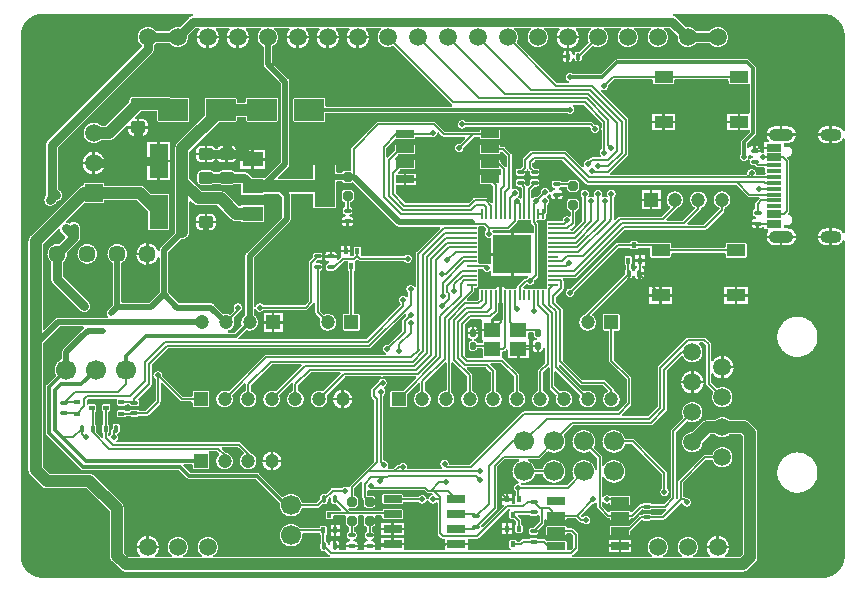
<source format=gtl>
%FSLAX46Y46*%
%MOMM*%
%ADD11C,0.200000*%
%ADD12C,0.300000*%
%ADD13C,0.500000*%
%ADD15C,0.800000*%
%ADD14C,1.000000*%
%AMPS56*
1,1,1.500000,0.000000,0.000000*
%
%ADD56PS56*%
%AMPS38*
1,1,1.500000,0.000000,0.000000*
%
%ADD38PS38*%
%AMPS27*
1,1,1.200000,0.000000,0.000000*
%
%ADD27PS27*%
%AMPS33*
1,1,1.200000,0.000000,0.000000*
%
%ADD33PS33*%
%AMPS53*
1,1,1.450000,0.000000,0.000000*
%
%ADD53PS53*%
%AMPS40*
1,1,1.700000,0.000000,0.000000*
%
%ADD40PS40*%
%AMPS51*
1,1,1.700000,0.000000,0.000000*
%
%ADD51PS51*%
%AMPS35*
1,1,1.500000,0.000000,0.000000*
%
%ADD35PS35*%
%AMPS58*
21,1,1.000000,1.600000,0.000000,0.000000,90.000000*
%
%ADD58PS58*%
%AMPS59*
21,1,1.000000,1.600000,0.000000,0.000000,270.000000*
%
%ADD59PS59*%
%AMPS54*
21,1,0.510000,0.400000,0.000000,0.000000,0.000000*
%
%ADD54PS54*%
%AMPS37*
21,1,0.510000,0.400000,0.000000,0.000000,90.000000*
%
%ADD37PS37*%
%AMPS24*
21,1,0.510000,0.400000,0.000000,0.000000,180.000000*
%
%ADD24PS24*%
%AMPS16*
21,1,0.510000,0.400000,0.000000,0.000000,270.000000*
%
%ADD16PS16*%
%AMPS39*
21,1,2.500000,1.800000,0.000000,0.000000,0.000000*
%
%ADD39PS39*%
%AMPS29*
21,1,2.500000,1.800000,0.000000,0.000000,180.000000*
%
%ADD29PS29*%
%AMPS46*
21,1,0.200000,0.875000,0.000000,0.000000,0.000000*
%
%ADD46PS46*%
%AMPS48*
21,1,0.200000,0.875000,0.000000,0.000000,90.000000*
%
%ADD48PS48*%
%AMPS47*
21,1,0.200000,0.875000,0.000000,0.000000,180.000000*
%
%ADD47PS47*%
%AMPS49*
21,1,0.200000,0.875000,0.000000,0.000000,270.000000*
%
%ADD49PS49*%
%AMPS52*
21,1,2.800000,1.600000,0.000000,0.000000,90.000000*
%
%ADD52PS52*%
%AMPS43*
21,1,0.300000,1.240000,0.000000,0.000000,90.000000*
%
%ADD43PS43*%
%AMPS31*
21,1,0.600000,1.500000,0.000000,0.000000,90.000000*
%
%ADD31PS31*%
%AMPS30*
21,1,0.600000,1.500000,0.000000,0.000000,270.000000*
%
%ADD30PS30*%
%AMPS44*
21,1,0.600000,1.240000,0.000000,0.000000,90.000000*
%
%ADD44PS44*%
%AMPS22*
21,1,1.250000,1.750000,0.000000,0.000000,270.000000*
%
%ADD22PS22*%
%AMPS50*
21,1,3.200000,3.200000,0.000000,0.000000,0.000000*
%
%ADD50PS50*%
%AMPS23*
21,1,3.500000,1.750000,0.000000,0.000000,270.000000*
%
%ADD23PS23*%
%AMPS18*
21,1,1.400000,1.200000,0.000000,0.000000,0.000000*
%
%ADD18PS18*%
%AMPS60*
1,1,0.500000,0.000000,0.000000*
%
%ADD60PS60*%
%AMPS45*
21,1,1.100000,1.000000,0.000000,0.000000,180.000000*
1,1,1.000000,-0.550000,0.000000*
1,1,1.000000,0.550000,0.000000*
%
%ADD45PS45*%
%AMPS42*
21,1,0.800000,1.000000,0.000000,0.000000,180.000000*
1,1,1.000000,-0.400000,0.000000*
1,1,1.000000,0.400000,0.000000*
%
%ADD42PS42*%
%AMPS19*
1,1,0.200000,0.100000,-0.200000*
1,1,0.200000,-0.100000,0.200000*
1,1,0.200000,0.100000,0.200000*
21,1,0.400000,0.400000,0.000000,0.000000,0.000000*
21,1,0.200000,0.600000,0.000000,0.000000,0.000000*
1,1,0.200000,-0.100000,-0.200000*
%
%ADD19PS19*%
%AMPS36*
1,1,0.200000,0.200000,0.100000*
1,1,0.200000,-0.200000,-0.100000*
1,1,0.200000,-0.200000,0.100000*
21,1,0.400000,0.400000,0.000000,0.000000,90.000000*
21,1,0.200000,0.600000,0.000000,0.000000,90.000000*
1,1,0.200000,0.200000,-0.100000*
%
%ADD36PS36*%
%AMPS25*
1,1,0.200000,-0.100000,0.200000*
1,1,0.200000,0.100000,-0.200000*
1,1,0.200000,-0.100000,-0.200000*
21,1,0.400000,0.400000,0.000000,0.000000,180.000000*
21,1,0.200000,0.600000,0.000000,0.000000,180.000000*
1,1,0.200000,0.100000,0.200000*
%
%ADD25PS25*%
%AMPS21*
1,1,0.200000,-0.200000,-0.100000*
1,1,0.200000,0.200000,0.100000*
1,1,0.200000,0.200000,-0.100000*
21,1,0.400000,0.400000,0.000000,0.000000,270.000000*
21,1,0.200000,0.600000,0.000000,0.000000,270.000000*
1,1,0.200000,-0.200000,0.100000*
%
%ADD21PS21*%
%AMPS32*
1,1,0.360000,0.220000,0.220000*
1,1,0.360000,-0.220000,-0.220000*
1,1,0.360000,-0.220000,0.220000*
21,1,0.800000,0.440000,0.000000,0.000000,90.000000*
21,1,0.440000,0.800000,0.000000,0.000000,90.000000*
1,1,0.360000,0.220000,-0.220000*
%
%ADD32PS32*%
%AMPS20*
1,1,0.360000,-0.220000,-0.220000*
1,1,0.360000,0.220000,0.220000*
1,1,0.360000,0.220000,-0.220000*
21,1,0.800000,0.440000,0.000000,0.000000,270.000000*
21,1,0.440000,0.800000,0.000000,0.000000,270.000000*
1,1,0.360000,-0.220000,0.220000*
%
%ADD20PS20*%
%AMPS26*
1,1,0.500000,0.375000,0.250000*
1,1,0.500000,-0.375000,-0.250000*
1,1,0.500000,-0.375000,0.250000*
21,1,1.000000,0.750000,0.000000,0.000000,90.000000*
21,1,0.500000,1.250000,0.000000,0.000000,90.000000*
1,1,0.500000,0.375000,-0.250000*
%
%ADD26PS26*%
%AMPS17*
1,1,0.500000,-0.375000,-0.250000*
1,1,0.500000,0.375000,0.250000*
1,1,0.500000,0.375000,-0.250000*
21,1,1.000000,0.750000,0.000000,0.000000,270.000000*
21,1,0.500000,1.250000,0.000000,0.000000,270.000000*
1,1,0.500000,-0.375000,0.250000*
%
%ADD17PS17*%
%AMPS41*
1,1,0.240000,0.130000,0.180000*
1,1,0.240000,-0.130000,-0.180000*
1,1,0.240000,-0.130000,0.180000*
21,1,0.600000,0.260000,0.000000,0.000000,90.000000*
21,1,0.360000,0.500000,0.000000,0.000000,90.000000*
1,1,0.240000,0.130000,-0.180000*
%
%ADD41PS41*%
%AMPS55*
1,1,0.240000,-0.130000,-0.180000*
1,1,0.240000,0.130000,0.180000*
1,1,0.240000,0.130000,-0.180000*
21,1,0.600000,0.260000,0.000000,0.000000,270.000000*
21,1,0.360000,0.500000,0.000000,0.000000,270.000000*
1,1,0.240000,-0.130000,0.180000*
%
%ADD55PS55*%
%AMPS28*
21,1,1.200000,1.200000,0.000000,0.000000,0.000000*
%
%ADD28PS28*%
%AMPS34*
21,1,1.200000,1.200000,0.000000,0.000000,180.000000*
%
%ADD34PS34*%
%AMPS57*
21,1,1.500000,1.500000,0.000000,0.000000,90.000000*
%
%ADD57PS57*%
%AMPS10*
1,1,5.200000,0.000000,0.000000*
%
%ADD10PS10*%
G01*
%LPD*%
G36*
X32998722Y-23890000D02*
X32999950Y-23889992D01*
X33045133Y-23889437D01*
X33047585Y-23889377D01*
X33091517Y-23887759D01*
X33093970Y-23887639D01*
X33137811Y-23884945D01*
X33140258Y-23884764D01*
X33184026Y-23880995D01*
X33186466Y-23880755D01*
X33230129Y-23875914D01*
X33232567Y-23875613D01*
X33276127Y-23869697D01*
X33278557Y-23869337D01*
X33321900Y-23862362D01*
X33324317Y-23861942D01*
X33367509Y-23853900D01*
X33369913Y-23853422D01*
X33412907Y-23844321D01*
X33415305Y-23843783D01*
X33458050Y-23833631D01*
X33460428Y-23833035D01*
X33502871Y-23821849D01*
X33505238Y-23821194D01*
X33547449Y-23808953D01*
X33549799Y-23808240D01*
X33591685Y-23794970D01*
X33594013Y-23794201D01*
X33635564Y-23779907D01*
X33637876Y-23779080D01*
X33679039Y-23763779D01*
X33681328Y-23762896D01*
X33722151Y-23746571D01*
X33724420Y-23745631D01*
X33764781Y-23728329D01*
X33767023Y-23727335D01*
X33806958Y-23709044D01*
X33809180Y-23707993D01*
X33848629Y-23688738D01*
X33850818Y-23687636D01*
X33889862Y-23667379D01*
X33892028Y-23666222D01*
X33930485Y-23645055D01*
X33932619Y-23643846D01*
X33970608Y-23621706D01*
X33972713Y-23620444D01*
X34010083Y-23597418D01*
X34012157Y-23596105D01*
X34048997Y-23572138D01*
X34051039Y-23570773D01*
X34087269Y-23545916D01*
X34089276Y-23544503D01*
X34124855Y-23518786D01*
X34126825Y-23517325D01*
X34161828Y-23490693D01*
X34163762Y-23489183D01*
X34198044Y-23461746D01*
X34199942Y-23460189D01*
X34233535Y-23431923D01*
X34235394Y-23430319D01*
X34268334Y-23401192D01*
X34270152Y-23399545D01*
X34302307Y-23369675D01*
X34304086Y-23367981D01*
X34335548Y-23337281D01*
X34337281Y-23335548D01*
X34367981Y-23304086D01*
X34369675Y-23302307D01*
X34399545Y-23270152D01*
X34401192Y-23268334D01*
X34430319Y-23235394D01*
X34431923Y-23233535D01*
X34460189Y-23199942D01*
X34461746Y-23198044D01*
X34489183Y-23163762D01*
X34490693Y-23161828D01*
X34517325Y-23126825D01*
X34518786Y-23124855D01*
X34544503Y-23089276D01*
X34545916Y-23087269D01*
X34570773Y-23051039D01*
X34572138Y-23048997D01*
X34596105Y-23012157D01*
X34597418Y-23010083D01*
X34620444Y-22972713D01*
X34621706Y-22970608D01*
X34643846Y-22932619D01*
X34645055Y-22930485D01*
X34666222Y-22892028D01*
X34667379Y-22889862D01*
X34687636Y-22850818D01*
X34688738Y-22848629D01*
X34707993Y-22809180D01*
X34709044Y-22806958D01*
X34727335Y-22767023D01*
X34728329Y-22764781D01*
X34745631Y-22724420D01*
X34746571Y-22722151D01*
X34762896Y-22681328D01*
X34763779Y-22679039D01*
X34779080Y-22637876D01*
X34779907Y-22635564D01*
X34794201Y-22594013D01*
X34794970Y-22591685D01*
X34808240Y-22549799D01*
X34808953Y-22547449D01*
X34821194Y-22505238D01*
X34821849Y-22502871D01*
X34833035Y-22460428D01*
X34833631Y-22458050D01*
X34843783Y-22415305D01*
X34844321Y-22412907D01*
X34853422Y-22369913D01*
X34853900Y-22367509D01*
X34861942Y-22324317D01*
X34862362Y-22321900D01*
X34869337Y-22278557D01*
X34869697Y-22276127D01*
X34875613Y-22232567D01*
X34875914Y-22230129D01*
X34880755Y-22186466D01*
X34880995Y-22184026D01*
X34884764Y-22140258D01*
X34884945Y-22137811D01*
X34887639Y-22093970D01*
X34887759Y-22091517D01*
X34889377Y-22047585D01*
X34889437Y-22045133D01*
X34889992Y-21999950D01*
X34890000Y-21998722D01*
X34890000Y4587774D01*
X34882080Y4626778D01*
X34859575Y4659603D01*
X34826048Y4681051D01*
X34786812Y4687723D01*
X34748081Y4678564D01*
X34715990Y4655023D01*
X34702991Y4637064D01*
X34700456Y4632589D01*
X34682082Y4603573D01*
X34662293Y4575477D01*
X34641147Y4548380D01*
X34618715Y4522375D01*
X34595017Y4497483D01*
X34570125Y4473785D01*
X34544120Y4451353D01*
X34517023Y4430207D01*
X34488927Y4410418D01*
X34459911Y4392044D01*
X34430006Y4375103D01*
X34399297Y4359646D01*
X34367905Y4345731D01*
X34335852Y4333366D01*
X34303218Y4322585D01*
X34270088Y4313417D01*
X34236589Y4305895D01*
X34202717Y4300017D01*
X34168608Y4295810D01*
X34134358Y4293284D01*
X34102451Y4292500D01*
X33805000Y4292500D01*
X33805000Y5692500D01*
X34102451Y5692500D01*
X34134358Y5691716D01*
X34168608Y5689190D01*
X34202717Y5684983D01*
X34236589Y5679105D01*
X34270088Y5671583D01*
X34303218Y5662415D01*
X34335852Y5651634D01*
X34367905Y5639269D01*
X34399297Y5625354D01*
X34430006Y5609897D01*
X34459911Y5592956D01*
X34488927Y5574582D01*
X34517023Y5554793D01*
X34544120Y5533647D01*
X34570125Y5511215D01*
X34595017Y5487517D01*
X34618715Y5462625D01*
X34641147Y5436620D01*
X34662293Y5409523D01*
X34682082Y5381427D01*
X34700456Y5352411D01*
X34702991Y5347936D01*
X34729107Y5317903D01*
X34764869Y5300435D01*
X34804611Y5298299D01*
X34842038Y5311833D01*
X34871223Y5338893D01*
X34887542Y5375193D01*
X34890000Y5397226D01*
X34890000Y13227774D01*
X34882080Y13266778D01*
X34859575Y13299603D01*
X34826048Y13321051D01*
X34786812Y13327723D01*
X34748081Y13318564D01*
X34715990Y13295023D01*
X34702991Y13277064D01*
X34700456Y13272589D01*
X34682082Y13243573D01*
X34662293Y13215477D01*
X34641147Y13188380D01*
X34618715Y13162375D01*
X34595017Y13137483D01*
X34570125Y13113785D01*
X34544120Y13091353D01*
X34517023Y13070207D01*
X34488927Y13050418D01*
X34459911Y13032044D01*
X34430006Y13015103D01*
X34399297Y12999646D01*
X34367905Y12985731D01*
X34335852Y12973366D01*
X34303218Y12962585D01*
X34270088Y12953417D01*
X34236589Y12945895D01*
X34202717Y12940017D01*
X34168608Y12935810D01*
X34134358Y12933284D01*
X34102451Y12932500D01*
X33805000Y12932500D01*
X33805000Y14332500D01*
X34102451Y14332500D01*
X34134358Y14331716D01*
X34168608Y14329190D01*
X34202717Y14324983D01*
X34236589Y14319105D01*
X34270088Y14311583D01*
X34303218Y14302415D01*
X34335852Y14291634D01*
X34367905Y14279269D01*
X34399297Y14265354D01*
X34430006Y14249897D01*
X34459911Y14232956D01*
X34488927Y14214582D01*
X34517023Y14194793D01*
X34544120Y14173647D01*
X34570125Y14151215D01*
X34595017Y14127517D01*
X34618715Y14102625D01*
X34641147Y14076620D01*
X34662293Y14049523D01*
X34682082Y14021427D01*
X34700456Y13992411D01*
X34702991Y13987936D01*
X34729107Y13957903D01*
X34764869Y13940435D01*
X34804611Y13938299D01*
X34842038Y13951833D01*
X34871223Y13978893D01*
X34887542Y14015193D01*
X34890000Y14037226D01*
X34890000Y21998722D01*
X34889992Y21999950D01*
X34889437Y22045133D01*
X34889377Y22047585D01*
X34887759Y22091517D01*
X34887639Y22093970D01*
X34884945Y22137811D01*
X34884764Y22140258D01*
X34880995Y22184026D01*
X34880755Y22186466D01*
X34875914Y22230129D01*
X34875613Y22232567D01*
X34869697Y22276127D01*
X34869337Y22278557D01*
X34862362Y22321900D01*
X34861942Y22324317D01*
X34853900Y22367509D01*
X34853422Y22369913D01*
X34844321Y22412907D01*
X34843783Y22415305D01*
X34833631Y22458050D01*
X34833035Y22460428D01*
X34821849Y22502871D01*
X34821194Y22505238D01*
X34808953Y22547449D01*
X34808240Y22549799D01*
X34794970Y22591685D01*
X34794201Y22594013D01*
X34779907Y22635564D01*
X34779080Y22637876D01*
X34763779Y22679039D01*
X34762896Y22681328D01*
X34746571Y22722151D01*
X34745631Y22724420D01*
X34728329Y22764781D01*
X34727335Y22767023D01*
X34709044Y22806958D01*
X34707993Y22809180D01*
X34688738Y22848629D01*
X34687636Y22850818D01*
X34667379Y22889862D01*
X34666222Y22892028D01*
X34645055Y22930485D01*
X34643846Y22932619D01*
X34621706Y22970608D01*
X34620444Y22972713D01*
X34597418Y23010083D01*
X34596105Y23012157D01*
X34572138Y23048997D01*
X34570773Y23051039D01*
X34545916Y23087269D01*
X34544503Y23089276D01*
X34518786Y23124855D01*
X34517325Y23126825D01*
X34490693Y23161828D01*
X34489183Y23163762D01*
X34461746Y23198044D01*
X34460189Y23199942D01*
X34431923Y23233535D01*
X34430319Y23235394D01*
X34401192Y23268334D01*
X34399545Y23270152D01*
X34369675Y23302307D01*
X34367981Y23304086D01*
X34337281Y23335548D01*
X34335548Y23337281D01*
X34304086Y23367981D01*
X34302307Y23369675D01*
X34270152Y23399545D01*
X34268334Y23401192D01*
X34235394Y23430319D01*
X34233535Y23431923D01*
X34199942Y23460189D01*
X34198044Y23461746D01*
X34163762Y23489183D01*
X34161828Y23490693D01*
X34126825Y23517325D01*
X34124855Y23518786D01*
X34089276Y23544503D01*
X34087269Y23545916D01*
X34051039Y23570773D01*
X34048997Y23572138D01*
X34012157Y23596105D01*
X34010083Y23597418D01*
X33972713Y23620444D01*
X33970608Y23621706D01*
X33932619Y23643846D01*
X33930485Y23645055D01*
X33892028Y23666222D01*
X33889862Y23667379D01*
X33850818Y23687636D01*
X33848629Y23688738D01*
X33809180Y23707993D01*
X33806958Y23709044D01*
X33767023Y23727335D01*
X33764781Y23728329D01*
X33724420Y23745631D01*
X33722151Y23746571D01*
X33681328Y23762896D01*
X33679039Y23763779D01*
X33637876Y23779080D01*
X33635564Y23779907D01*
X33594013Y23794201D01*
X33591685Y23794970D01*
X33549799Y23808240D01*
X33547449Y23808953D01*
X33505238Y23821194D01*
X33502871Y23821849D01*
X33460428Y23833035D01*
X33458050Y23833631D01*
X33415305Y23843783D01*
X33412907Y23844321D01*
X33369913Y23853422D01*
X33367509Y23853900D01*
X33324317Y23861942D01*
X33321900Y23862362D01*
X33278557Y23869337D01*
X33276127Y23869697D01*
X33232567Y23875613D01*
X33230129Y23875914D01*
X33186466Y23880755D01*
X33184026Y23880995D01*
X33140258Y23884764D01*
X33137811Y23884945D01*
X33093970Y23887639D01*
X33091517Y23887759D01*
X33047585Y23889377D01*
X33045133Y23889437D01*
X32999950Y23889992D01*
X32998722Y23890000D01*
X20420016Y23890000D01*
X20381012Y23882080D01*
X20348187Y23859575D01*
X20326739Y23826048D01*
X20320067Y23786812D01*
X20329226Y23748081D01*
X20352767Y23715990D01*
X20398529Y23692918D01*
X20398497Y23692812D01*
X20399106Y23692627D01*
X20400505Y23691922D01*
X20403195Y23691387D01*
X20468835Y23671474D01*
X20496881Y23659858D01*
X20557372Y23627524D01*
X20582614Y23610658D01*
X20637542Y23565580D01*
X20648797Y23555379D01*
X21424819Y22779357D01*
X21457999Y22757378D01*
X21505329Y22750549D01*
X21513780Y22751381D01*
X21582405Y22754753D01*
X21597595Y22754753D01*
X21666231Y22751381D01*
X21681331Y22749893D01*
X21749301Y22739810D01*
X21764223Y22736842D01*
X21830827Y22720160D01*
X21845413Y22715735D01*
X21910071Y22692599D01*
X21924114Y22686782D01*
X21986220Y22657408D01*
X21999641Y22650235D01*
X22058555Y22614924D01*
X22071193Y22606479D01*
X22126377Y22565551D01*
X22138120Y22555914D01*
X22189017Y22509785D01*
X22199785Y22499017D01*
X22245908Y22448127D01*
X22251298Y22441559D01*
X22282164Y22416434D01*
X22328598Y22405000D01*
X23391402Y22405000D01*
X23430406Y22412920D01*
X23468702Y22441559D01*
X23474092Y22448127D01*
X23520215Y22499017D01*
X23530983Y22509785D01*
X23581880Y22555914D01*
X23593623Y22565551D01*
X23648807Y22606479D01*
X23661445Y22614924D01*
X23720359Y22650235D01*
X23733780Y22657408D01*
X23795886Y22686782D01*
X23809929Y22692599D01*
X23874587Y22715735D01*
X23889173Y22720160D01*
X23955777Y22736842D01*
X23970699Y22739810D01*
X24038669Y22749893D01*
X24053769Y22751381D01*
X24122405Y22754753D01*
X24137595Y22754753D01*
X24206231Y22751381D01*
X24221331Y22749893D01*
X24289301Y22739810D01*
X24304223Y22736842D01*
X24370827Y22720160D01*
X24385413Y22715735D01*
X24450071Y22692599D01*
X24464114Y22686782D01*
X24526220Y22657408D01*
X24539641Y22650235D01*
X24598555Y22614924D01*
X24611193Y22606479D01*
X24666377Y22565551D01*
X24678120Y22555914D01*
X24729017Y22509785D01*
X24739785Y22499017D01*
X24785914Y22448120D01*
X24795551Y22436377D01*
X24836479Y22381193D01*
X24844924Y22368555D01*
X24880235Y22309641D01*
X24887408Y22296220D01*
X24916782Y22234114D01*
X24922599Y22220071D01*
X24945735Y22155413D01*
X24950160Y22140827D01*
X24966842Y22074223D01*
X24969810Y22059301D01*
X24979893Y21991331D01*
X24981381Y21976231D01*
X24984753Y21907595D01*
X24984753Y21892405D01*
X24981381Y21823769D01*
X24979893Y21808669D01*
X24969810Y21740699D01*
X24966842Y21725777D01*
X24950160Y21659173D01*
X24945735Y21644587D01*
X24922599Y21579929D01*
X24916782Y21565886D01*
X24887408Y21503780D01*
X24880235Y21490359D01*
X24844924Y21431445D01*
X24836479Y21418807D01*
X24795551Y21363623D01*
X24785914Y21351880D01*
X24739785Y21300983D01*
X24729017Y21290215D01*
X24678120Y21244086D01*
X24666377Y21234449D01*
X24611193Y21193521D01*
X24598555Y21185076D01*
X24539641Y21149765D01*
X24526220Y21142592D01*
X24464114Y21113218D01*
X24450071Y21107401D01*
X24385413Y21084265D01*
X24370827Y21079840D01*
X24304223Y21063158D01*
X24289301Y21060190D01*
X24221331Y21050107D01*
X24206231Y21048619D01*
X24137595Y21045247D01*
X24122405Y21045247D01*
X24053769Y21048619D01*
X24038669Y21050107D01*
X23970699Y21060190D01*
X23955777Y21063158D01*
X23889173Y21079840D01*
X23874587Y21084265D01*
X23809929Y21107401D01*
X23795886Y21113218D01*
X23733780Y21142592D01*
X23720359Y21149765D01*
X23661445Y21185076D01*
X23648807Y21193521D01*
X23593623Y21234449D01*
X23581880Y21244086D01*
X23530983Y21290215D01*
X23520215Y21300983D01*
X23474092Y21351873D01*
X23468702Y21358441D01*
X23437836Y21383566D01*
X23391402Y21395000D01*
X22328598Y21395000D01*
X22289594Y21387080D01*
X22251298Y21358441D01*
X22245908Y21351873D01*
X22199785Y21300983D01*
X22189017Y21290215D01*
X22138120Y21244086D01*
X22126377Y21234449D01*
X22071193Y21193521D01*
X22058555Y21185076D01*
X21999641Y21149765D01*
X21986220Y21142592D01*
X21924114Y21113218D01*
X21910071Y21107401D01*
X21845413Y21084265D01*
X21830827Y21079840D01*
X21764223Y21063158D01*
X21749301Y21060190D01*
X21681331Y21050107D01*
X21666231Y21048619D01*
X21597595Y21045247D01*
X21582405Y21045247D01*
X21513769Y21048619D01*
X21498669Y21050107D01*
X21430699Y21060190D01*
X21415777Y21063158D01*
X21349173Y21079840D01*
X21334587Y21084265D01*
X21269929Y21107401D01*
X21255886Y21113218D01*
X21193780Y21142592D01*
X21180359Y21149765D01*
X21121445Y21185076D01*
X21108807Y21193521D01*
X21053623Y21234449D01*
X21041880Y21244086D01*
X20990983Y21290215D01*
X20980215Y21300983D01*
X20934086Y21351880D01*
X20924449Y21363623D01*
X20883521Y21418807D01*
X20875076Y21431445D01*
X20839765Y21490359D01*
X20832592Y21503780D01*
X20803218Y21565886D01*
X20797401Y21579929D01*
X20774265Y21644587D01*
X20769840Y21659173D01*
X20753158Y21725777D01*
X20750190Y21740699D01*
X20740107Y21808669D01*
X20738619Y21823769D01*
X20735247Y21892405D01*
X20735247Y21907595D01*
X20738619Y21976220D01*
X20739451Y21984671D01*
X20735391Y22024263D01*
X20710643Y22065181D01*
X20110093Y22665731D01*
X20076913Y22687710D01*
X20039382Y22695020D01*
X19703882Y22695020D01*
X19664878Y22687100D01*
X19632053Y22664595D01*
X19610605Y22631068D01*
X19603933Y22591832D01*
X19613092Y22553101D01*
X19636726Y22520925D01*
X19649015Y22509787D01*
X19659785Y22499017D01*
X19705914Y22448120D01*
X19715551Y22436377D01*
X19756479Y22381193D01*
X19764924Y22368555D01*
X19800235Y22309641D01*
X19807408Y22296220D01*
X19836782Y22234114D01*
X19842599Y22220071D01*
X19865735Y22155413D01*
X19870160Y22140827D01*
X19886842Y22074223D01*
X19889810Y22059301D01*
X19899893Y21991331D01*
X19901381Y21976231D01*
X19904753Y21907595D01*
X19904753Y21892405D01*
X19901381Y21823769D01*
X19899893Y21808669D01*
X19889810Y21740699D01*
X19886842Y21725777D01*
X19870160Y21659173D01*
X19865735Y21644587D01*
X19842599Y21579929D01*
X19836782Y21565886D01*
X19807408Y21503780D01*
X19800235Y21490359D01*
X19764924Y21431445D01*
X19756479Y21418807D01*
X19715551Y21363623D01*
X19705914Y21351880D01*
X19659785Y21300983D01*
X19649017Y21290215D01*
X19598120Y21244086D01*
X19586377Y21234449D01*
X19531193Y21193521D01*
X19518555Y21185076D01*
X19459641Y21149765D01*
X19446220Y21142592D01*
X19384114Y21113218D01*
X19370071Y21107401D01*
X19305413Y21084265D01*
X19290827Y21079840D01*
X19224223Y21063158D01*
X19209301Y21060190D01*
X19141331Y21050107D01*
X19126231Y21048619D01*
X19057595Y21045247D01*
X19042405Y21045247D01*
X18973769Y21048619D01*
X18958669Y21050107D01*
X18890699Y21060190D01*
X18875777Y21063158D01*
X18809173Y21079840D01*
X18794587Y21084265D01*
X18729929Y21107401D01*
X18715886Y21113218D01*
X18653780Y21142592D01*
X18640359Y21149765D01*
X18581445Y21185076D01*
X18568807Y21193521D01*
X18513623Y21234449D01*
X18501880Y21244086D01*
X18450983Y21290215D01*
X18440215Y21300983D01*
X18394086Y21351880D01*
X18384449Y21363623D01*
X18343521Y21418807D01*
X18335076Y21431445D01*
X18299765Y21490359D01*
X18292592Y21503780D01*
X18263218Y21565886D01*
X18257401Y21579929D01*
X18234265Y21644587D01*
X18229840Y21659173D01*
X18213158Y21725777D01*
X18210190Y21740699D01*
X18200107Y21808669D01*
X18198619Y21823769D01*
X18195247Y21892405D01*
X18195247Y21907595D01*
X18198619Y21976231D01*
X18200107Y21991331D01*
X18210190Y22059301D01*
X18213158Y22074223D01*
X18229840Y22140827D01*
X18234265Y22155413D01*
X18257401Y22220071D01*
X18263218Y22234114D01*
X18292592Y22296220D01*
X18299765Y22309641D01*
X18335076Y22368555D01*
X18343521Y22381193D01*
X18384449Y22436377D01*
X18394086Y22448120D01*
X18440215Y22499017D01*
X18450985Y22509787D01*
X18463274Y22520925D01*
X18486855Y22552986D01*
X18496063Y22591706D01*
X18489440Y22630950D01*
X18468035Y22664503D01*
X18435238Y22687050D01*
X18396118Y22695020D01*
X17163882Y22695020D01*
X17124878Y22687100D01*
X17092053Y22664595D01*
X17070605Y22631068D01*
X17063933Y22591832D01*
X17073092Y22553101D01*
X17096726Y22520925D01*
X17109015Y22509787D01*
X17119785Y22499017D01*
X17165914Y22448120D01*
X17175551Y22436377D01*
X17216479Y22381193D01*
X17224924Y22368555D01*
X17260235Y22309641D01*
X17267408Y22296220D01*
X17296782Y22234114D01*
X17302599Y22220071D01*
X17325735Y22155413D01*
X17330160Y22140827D01*
X17346842Y22074223D01*
X17349810Y22059301D01*
X17359893Y21991331D01*
X17361381Y21976231D01*
X17364753Y21907595D01*
X17364753Y21892405D01*
X17361381Y21823769D01*
X17359893Y21808669D01*
X17349810Y21740699D01*
X17346842Y21725777D01*
X17330160Y21659173D01*
X17325735Y21644587D01*
X17302599Y21579929D01*
X17296782Y21565886D01*
X17267408Y21503780D01*
X17260235Y21490359D01*
X17224924Y21431445D01*
X17216479Y21418807D01*
X17175551Y21363623D01*
X17165914Y21351880D01*
X17119785Y21300983D01*
X17109017Y21290215D01*
X17058120Y21244086D01*
X17046377Y21234449D01*
X16991193Y21193521D01*
X16978555Y21185076D01*
X16919641Y21149765D01*
X16906220Y21142592D01*
X16844114Y21113218D01*
X16830071Y21107401D01*
X16765413Y21084265D01*
X16750827Y21079840D01*
X16684223Y21063158D01*
X16669301Y21060190D01*
X16601331Y21050107D01*
X16586231Y21048619D01*
X16517595Y21045247D01*
X16502405Y21045247D01*
X16433769Y21048619D01*
X16418669Y21050107D01*
X16350699Y21060190D01*
X16335777Y21063158D01*
X16269173Y21079840D01*
X16254587Y21084265D01*
X16189929Y21107401D01*
X16175886Y21113218D01*
X16113780Y21142592D01*
X16100359Y21149765D01*
X16041445Y21185076D01*
X16028807Y21193521D01*
X15973623Y21234449D01*
X15961880Y21244086D01*
X15910983Y21290215D01*
X15900215Y21300983D01*
X15854086Y21351880D01*
X15844449Y21363623D01*
X15803521Y21418807D01*
X15795076Y21431445D01*
X15759765Y21490359D01*
X15752592Y21503780D01*
X15723218Y21565886D01*
X15717401Y21579929D01*
X15694265Y21644587D01*
X15689840Y21659173D01*
X15673158Y21725777D01*
X15670190Y21740699D01*
X15660107Y21808669D01*
X15658619Y21823769D01*
X15655247Y21892405D01*
X15655247Y21907595D01*
X15658619Y21976231D01*
X15660107Y21991331D01*
X15670190Y22059301D01*
X15673158Y22074223D01*
X15689840Y22140827D01*
X15694265Y22155413D01*
X15717401Y22220071D01*
X15723218Y22234114D01*
X15752592Y22296220D01*
X15759765Y22309641D01*
X15795076Y22368555D01*
X15803521Y22381193D01*
X15844449Y22436377D01*
X15854086Y22448120D01*
X15900215Y22499017D01*
X15910985Y22509787D01*
X15923274Y22520925D01*
X15946855Y22552986D01*
X15956063Y22591706D01*
X15949440Y22630950D01*
X15928035Y22664503D01*
X15895238Y22687050D01*
X15856118Y22695020D01*
X14623882Y22695020D01*
X14584878Y22687100D01*
X14552053Y22664595D01*
X14530605Y22631068D01*
X14523933Y22591832D01*
X14533092Y22553101D01*
X14556726Y22520925D01*
X14569015Y22509787D01*
X14579785Y22499017D01*
X14625914Y22448120D01*
X14635551Y22436377D01*
X14676479Y22381193D01*
X14684924Y22368555D01*
X14720235Y22309641D01*
X14727408Y22296220D01*
X14756782Y22234114D01*
X14762599Y22220071D01*
X14785735Y22155413D01*
X14790160Y22140827D01*
X14806842Y22074223D01*
X14809810Y22059301D01*
X14819893Y21991331D01*
X14821381Y21976231D01*
X14824753Y21907595D01*
X14824753Y21892405D01*
X14821381Y21823769D01*
X14819893Y21808669D01*
X14809810Y21740699D01*
X14806842Y21725777D01*
X14790160Y21659173D01*
X14785735Y21644587D01*
X14762599Y21579929D01*
X14756782Y21565886D01*
X14727408Y21503780D01*
X14720235Y21490359D01*
X14684924Y21431445D01*
X14676479Y21418807D01*
X14635551Y21363623D01*
X14625914Y21351880D01*
X14579785Y21300983D01*
X14569017Y21290215D01*
X14518120Y21244086D01*
X14506377Y21234449D01*
X14451193Y21193521D01*
X14438555Y21185076D01*
X14379641Y21149765D01*
X14366220Y21142592D01*
X14304114Y21113218D01*
X14290071Y21107401D01*
X14225413Y21084265D01*
X14210827Y21079840D01*
X14144223Y21063158D01*
X14129301Y21060190D01*
X14061331Y21050107D01*
X14046231Y21048619D01*
X13977595Y21045247D01*
X13962405Y21045247D01*
X13893769Y21048619D01*
X13878669Y21050107D01*
X13810699Y21060190D01*
X13795777Y21063158D01*
X13729173Y21079840D01*
X13714587Y21084265D01*
X13649929Y21107401D01*
X13635886Y21113218D01*
X13592452Y21133761D01*
X13553807Y21143277D01*
X13514511Y21136968D01*
X13478985Y21114073D01*
X12659289Y20294377D01*
X12637310Y20261197D01*
X12630000Y20223666D01*
X12630000Y20051229D01*
X12629813Y20043599D01*
X12629513Y20037503D01*
X12628022Y20022371D01*
X12627300Y20017507D01*
X12624335Y20002598D01*
X12623143Y19997839D01*
X12618730Y19983291D01*
X12617069Y19978651D01*
X12611265Y19964639D01*
X12609160Y19960187D01*
X12601991Y19946775D01*
X12599463Y19942558D01*
X12591021Y19929924D01*
X12588114Y19926003D01*
X12578435Y19914209D01*
X12575162Y19910599D01*
X12564401Y19899838D01*
X12560791Y19896565D01*
X12548997Y19886886D01*
X12545076Y19883979D01*
X12532442Y19875537D01*
X12528225Y19873009D01*
X12514813Y19865840D01*
X12510361Y19863735D01*
X12496349Y19857931D01*
X12491709Y19856270D01*
X12477161Y19851857D01*
X12472402Y19850665D01*
X12457493Y19847700D01*
X12452629Y19846978D01*
X12437497Y19845487D01*
X12431401Y19845187D01*
X12423771Y19845000D01*
X12226229Y19845000D01*
X12218599Y19845187D01*
X12212503Y19845487D01*
X12197371Y19846978D01*
X12192507Y19847700D01*
X12177598Y19850665D01*
X12172839Y19851857D01*
X12158291Y19856270D01*
X12153651Y19857931D01*
X12139639Y19863735D01*
X12135187Y19865840D01*
X12121775Y19873009D01*
X12117558Y19875537D01*
X12104924Y19883979D01*
X12101003Y19886886D01*
X12089209Y19896565D01*
X12085599Y19899838D01*
X12074838Y19910599D01*
X12071565Y19914209D01*
X12061886Y19926003D01*
X12058979Y19929924D01*
X12050537Y19942558D01*
X12048009Y19946775D01*
X12040840Y19960187D01*
X12038735Y19964639D01*
X12032931Y19978651D01*
X12031270Y19983291D01*
X12026857Y19997839D01*
X12025665Y20002598D01*
X12022698Y20017514D01*
X12021938Y20022641D01*
X12008382Y20060060D01*
X11981305Y20089229D01*
X11944995Y20105527D01*
X11905205Y20106371D01*
X11868236Y20091629D01*
X11839945Y20063636D01*
X11824102Y20022645D01*
X11819471Y19991425D01*
X11812312Y19962842D01*
X11802384Y19935100D01*
X11789792Y19908473D01*
X11774638Y19883192D01*
X11757093Y19859533D01*
X11737301Y19837699D01*
X11715467Y19817907D01*
X11691808Y19800362D01*
X11666527Y19785208D01*
X11639900Y19772616D01*
X11612158Y19762688D01*
X11583574Y19755529D01*
X11554427Y19751206D01*
X11530000Y19750004D01*
X11530000Y20749996D01*
X11554427Y20748794D01*
X11583574Y20744471D01*
X11612158Y20737312D01*
X11639900Y20727384D01*
X11666527Y20714792D01*
X11691808Y20699638D01*
X11715467Y20682093D01*
X11737301Y20662301D01*
X11757093Y20640467D01*
X11774638Y20616808D01*
X11789792Y20591527D01*
X11802384Y20564900D01*
X11812312Y20537158D01*
X11819471Y20508575D01*
X11824102Y20477354D01*
X11837660Y20439935D01*
X11864738Y20410768D01*
X11901049Y20394472D01*
X11940839Y20393628D01*
X11977807Y20408372D01*
X12006097Y20436366D01*
X12021938Y20477360D01*
X12022697Y20482481D01*
X12025665Y20497402D01*
X12026857Y20502161D01*
X12031270Y20516709D01*
X12032931Y20521349D01*
X12038735Y20535361D01*
X12040840Y20539813D01*
X12048009Y20553225D01*
X12050537Y20557442D01*
X12058979Y20570076D01*
X12061886Y20573997D01*
X12071565Y20585791D01*
X12074838Y20589401D01*
X12085599Y20600162D01*
X12089209Y20603435D01*
X12101003Y20613114D01*
X12104924Y20616021D01*
X12117558Y20624463D01*
X12121775Y20626991D01*
X12135187Y20634160D01*
X12139639Y20636265D01*
X12153651Y20642069D01*
X12158291Y20643730D01*
X12172839Y20648143D01*
X12177598Y20649335D01*
X12192507Y20652300D01*
X12197371Y20653022D01*
X12212503Y20654513D01*
X12218599Y20654813D01*
X12226229Y20655000D01*
X12398666Y20655000D01*
X12437670Y20662920D01*
X12469377Y20684289D01*
X13187284Y21402196D01*
X13209263Y21435376D01*
X13216560Y21474501D01*
X13206972Y21515663D01*
X13183218Y21565886D01*
X13177401Y21579929D01*
X13154265Y21644587D01*
X13149840Y21659173D01*
X13133158Y21725777D01*
X13130190Y21740699D01*
X13120107Y21808669D01*
X13118619Y21823769D01*
X13115247Y21892405D01*
X13115247Y21907595D01*
X13118619Y21976231D01*
X13120107Y21991331D01*
X13130190Y22059301D01*
X13133158Y22074223D01*
X13149840Y22140827D01*
X13154265Y22155413D01*
X13177401Y22220071D01*
X13183218Y22234114D01*
X13212592Y22296220D01*
X13219765Y22309641D01*
X13255076Y22368555D01*
X13263521Y22381193D01*
X13304449Y22436377D01*
X13314086Y22448120D01*
X13360215Y22499017D01*
X13370985Y22509787D01*
X13383274Y22520925D01*
X13406855Y22552986D01*
X13416063Y22591706D01*
X13409440Y22630950D01*
X13388035Y22664503D01*
X13355238Y22687050D01*
X13316118Y22695020D01*
X12215948Y22695020D01*
X12176944Y22687100D01*
X12144119Y22664595D01*
X12122671Y22631068D01*
X12115999Y22591832D01*
X12125158Y22553101D01*
X12141851Y22527866D01*
X12164546Y22502825D01*
X12220097Y22427924D01*
X12268036Y22347942D01*
X12307910Y22263636D01*
X12339322Y22175847D01*
X12361980Y22085383D01*
X12373905Y22005000D01*
X10486095Y22005000D01*
X10498020Y22085383D01*
X10520678Y22175847D01*
X10552090Y22263636D01*
X10591964Y22347942D01*
X10639903Y22427924D01*
X10695454Y22502825D01*
X10718149Y22527866D01*
X10738473Y22562085D01*
X10743840Y22601520D01*
X10733402Y22639927D01*
X10708810Y22671220D01*
X10673961Y22690443D01*
X10644052Y22695020D01*
X9543882Y22695020D01*
X9504878Y22687100D01*
X9472053Y22664595D01*
X9450605Y22631068D01*
X9443933Y22591832D01*
X9453092Y22553101D01*
X9476726Y22520925D01*
X9489015Y22509787D01*
X9499785Y22499017D01*
X9545914Y22448120D01*
X9555551Y22436377D01*
X9596479Y22381193D01*
X9604924Y22368555D01*
X9640235Y22309641D01*
X9647408Y22296220D01*
X9676782Y22234114D01*
X9682599Y22220071D01*
X9705735Y22155413D01*
X9710160Y22140827D01*
X9726842Y22074223D01*
X9729810Y22059301D01*
X9739893Y21991331D01*
X9741381Y21976231D01*
X9744753Y21907595D01*
X9744753Y21892405D01*
X9741381Y21823769D01*
X9739893Y21808669D01*
X9729810Y21740699D01*
X9726842Y21725777D01*
X9710160Y21659173D01*
X9705735Y21644587D01*
X9682599Y21579929D01*
X9676782Y21565886D01*
X9647408Y21503780D01*
X9640235Y21490359D01*
X9604924Y21431445D01*
X9596479Y21418807D01*
X9555551Y21363623D01*
X9545914Y21351880D01*
X9499785Y21300983D01*
X9489017Y21290215D01*
X9438120Y21244086D01*
X9426377Y21234449D01*
X9371193Y21193521D01*
X9358555Y21185076D01*
X9299641Y21149765D01*
X9286220Y21142592D01*
X9224114Y21113218D01*
X9210071Y21107401D01*
X9145413Y21084265D01*
X9130827Y21079840D01*
X9064223Y21063158D01*
X9049301Y21060190D01*
X8981331Y21050107D01*
X8966231Y21048619D01*
X8897595Y21045247D01*
X8882405Y21045247D01*
X8813769Y21048619D01*
X8798669Y21050107D01*
X8730699Y21060190D01*
X8715777Y21063158D01*
X8649173Y21079840D01*
X8634587Y21084265D01*
X8569929Y21107401D01*
X8555886Y21113218D01*
X8493780Y21142592D01*
X8480359Y21149765D01*
X8421445Y21185076D01*
X8408807Y21193521D01*
X8353623Y21234449D01*
X8341880Y21244086D01*
X8290983Y21290215D01*
X8280215Y21300983D01*
X8234086Y21351880D01*
X8224449Y21363623D01*
X8183521Y21418807D01*
X8175076Y21431445D01*
X8139765Y21490359D01*
X8132592Y21503780D01*
X8103218Y21565886D01*
X8097401Y21579929D01*
X8074265Y21644587D01*
X8069840Y21659173D01*
X8053158Y21725777D01*
X8050190Y21740699D01*
X8040107Y21808669D01*
X8038619Y21823769D01*
X8035247Y21892405D01*
X8035247Y21907595D01*
X8038619Y21976231D01*
X8040107Y21991331D01*
X8050190Y22059301D01*
X8053158Y22074223D01*
X8069840Y22140827D01*
X8074265Y22155413D01*
X8097401Y22220071D01*
X8103218Y22234114D01*
X8132592Y22296220D01*
X8139765Y22309641D01*
X8175076Y22368555D01*
X8183521Y22381193D01*
X8224449Y22436377D01*
X8234086Y22448120D01*
X8280215Y22499017D01*
X8290985Y22509787D01*
X8303274Y22520925D01*
X8326855Y22552986D01*
X8336063Y22591706D01*
X8329440Y22630950D01*
X8308035Y22664503D01*
X8275238Y22687050D01*
X8236118Y22695020D01*
X7003882Y22695020D01*
X6964878Y22687100D01*
X6932053Y22664595D01*
X6910605Y22631068D01*
X6903933Y22591832D01*
X6913092Y22553101D01*
X6936726Y22520925D01*
X6949015Y22509787D01*
X6959785Y22499017D01*
X7005914Y22448120D01*
X7015551Y22436377D01*
X7056479Y22381193D01*
X7064924Y22368555D01*
X7100235Y22309641D01*
X7107408Y22296220D01*
X7136782Y22234114D01*
X7142599Y22220071D01*
X7165735Y22155413D01*
X7170160Y22140827D01*
X7186842Y22074223D01*
X7189810Y22059301D01*
X7199893Y21991331D01*
X7201381Y21976231D01*
X7204753Y21907595D01*
X7204753Y21892405D01*
X7201381Y21823769D01*
X7199893Y21808669D01*
X7189810Y21740699D01*
X7186842Y21725777D01*
X7170160Y21659173D01*
X7165735Y21644587D01*
X7142599Y21579929D01*
X7136779Y21565878D01*
X7114634Y21519056D01*
X7105118Y21480411D01*
X7111428Y21441115D01*
X7134322Y21405590D01*
X10530543Y18009369D01*
X10563723Y17987390D01*
X10601254Y17980080D01*
X11450451Y17980080D01*
X11489455Y17988000D01*
X11522280Y18010505D01*
X11543728Y18044032D01*
X11550400Y18083268D01*
X11541241Y18121999D01*
X11517700Y18154090D01*
X11488718Y18172469D01*
X11482211Y18175164D01*
X11464477Y18183551D01*
X11451064Y18190721D01*
X11434238Y18200806D01*
X11421591Y18209257D01*
X11405817Y18220955D01*
X11394070Y18230596D01*
X11379535Y18243770D01*
X11368770Y18254535D01*
X11355596Y18269070D01*
X11345955Y18280817D01*
X11334257Y18296591D01*
X11325806Y18309238D01*
X11315721Y18326064D01*
X11308551Y18339477D01*
X11300159Y18357221D01*
X11294345Y18371260D01*
X11287731Y18389742D01*
X11283314Y18404303D01*
X11278546Y18423339D01*
X11275584Y18438229D01*
X11272699Y18457677D01*
X11271211Y18472777D01*
X11270247Y18492405D01*
X11270247Y18507595D01*
X11271211Y18527223D01*
X11272699Y18542323D01*
X11275584Y18561771D01*
X11278546Y18576661D01*
X11283314Y18595697D01*
X11287731Y18610258D01*
X11294345Y18628740D01*
X11300159Y18642779D01*
X11308551Y18660523D01*
X11315721Y18673936D01*
X11325806Y18690762D01*
X11334257Y18703409D01*
X11345955Y18719183D01*
X11355596Y18730930D01*
X11368770Y18745465D01*
X11379535Y18756230D01*
X11394070Y18769404D01*
X11405817Y18779045D01*
X11421591Y18790743D01*
X11434238Y18799194D01*
X11451064Y18809279D01*
X11464477Y18816449D01*
X11482221Y18824841D01*
X11496260Y18830655D01*
X11514742Y18837269D01*
X11529303Y18841686D01*
X11548339Y18846454D01*
X11563229Y18849416D01*
X11582677Y18852301D01*
X11597777Y18853789D01*
X11617405Y18854753D01*
X11632595Y18854753D01*
X11652223Y18853789D01*
X11667323Y18852301D01*
X11686771Y18849416D01*
X11701661Y18846454D01*
X11720697Y18841686D01*
X11735258Y18837269D01*
X11753740Y18830655D01*
X11767779Y18824841D01*
X11785523Y18816449D01*
X11798936Y18809279D01*
X11815762Y18799194D01*
X11828409Y18790743D01*
X11844189Y18779040D01*
X11845827Y18777696D01*
X11881002Y18759076D01*
X11909262Y18755000D01*
X14227954Y18755000D01*
X14266958Y18762920D01*
X14298665Y18784289D01*
X15440999Y19926623D01*
X15445057Y19929394D01*
X15455980Y19940234D01*
X15471254Y19952769D01*
X15496504Y19969639D01*
X15513767Y19978866D01*
X15541820Y19990487D01*
X15560551Y19996169D01*
X15590336Y20002093D01*
X15612265Y20004254D01*
X15627448Y20005000D01*
X26622574Y20005000D01*
X26637755Y20004254D01*
X26659686Y20002093D01*
X26689470Y19996169D01*
X26708201Y19990487D01*
X26736254Y19978866D01*
X26753517Y19969639D01*
X26778767Y19952769D01*
X26795796Y19938794D01*
X26807066Y19928580D01*
X27303580Y19432066D01*
X27313794Y19420796D01*
X27327769Y19403767D01*
X27344639Y19378517D01*
X27353866Y19361254D01*
X27365487Y19333201D01*
X27371169Y19314470D01*
X27377093Y19284686D01*
X27379254Y19262755D01*
X27380000Y19247574D01*
X27380000Y13752448D01*
X27379254Y13737265D01*
X27377093Y13715336D01*
X27371169Y13685551D01*
X27365487Y13666820D01*
X27353866Y13638767D01*
X27344639Y13621504D01*
X27327769Y13596254D01*
X27315234Y13580980D01*
X27304394Y13570057D01*
X27301929Y13566305D01*
X26659289Y12923665D01*
X26637310Y12890485D01*
X26630000Y12852954D01*
X26630000Y12602307D01*
X26637920Y12563303D01*
X26660425Y12530478D01*
X26693952Y12509030D01*
X26733188Y12502358D01*
X26771919Y12511517D01*
X26810324Y12542741D01*
X26817911Y12552971D01*
X26837699Y12574801D01*
X26859533Y12594593D01*
X26883192Y12612138D01*
X26908473Y12627292D01*
X26935100Y12639884D01*
X26962842Y12649812D01*
X26991426Y12656971D01*
X27020573Y12661294D01*
X27045081Y12662500D01*
X27145000Y12662500D01*
X27145000Y12257500D01*
X27152920Y12218496D01*
X27175425Y12185671D01*
X27208952Y12164223D01*
X27245000Y12157500D01*
X27754418Y12157500D01*
X27757920Y12140254D01*
X27780425Y12107429D01*
X27813952Y12085981D01*
X27853188Y12079309D01*
X27883690Y12085104D01*
X27889739Y12087269D01*
X27904303Y12091686D01*
X27923339Y12096454D01*
X27938229Y12099416D01*
X27957677Y12102301D01*
X27972797Y12103791D01*
X27984910Y12104386D01*
X28023478Y12114211D01*
X28055158Y12138301D01*
X28074934Y12172840D01*
X28080000Y12204265D01*
X28080000Y12407500D01*
X28905000Y12407500D01*
X28944004Y12415420D01*
X28976829Y12437925D01*
X28998277Y12471452D01*
X29005000Y12507500D01*
X29005000Y12517500D01*
X28997080Y12556504D01*
X28974575Y12589329D01*
X28941048Y12610777D01*
X28905000Y12617500D01*
X28080000Y12617500D01*
X28080000Y13012500D01*
X28342243Y13012500D01*
X28381247Y13020420D01*
X28414072Y13042925D01*
X28435520Y13076452D01*
X28442192Y13115688D01*
X28433033Y13154419D01*
X28417964Y13177817D01*
X28408852Y13188380D01*
X28387707Y13215477D01*
X28367918Y13243573D01*
X28349544Y13272589D01*
X28332603Y13302494D01*
X28317146Y13333203D01*
X28303231Y13364595D01*
X28290866Y13396648D01*
X28280085Y13429282D01*
X28270917Y13462412D01*
X28263395Y13495911D01*
X28257913Y13527500D01*
X30742087Y13527500D01*
X30736605Y13495911D01*
X30729083Y13462412D01*
X30719915Y13429282D01*
X30709134Y13396648D01*
X30696769Y13364595D01*
X30682854Y13333203D01*
X30667397Y13302494D01*
X30650456Y13272589D01*
X30632082Y13243573D01*
X30612293Y13215477D01*
X30591147Y13188380D01*
X30568715Y13162375D01*
X30545017Y13137483D01*
X30520125Y13113785D01*
X30494120Y13091353D01*
X30467023Y13070207D01*
X30438927Y13050418D01*
X30409911Y13032044D01*
X30380006Y13015103D01*
X30349297Y12999646D01*
X30317905Y12985731D01*
X30285852Y12973366D01*
X30253218Y12962585D01*
X30220088Y12953417D01*
X30186589Y12945895D01*
X30152717Y12940017D01*
X30118608Y12935810D01*
X30084358Y12933284D01*
X30052451Y12932500D01*
X29820000Y12932500D01*
X29780996Y12924580D01*
X29748171Y12902075D01*
X29726723Y12868548D01*
X29720000Y12832500D01*
X29720000Y12693057D01*
X29727920Y12654053D01*
X29750425Y12621228D01*
X29783952Y12599780D01*
X29823188Y12593108D01*
X29858265Y12600667D01*
X29862582Y12602455D01*
X29887967Y12611538D01*
X29902524Y12615955D01*
X29928696Y12622511D01*
X29943612Y12625477D01*
X29970328Y12629440D01*
X29985426Y12630928D01*
X30012405Y12632253D01*
X30027595Y12632253D01*
X30054574Y12630928D01*
X30069672Y12629440D01*
X30096388Y12625477D01*
X30111304Y12622511D01*
X30137476Y12615955D01*
X30152033Y12611538D01*
X30177427Y12602452D01*
X30191490Y12596627D01*
X30215865Y12585099D01*
X30229297Y12577919D01*
X30252434Y12564052D01*
X30265077Y12555604D01*
X30286753Y12539527D01*
X30298513Y12529876D01*
X30318497Y12511763D01*
X30329263Y12500997D01*
X30347376Y12481013D01*
X30357027Y12469253D01*
X30373104Y12447577D01*
X30381552Y12434934D01*
X30395419Y12411797D01*
X30402599Y12398365D01*
X30414127Y12373990D01*
X30419952Y12359927D01*
X30429038Y12334533D01*
X30433455Y12319976D01*
X30440011Y12293804D01*
X30442977Y12278888D01*
X30446940Y12252172D01*
X30448428Y12237074D01*
X30449753Y12210095D01*
X30449753Y12194905D01*
X30448428Y12167926D01*
X30446940Y12152828D01*
X30442977Y12126112D01*
X30440011Y12111196D01*
X30433455Y12085024D01*
X30429038Y12070467D01*
X30419952Y12045073D01*
X30414127Y12031010D01*
X30402599Y12006635D01*
X30395419Y11993203D01*
X30381552Y11970066D01*
X30373104Y11957423D01*
X30357027Y11935747D01*
X30347376Y11923987D01*
X30329263Y11904003D01*
X30318497Y11893237D01*
X30298513Y11875124D01*
X30286753Y11865473D01*
X30265077Y11849396D01*
X30252434Y11840948D01*
X30229297Y11827081D01*
X30215865Y11819901D01*
X30191490Y11808373D01*
X30177427Y11802548D01*
X30152033Y11793462D01*
X30137476Y11789045D01*
X30111297Y11782488D01*
X30103892Y11781015D01*
X30067183Y11765639D01*
X30039378Y11737163D01*
X30024882Y11700098D01*
X30025990Y11660313D01*
X30052687Y11612225D01*
X30143227Y11521685D01*
X30153438Y11510419D01*
X30161194Y11500968D01*
X30178066Y11475718D01*
X30182674Y11467097D01*
X30194290Y11439053D01*
X30197129Y11429695D01*
X30203054Y11399912D01*
X30204254Y11387735D01*
X30205000Y11372552D01*
X30205000Y7194949D01*
X30204254Y7179766D01*
X30203054Y7167586D01*
X30197129Y7137805D01*
X30194290Y7128446D01*
X30182674Y7100402D01*
X30178066Y7091781D01*
X30161194Y7066531D01*
X30154873Y7058829D01*
X30144041Y7047915D01*
X30141577Y7044165D01*
X30098846Y7001434D01*
X30076867Y6968254D01*
X30069570Y6929129D01*
X30078110Y6890257D01*
X30101136Y6857794D01*
X30140521Y6835031D01*
X30152035Y6831537D01*
X30177427Y6822452D01*
X30191490Y6816627D01*
X30215865Y6805099D01*
X30229297Y6797919D01*
X30252434Y6784052D01*
X30265077Y6775604D01*
X30286753Y6759527D01*
X30298513Y6749876D01*
X30318497Y6731763D01*
X30329263Y6720997D01*
X30347376Y6701013D01*
X30357027Y6689253D01*
X30373104Y6667577D01*
X30381552Y6654934D01*
X30395419Y6631797D01*
X30402599Y6618365D01*
X30414127Y6593990D01*
X30419952Y6579927D01*
X30429038Y6554533D01*
X30433455Y6539976D01*
X30440011Y6513804D01*
X30442977Y6498888D01*
X30446940Y6472172D01*
X30448428Y6457074D01*
X30449753Y6430095D01*
X30449753Y6414905D01*
X30448428Y6387926D01*
X30446940Y6372828D01*
X30442977Y6346112D01*
X30440011Y6331196D01*
X30433455Y6305024D01*
X30429038Y6290467D01*
X30419952Y6265073D01*
X30414127Y6251010D01*
X30402599Y6226635D01*
X30395419Y6213203D01*
X30381552Y6190066D01*
X30373104Y6177423D01*
X30357027Y6155747D01*
X30347376Y6143987D01*
X30329263Y6124003D01*
X30318497Y6113237D01*
X30298513Y6095124D01*
X30286753Y6085473D01*
X30265077Y6069396D01*
X30252434Y6060948D01*
X30229297Y6047081D01*
X30215865Y6039901D01*
X30191490Y6028373D01*
X30177427Y6022548D01*
X30152033Y6013462D01*
X30137476Y6009045D01*
X30111304Y6002489D01*
X30096388Y5999523D01*
X30069672Y5995560D01*
X30054574Y5994072D01*
X30027595Y5992747D01*
X30012405Y5992747D01*
X29985426Y5994072D01*
X29970328Y5995560D01*
X29943612Y5999523D01*
X29928696Y6002489D01*
X29902524Y6009045D01*
X29887967Y6013462D01*
X29862582Y6022545D01*
X29858265Y6024333D01*
X29819199Y6031940D01*
X29780260Y6023708D01*
X29747616Y6000940D01*
X29726438Y5967243D01*
X29720000Y5931943D01*
X29720000Y5792500D01*
X29727920Y5753496D01*
X29750425Y5720671D01*
X29783952Y5699223D01*
X29820000Y5692500D01*
X30052451Y5692500D01*
X30084358Y5691716D01*
X30118608Y5689190D01*
X30152717Y5684983D01*
X30186589Y5679105D01*
X30220088Y5671583D01*
X30253218Y5662415D01*
X30285852Y5651634D01*
X30317905Y5639269D01*
X30349297Y5625354D01*
X30380006Y5609897D01*
X30409911Y5592956D01*
X30438927Y5574582D01*
X30467023Y5554793D01*
X30494120Y5533647D01*
X30520125Y5511215D01*
X30545017Y5487517D01*
X30568715Y5462625D01*
X30591147Y5436620D01*
X30612293Y5409523D01*
X30632082Y5381427D01*
X30650456Y5352411D01*
X30667397Y5322506D01*
X30682854Y5291797D01*
X30696769Y5260405D01*
X30709134Y5228352D01*
X30719915Y5195718D01*
X30729083Y5162588D01*
X30736605Y5129089D01*
X30742087Y5097500D01*
X28257913Y5097500D01*
X28263395Y5129089D01*
X28270917Y5162588D01*
X28280085Y5195718D01*
X28290866Y5228352D01*
X28303231Y5260405D01*
X28317146Y5291797D01*
X28332603Y5322506D01*
X28349544Y5352411D01*
X28367918Y5381427D01*
X28387707Y5409523D01*
X28408852Y5436620D01*
X28417964Y5447183D01*
X28437443Y5481890D01*
X28441842Y5521446D01*
X28430464Y5559585D01*
X28405113Y5590265D01*
X28369802Y5608627D01*
X28342243Y5612500D01*
X28080000Y5612500D01*
X28080000Y5726596D01*
X28072080Y5765600D01*
X28049575Y5798425D01*
X28016048Y5819873D01*
X27976812Y5826545D01*
X27938081Y5817386D01*
X27912838Y5800685D01*
X27890473Y5780411D01*
X27866808Y5762862D01*
X27841527Y5747708D01*
X27814900Y5735116D01*
X27787158Y5725188D01*
X27758574Y5718029D01*
X27729427Y5713706D01*
X27704919Y5712500D01*
X27605000Y5712500D01*
X27605000Y6117500D01*
X27597080Y6156504D01*
X27574575Y6189329D01*
X27541048Y6210777D01*
X27505000Y6217500D01*
X27000004Y6217500D01*
X27001206Y6241927D01*
X27005529Y6271074D01*
X27012688Y6299658D01*
X27022616Y6327400D01*
X27035208Y6354027D01*
X27050362Y6379308D01*
X27067907Y6402967D01*
X27087699Y6424801D01*
X27109533Y6444593D01*
X27133192Y6462138D01*
X27158473Y6477292D01*
X27185100Y6489884D01*
X27212842Y6499812D01*
X27241435Y6506973D01*
X27272644Y6511603D01*
X27310064Y6525160D01*
X27339231Y6552239D01*
X27355527Y6588550D01*
X27356369Y6628340D01*
X27341626Y6665308D01*
X27313631Y6693597D01*
X27272641Y6709438D01*
X27267512Y6710199D01*
X27252598Y6713165D01*
X27247839Y6714357D01*
X27233291Y6718770D01*
X27228651Y6720431D01*
X27214639Y6726235D01*
X27210187Y6728340D01*
X27196775Y6735509D01*
X27192558Y6738037D01*
X27179924Y6746479D01*
X27176003Y6749386D01*
X27164209Y6759065D01*
X27160599Y6762338D01*
X27149838Y6773099D01*
X27146565Y6776709D01*
X27136886Y6788503D01*
X27133979Y6792424D01*
X27125537Y6805058D01*
X27123009Y6809275D01*
X27115840Y6822687D01*
X27113735Y6827139D01*
X27107931Y6841151D01*
X27106270Y6845791D01*
X27101857Y6860339D01*
X27100665Y6865098D01*
X27097700Y6880007D01*
X27096978Y6884871D01*
X27095487Y6900003D01*
X27095187Y6906099D01*
X27095000Y6913729D01*
X27095000Y7111271D01*
X27095187Y7118901D01*
X27095487Y7124997D01*
X27096978Y7140129D01*
X27097700Y7144993D01*
X27100665Y7159902D01*
X27101857Y7164661D01*
X27106270Y7179209D01*
X27107931Y7183849D01*
X27113735Y7197861D01*
X27115840Y7202313D01*
X27123009Y7215725D01*
X27125537Y7219942D01*
X27133979Y7232576D01*
X27136886Y7236497D01*
X27146565Y7248291D01*
X27149838Y7251901D01*
X27160599Y7262662D01*
X27164209Y7265935D01*
X27176003Y7275614D01*
X27179924Y7278521D01*
X27192558Y7286963D01*
X27196775Y7289491D01*
X27210187Y7296660D01*
X27214639Y7298765D01*
X27228669Y7304577D01*
X27228697Y7304587D01*
X27228705Y7304592D01*
X27230926Y7305512D01*
X27230786Y7305850D01*
X27262751Y7325186D01*
X27286073Y7357437D01*
X27295000Y7398738D01*
X27295000Y7747535D01*
X27295747Y7762735D01*
X27296946Y7774916D01*
X27302869Y7804691D01*
X27305709Y7814053D01*
X27317325Y7842097D01*
X27321933Y7850718D01*
X27338805Y7875968D01*
X27345126Y7883670D01*
X27355958Y7894584D01*
X27358422Y7898334D01*
X27646877Y8186789D01*
X27668856Y8219969D01*
X27676153Y8259094D01*
X27667613Y8297966D01*
X27644587Y8330429D01*
X27610723Y8351339D01*
X27576166Y8357500D01*
X26814965Y8357500D01*
X26799765Y8358247D01*
X26787593Y8359445D01*
X26757798Y8365372D01*
X26748446Y8368209D01*
X26720402Y8379825D01*
X26711781Y8384433D01*
X26686531Y8401305D01*
X26679005Y8407481D01*
X26668296Y8418207D01*
X26664090Y8420998D01*
X25706877Y9378211D01*
X25673697Y9400190D01*
X25636166Y9407500D01*
X13139965Y9407500D01*
X13124765Y9408247D01*
X13112593Y9409445D01*
X13082798Y9415372D01*
X13073446Y9418209D01*
X13045402Y9429825D01*
X13036781Y9434433D01*
X13011531Y9451305D01*
X13004005Y9457481D01*
X12993296Y9468207D01*
X12989090Y9470998D01*
X11019377Y11440711D01*
X10986197Y11462690D01*
X10948666Y11470000D01*
X8709178Y11470000D01*
X8670174Y11462080D01*
X8638467Y11440711D01*
X8465539Y11267783D01*
X8443560Y11234603D01*
X8436250Y11197072D01*
X8436250Y10970084D01*
X8444170Y10931080D01*
X8465539Y10899373D01*
X8580623Y10784289D01*
X8613803Y10762310D01*
X8651334Y10755000D01*
X8823771Y10755000D01*
X8831401Y10754813D01*
X8837497Y10754513D01*
X8852629Y10753022D01*
X8857493Y10752300D01*
X8872402Y10749335D01*
X8877161Y10748143D01*
X8891709Y10743730D01*
X8896349Y10742069D01*
X8910361Y10736265D01*
X8914813Y10734160D01*
X8928225Y10726991D01*
X8932442Y10724463D01*
X8945076Y10716021D01*
X8948997Y10713114D01*
X8960791Y10703435D01*
X8964401Y10700162D01*
X8975162Y10689401D01*
X8978435Y10685791D01*
X8988114Y10673997D01*
X8991021Y10670076D01*
X8999463Y10657442D01*
X9001991Y10653225D01*
X9009160Y10639813D01*
X9011265Y10635361D01*
X9017069Y10621349D01*
X9018730Y10616709D01*
X9023143Y10602161D01*
X9024335Y10597402D01*
X9027300Y10582493D01*
X9028022Y10577627D01*
X9029513Y10562497D01*
X9029813Y10556402D01*
X9030000Y10548769D01*
X9030000Y10351229D01*
X9029813Y10343599D01*
X9029513Y10337503D01*
X9028022Y10322371D01*
X9027300Y10317507D01*
X9024335Y10302598D01*
X9023143Y10297839D01*
X9018730Y10283291D01*
X9017069Y10278651D01*
X9011265Y10264639D01*
X9009160Y10260187D01*
X9001991Y10246775D01*
X8999463Y10242558D01*
X8991021Y10229924D01*
X8988114Y10226003D01*
X8978435Y10214209D01*
X8975162Y10210599D01*
X8964401Y10199838D01*
X8960791Y10196565D01*
X8948997Y10186886D01*
X8945076Y10183979D01*
X8932442Y10175537D01*
X8928225Y10173009D01*
X8914813Y10165840D01*
X8910361Y10163735D01*
X8896349Y10157931D01*
X8891709Y10156270D01*
X8877161Y10151857D01*
X8872402Y10150665D01*
X8857493Y10147700D01*
X8852629Y10146978D01*
X8837497Y10145487D01*
X8831401Y10145187D01*
X8823771Y10145000D01*
X8426229Y10145000D01*
X8418599Y10145187D01*
X8412503Y10145487D01*
X8397371Y10146978D01*
X8392507Y10147700D01*
X8377598Y10150665D01*
X8372839Y10151857D01*
X8358291Y10156270D01*
X8353651Y10157931D01*
X8339639Y10163735D01*
X8335187Y10165840D01*
X8321775Y10173009D01*
X8317558Y10175537D01*
X8304924Y10183979D01*
X8301003Y10186886D01*
X8289209Y10196565D01*
X8285599Y10199838D01*
X8274838Y10210599D01*
X8271565Y10214209D01*
X8261886Y10226003D01*
X8258979Y10229924D01*
X8250537Y10242558D01*
X8248009Y10246775D01*
X8240840Y10260187D01*
X8238735Y10264639D01*
X8232931Y10278651D01*
X8231270Y10283291D01*
X8226857Y10297839D01*
X8225665Y10302598D01*
X8222700Y10317507D01*
X8221978Y10322371D01*
X8220487Y10337503D01*
X8220187Y10343599D01*
X8220000Y10351229D01*
X8220000Y10523666D01*
X8212080Y10562670D01*
X8190711Y10594377D01*
X8101961Y10683127D01*
X8068781Y10705106D01*
X8029656Y10712403D01*
X7990784Y10703863D01*
X7960539Y10683127D01*
X7871789Y10594377D01*
X7849810Y10561197D01*
X7842500Y10523666D01*
X7842500Y10351229D01*
X7842313Y10343599D01*
X7842013Y10337503D01*
X7840522Y10322371D01*
X7839800Y10317507D01*
X7836835Y10302598D01*
X7835643Y10297839D01*
X7831230Y10283291D01*
X7829569Y10278651D01*
X7823765Y10264639D01*
X7821660Y10260187D01*
X7814491Y10246775D01*
X7811963Y10242558D01*
X7803521Y10229924D01*
X7800614Y10226003D01*
X7790935Y10214209D01*
X7787662Y10210599D01*
X7776901Y10199838D01*
X7773291Y10196565D01*
X7761497Y10186886D01*
X7757576Y10183979D01*
X7744942Y10175537D01*
X7740725Y10173009D01*
X7727313Y10165840D01*
X7722861Y10163735D01*
X7708849Y10157931D01*
X7704209Y10156270D01*
X7689661Y10151857D01*
X7684902Y10150665D01*
X7669993Y10147700D01*
X7665129Y10146978D01*
X7649997Y10145487D01*
X7643901Y10145187D01*
X7636271Y10145000D01*
X7238729Y10145000D01*
X7231099Y10145187D01*
X7225003Y10145487D01*
X7209871Y10146978D01*
X7205007Y10147700D01*
X7190098Y10150665D01*
X7185339Y10151857D01*
X7170791Y10156270D01*
X7166151Y10157931D01*
X7152139Y10163735D01*
X7147687Y10165840D01*
X7134275Y10173009D01*
X7130058Y10175537D01*
X7117424Y10183979D01*
X7113503Y10186886D01*
X7101709Y10196565D01*
X7098099Y10199838D01*
X7087338Y10210599D01*
X7084065Y10214209D01*
X7074386Y10226003D01*
X7071479Y10229924D01*
X7063037Y10242558D01*
X7060509Y10246775D01*
X7053340Y10260187D01*
X7051235Y10264639D01*
X7045431Y10278651D01*
X7043770Y10283291D01*
X7039357Y10297839D01*
X7038165Y10302598D01*
X7035200Y10317507D01*
X7034478Y10322371D01*
X7032987Y10337503D01*
X7032687Y10343599D01*
X7032500Y10351229D01*
X7032500Y10548771D01*
X7032687Y10556401D01*
X7032987Y10562497D01*
X7034478Y10577629D01*
X7035200Y10582493D01*
X7038165Y10597402D01*
X7039357Y10602161D01*
X7043770Y10616709D01*
X7045431Y10621349D01*
X7051235Y10635361D01*
X7053340Y10639813D01*
X7060509Y10653225D01*
X7063037Y10657442D01*
X7071479Y10670076D01*
X7074386Y10673997D01*
X7084065Y10685791D01*
X7087338Y10689401D01*
X7098099Y10700162D01*
X7101709Y10703435D01*
X7113503Y10713114D01*
X7117424Y10716021D01*
X7130058Y10724463D01*
X7134275Y10726991D01*
X7147687Y10734160D01*
X7152139Y10736265D01*
X7166151Y10742069D01*
X7170791Y10743730D01*
X7185339Y10748143D01*
X7190098Y10749335D01*
X7205007Y10752300D01*
X7209871Y10753022D01*
X7225003Y10754513D01*
X7231099Y10754813D01*
X7238729Y10755000D01*
X7411166Y10755000D01*
X7450170Y10762920D01*
X7481877Y10784289D01*
X7596961Y10899373D01*
X7618940Y10932553D01*
X7626250Y10970084D01*
X7626250Y11486629D01*
X7626997Y11501829D01*
X7628196Y11514010D01*
X7634119Y11543785D01*
X7636959Y11553147D01*
X7648575Y11581191D01*
X7653183Y11589812D01*
X7670055Y11615062D01*
X7676376Y11622764D01*
X7687208Y11633678D01*
X7689672Y11637428D01*
X8268516Y12216272D01*
X8272571Y12219041D01*
X8283485Y12229873D01*
X8291187Y12236194D01*
X8316437Y12253066D01*
X8325058Y12257674D01*
X8353102Y12269290D01*
X8362461Y12272129D01*
X8392242Y12278054D01*
X8404422Y12279254D01*
X8419605Y12280000D01*
X11172552Y12280000D01*
X11187735Y12279254D01*
X11199912Y12278054D01*
X11229695Y12272129D01*
X11239053Y12269290D01*
X11267097Y12257674D01*
X11275718Y12253066D01*
X11300968Y12236194D01*
X11310419Y12228438D01*
X11321685Y12218227D01*
X12619765Y10920147D01*
X12652945Y10898168D01*
X12692070Y10890871D01*
X12730942Y10899411D01*
X12763405Y10922437D01*
X12784315Y10956301D01*
X12790362Y10995639D01*
X12786171Y11019884D01*
X12783312Y11029310D01*
X12778546Y11048339D01*
X12775584Y11063229D01*
X12772699Y11082677D01*
X12771211Y11097777D01*
X12770247Y11117405D01*
X12770247Y11132595D01*
X12771211Y11152223D01*
X12772699Y11167323D01*
X12775584Y11186771D01*
X12778546Y11201661D01*
X12783314Y11220697D01*
X12787731Y11235258D01*
X12794345Y11253740D01*
X12800159Y11267779D01*
X12808551Y11285523D01*
X12815721Y11298936D01*
X12825806Y11315762D01*
X12834257Y11328409D01*
X12845950Y11344176D01*
X12855596Y11355930D01*
X12868770Y11370465D01*
X12879535Y11381230D01*
X12894070Y11394404D01*
X12905817Y11404045D01*
X12921591Y11415743D01*
X12934238Y11424194D01*
X12951064Y11434279D01*
X12964477Y11441449D01*
X12982221Y11449841D01*
X12996260Y11455655D01*
X13014742Y11462269D01*
X13029303Y11466686D01*
X13048339Y11471454D01*
X13063229Y11474416D01*
X13082677Y11477301D01*
X13097777Y11478789D01*
X13117405Y11479753D01*
X13132611Y11479753D01*
X13142882Y11479248D01*
X13182228Y11485243D01*
X13218504Y11508416D01*
X13351361Y11641273D01*
X13355416Y11644042D01*
X13366330Y11654874D01*
X13374032Y11661195D01*
X13399282Y11678067D01*
X13407903Y11682675D01*
X13435947Y11694291D01*
X13445306Y11697130D01*
X13475087Y11703055D01*
X13487267Y11704255D01*
X13502450Y11705001D01*
X14176882Y11705001D01*
X14215886Y11712921D01*
X14248711Y11735426D01*
X14270159Y11768953D01*
X14276831Y11808189D01*
X14267672Y11846920D01*
X14247593Y11875712D01*
X14243770Y11879535D01*
X14230596Y11894070D01*
X14220955Y11905817D01*
X14209257Y11921591D01*
X14200806Y11934238D01*
X14190721Y11951064D01*
X14183551Y11964477D01*
X14175159Y11982221D01*
X14169345Y11996260D01*
X14162731Y12014742D01*
X14158314Y12029303D01*
X14153546Y12048339D01*
X14150584Y12063229D01*
X14147699Y12082677D01*
X14146211Y12097777D01*
X14145247Y12117405D01*
X14145247Y12132595D01*
X14146211Y12152223D01*
X14147699Y12167323D01*
X14150584Y12186771D01*
X14153546Y12201661D01*
X14158314Y12220697D01*
X14162731Y12235258D01*
X14169345Y12253740D01*
X14175159Y12267779D01*
X14183551Y12285523D01*
X14190721Y12298936D01*
X14200806Y12315762D01*
X14209257Y12328409D01*
X14220955Y12344183D01*
X14230596Y12355930D01*
X14243770Y12370465D01*
X14254533Y12381228D01*
X14262155Y12388136D01*
X14285736Y12420197D01*
X14295000Y12462232D01*
X14295000Y14031181D01*
X14287080Y14070185D01*
X14264575Y14103010D01*
X14231048Y14124458D01*
X14226124Y14125295D01*
X14253825Y14137951D01*
X14280708Y14167300D01*
X14295000Y14218819D01*
X14295000Y14623666D01*
X14287080Y14662670D01*
X14265711Y14694377D01*
X12819377Y16140711D01*
X12786197Y16162690D01*
X12748666Y16170000D01*
X11948117Y16170000D01*
X11909113Y16162080D01*
X11876288Y16139575D01*
X11854840Y16106048D01*
X11848168Y16066812D01*
X11857327Y16028081D01*
X11877406Y15999289D01*
X11881230Y15995465D01*
X11894404Y15980930D01*
X11904045Y15969183D01*
X11915743Y15953409D01*
X11924194Y15940762D01*
X11934279Y15923936D01*
X11941449Y15910523D01*
X11949841Y15892779D01*
X11955655Y15878740D01*
X11962269Y15860258D01*
X11966686Y15845697D01*
X11971454Y15826661D01*
X11974416Y15811771D01*
X11977301Y15792323D01*
X11978789Y15777223D01*
X11979753Y15757595D01*
X11979753Y15742405D01*
X11978789Y15722777D01*
X11977301Y15707677D01*
X11974416Y15688229D01*
X11971454Y15673339D01*
X11966686Y15654303D01*
X11962269Y15639742D01*
X11955655Y15621260D01*
X11949841Y15607221D01*
X11941449Y15589477D01*
X11934279Y15576064D01*
X11924194Y15559238D01*
X11915743Y15546591D01*
X11904045Y15530817D01*
X11894404Y15519070D01*
X11881230Y15504535D01*
X11870465Y15493770D01*
X11855930Y15480596D01*
X11844183Y15470955D01*
X11828409Y15459257D01*
X11815762Y15450806D01*
X11798936Y15440721D01*
X11785523Y15433551D01*
X11767779Y15425159D01*
X11753740Y15419345D01*
X11735258Y15412731D01*
X11720697Y15408314D01*
X11701661Y15403546D01*
X11686771Y15400584D01*
X11667323Y15397699D01*
X11652223Y15396211D01*
X11632595Y15395247D01*
X11617405Y15395247D01*
X11597777Y15396211D01*
X11582677Y15397699D01*
X11563229Y15400584D01*
X11548339Y15403546D01*
X11529303Y15408314D01*
X11514742Y15412731D01*
X11496260Y15419345D01*
X11482221Y15425159D01*
X11464477Y15433551D01*
X11451064Y15440721D01*
X11434238Y15450806D01*
X11421591Y15459257D01*
X11405811Y15470960D01*
X11404173Y15472304D01*
X11368998Y15490924D01*
X11340738Y15495000D01*
X-8995002Y15495000D01*
X-9034006Y15487080D01*
X-9066831Y15464575D01*
X-9088279Y15431048D01*
X-9095002Y15395000D01*
X-9095002Y14854323D01*
X-9096702Y14834699D01*
X-9106451Y14804535D01*
X-9122633Y14780480D01*
X-9144822Y14761829D01*
X-9171298Y14750024D01*
X-9207001Y14745000D01*
X-11695679Y14745000D01*
X-11715303Y14746700D01*
X-11745467Y14756449D01*
X-11769522Y14772631D01*
X-11788173Y14794820D01*
X-11799978Y14821296D01*
X-11805002Y14856999D01*
X-11805002Y16645677D01*
X-11803302Y16665301D01*
X-11793553Y16695465D01*
X-11777371Y16719520D01*
X-11755182Y16738171D01*
X-11728706Y16749976D01*
X-11693003Y16755000D01*
X-9204325Y16755000D01*
X-9184701Y16753300D01*
X-9154537Y16743551D01*
X-9130482Y16727369D01*
X-9111831Y16705180D01*
X-9100026Y16678704D01*
X-9095002Y16643001D01*
X-9095002Y16105000D01*
X-9087082Y16065996D01*
X-9064577Y16033171D01*
X-9031050Y16011723D01*
X-8995002Y16005000D01*
X1574141Y16005000D01*
X1613145Y16012920D01*
X1645970Y16035425D01*
X1667418Y16068952D01*
X1674090Y16108188D01*
X1664931Y16146919D01*
X1641390Y16179010D01*
X1621280Y16193193D01*
X1614273Y16196938D01*
X1589031Y16213805D01*
X1581505Y16219981D01*
X1570796Y16230707D01*
X1566590Y16233498D01*
X-3315590Y21115678D01*
X-3348770Y21137657D01*
X-3387895Y21144954D01*
X-3429056Y21135366D01*
X-3475878Y21113221D01*
X-3489929Y21107401D01*
X-3554587Y21084265D01*
X-3569173Y21079840D01*
X-3635777Y21063158D01*
X-3650699Y21060190D01*
X-3718669Y21050107D01*
X-3733769Y21048619D01*
X-3802405Y21045247D01*
X-3817595Y21045247D01*
X-3886231Y21048619D01*
X-3901331Y21050107D01*
X-3969301Y21060190D01*
X-3984223Y21063158D01*
X-4050827Y21079840D01*
X-4065413Y21084265D01*
X-4130071Y21107401D01*
X-4144114Y21113218D01*
X-4206220Y21142592D01*
X-4219641Y21149765D01*
X-4278555Y21185076D01*
X-4291193Y21193521D01*
X-4346377Y21234449D01*
X-4358120Y21244086D01*
X-4409017Y21290215D01*
X-4419785Y21300983D01*
X-4465914Y21351880D01*
X-4475551Y21363623D01*
X-4516479Y21418807D01*
X-4524924Y21431445D01*
X-4560235Y21490359D01*
X-4567408Y21503780D01*
X-4596782Y21565886D01*
X-4602599Y21579929D01*
X-4625735Y21644587D01*
X-4630160Y21659173D01*
X-4646842Y21725777D01*
X-4649810Y21740699D01*
X-4659893Y21808669D01*
X-4661381Y21823769D01*
X-4664753Y21892405D01*
X-4664753Y21907595D01*
X-4661381Y21976231D01*
X-4659893Y21991331D01*
X-4649810Y22059301D01*
X-4646842Y22074223D01*
X-4630160Y22140827D01*
X-4625735Y22155413D01*
X-4602599Y22220071D01*
X-4596782Y22234114D01*
X-4567408Y22296220D01*
X-4560235Y22309641D01*
X-4524924Y22368555D01*
X-4516479Y22381193D01*
X-4475551Y22436377D01*
X-4465914Y22448120D01*
X-4419785Y22499017D01*
X-4409015Y22509787D01*
X-4396726Y22520925D01*
X-4373145Y22552986D01*
X-4363937Y22591706D01*
X-4370560Y22630950D01*
X-4391965Y22664503D01*
X-4424762Y22687050D01*
X-4463882Y22695020D01*
X-5564052Y22695020D01*
X-5603056Y22687100D01*
X-5635881Y22664595D01*
X-5657329Y22631068D01*
X-5664001Y22591832D01*
X-5654842Y22553101D01*
X-5638149Y22527866D01*
X-5615454Y22502825D01*
X-5559903Y22427924D01*
X-5511964Y22347942D01*
X-5472090Y22263636D01*
X-5440678Y22175847D01*
X-5418020Y22085383D01*
X-5406095Y22005000D01*
X-7293905Y22005000D01*
X-7281980Y22085383D01*
X-7259322Y22175847D01*
X-7227910Y22263636D01*
X-7188036Y22347942D01*
X-7140097Y22427924D01*
X-7084546Y22502825D01*
X-7061851Y22527866D01*
X-7041527Y22562085D01*
X-7036160Y22601520D01*
X-7046598Y22639927D01*
X-7071190Y22671220D01*
X-7106039Y22690443D01*
X-7135948Y22695020D01*
X-8104052Y22695020D01*
X-8143056Y22687100D01*
X-8175881Y22664595D01*
X-8197329Y22631068D01*
X-8204001Y22591832D01*
X-8194842Y22553101D01*
X-8178149Y22527866D01*
X-8155454Y22502825D01*
X-8099903Y22427924D01*
X-8051964Y22347942D01*
X-8012090Y22263636D01*
X-7980678Y22175847D01*
X-7958020Y22085383D01*
X-7946095Y22005000D01*
X-9833905Y22005000D01*
X-9821980Y22085383D01*
X-9799322Y22175847D01*
X-9767910Y22263636D01*
X-9728036Y22347942D01*
X-9680097Y22427924D01*
X-9624546Y22502825D01*
X-9601851Y22527866D01*
X-9581527Y22562085D01*
X-9576160Y22601520D01*
X-9586598Y22639927D01*
X-9611190Y22671220D01*
X-9646039Y22690443D01*
X-9675948Y22695020D01*
X-10644052Y22695020D01*
X-10683056Y22687100D01*
X-10715881Y22664595D01*
X-10737329Y22631068D01*
X-10744001Y22591832D01*
X-10734842Y22553101D01*
X-10718149Y22527866D01*
X-10695454Y22502825D01*
X-10639903Y22427924D01*
X-10591964Y22347942D01*
X-10552090Y22263636D01*
X-10520678Y22175847D01*
X-10498020Y22085383D01*
X-10486095Y22005000D01*
X-12373905Y22005000D01*
X-12361980Y22085383D01*
X-12339322Y22175847D01*
X-12307910Y22263636D01*
X-12268036Y22347942D01*
X-12220097Y22427924D01*
X-12164546Y22502825D01*
X-12141851Y22527866D01*
X-12121527Y22562085D01*
X-12116160Y22601520D01*
X-12126598Y22639927D01*
X-12151190Y22671220D01*
X-12186039Y22690443D01*
X-12215948Y22695020D01*
X-13316118Y22695020D01*
X-13355122Y22687100D01*
X-13387947Y22664595D01*
X-13409395Y22631068D01*
X-13416067Y22591832D01*
X-13406908Y22553101D01*
X-13383274Y22520925D01*
X-13370985Y22509787D01*
X-13360215Y22499017D01*
X-13314086Y22448120D01*
X-13304449Y22436377D01*
X-13263521Y22381193D01*
X-13255076Y22368555D01*
X-13219765Y22309641D01*
X-13212592Y22296220D01*
X-13183218Y22234114D01*
X-13177401Y22220071D01*
X-13154265Y22155413D01*
X-13149840Y22140827D01*
X-13133158Y22074223D01*
X-13130190Y22059301D01*
X-13120107Y21991331D01*
X-13118619Y21976231D01*
X-13115247Y21907595D01*
X-13115247Y21892405D01*
X-13118619Y21823769D01*
X-13120107Y21808669D01*
X-13130190Y21740699D01*
X-13133158Y21725777D01*
X-13149840Y21659173D01*
X-13154265Y21644587D01*
X-13177401Y21579929D01*
X-13183218Y21565886D01*
X-13212592Y21503780D01*
X-13219765Y21490359D01*
X-13255076Y21431445D01*
X-13263521Y21418807D01*
X-13304449Y21363623D01*
X-13314086Y21351880D01*
X-13360215Y21300983D01*
X-13370983Y21290215D01*
X-13421880Y21244086D01*
X-13433623Y21234449D01*
X-13488807Y21193521D01*
X-13501445Y21185076D01*
X-13560359Y21149765D01*
X-13562133Y21148817D01*
X-13592800Y21123448D01*
X-13611143Y21088127D01*
X-13615000Y21060621D01*
X-13615000Y19783466D01*
X-13607080Y19744462D01*
X-13585711Y19712755D01*
X-12252661Y18379705D01*
X-12249892Y18375650D01*
X-12239066Y18364742D01*
X-12214081Y18334299D01*
X-12197216Y18309058D01*
X-12178743Y18274496D01*
X-12167126Y18246452D01*
X-12155752Y18208956D01*
X-12149827Y18179172D01*
X-12145747Y18137735D01*
X-12145000Y18122536D01*
X-12145000Y11127464D01*
X-12145747Y11112265D01*
X-12149827Y11070827D01*
X-12155752Y11041043D01*
X-12167126Y11003547D01*
X-12178743Y10975503D01*
X-12197216Y10940941D01*
X-12214081Y10915700D01*
X-12238921Y10885434D01*
X-12249641Y10874730D01*
X-12252432Y10870524D01*
X-13097245Y10025711D01*
X-13119224Y9992531D01*
X-13126521Y9953406D01*
X-13117981Y9914534D01*
X-13094955Y9882071D01*
X-13061091Y9861161D01*
X-13026534Y9855000D01*
X-10230002Y9855000D01*
X-10190998Y9862920D01*
X-10158173Y9885425D01*
X-10136725Y9918952D01*
X-10130002Y9955000D01*
X-10130002Y10995677D01*
X-10128302Y11015301D01*
X-10118553Y11045465D01*
X-10102371Y11069520D01*
X-10080182Y11088171D01*
X-10053706Y11099976D01*
X-10018003Y11105000D01*
X-8279325Y11105000D01*
X-8259701Y11103300D01*
X-8229537Y11093551D01*
X-8205482Y11077369D01*
X-8186831Y11055180D01*
X-8175026Y11028704D01*
X-8170002Y10993001D01*
X-8170002Y10505000D01*
X-8162082Y10465996D01*
X-8139577Y10433171D01*
X-8106050Y10411723D01*
X-8070002Y10405000D01*
X-7724771Y10405000D01*
X-7685767Y10412920D01*
X-7647085Y10443358D01*
X-7646496Y10442874D01*
X-7635295Y10456523D01*
X-7626748Y10465954D01*
X-7615956Y10476746D01*
X-7606525Y10485293D01*
X-7594784Y10494928D01*
X-7584517Y10502543D01*
X-7571878Y10510988D01*
X-7560932Y10517549D01*
X-7547533Y10524711D01*
X-7536008Y10530163D01*
X-7521936Y10535992D01*
X-7509942Y10540283D01*
X-7495385Y10544699D01*
X-7483016Y10547797D01*
X-7468107Y10550763D01*
X-7455463Y10552638D01*
X-7440344Y10554128D01*
X-7426407Y10554813D01*
X-7418770Y10555000D01*
X-6980000Y10555000D01*
X-6940996Y10562920D01*
X-6908171Y10585425D01*
X-6886723Y10618952D01*
X-6880000Y10655000D01*
X-6880000Y12447552D01*
X-6879254Y12462735D01*
X-6878054Y12474912D01*
X-6872129Y12504695D01*
X-6869290Y12514053D01*
X-6857674Y12542097D01*
X-6853068Y12550715D01*
X-6836193Y12575968D01*
X-6828445Y12585408D01*
X-6818216Y12596696D01*
X-4771685Y14643227D01*
X-4760419Y14653438D01*
X-4750968Y14661194D01*
X-4725718Y14678066D01*
X-4717097Y14682674D01*
X-4689053Y14694290D01*
X-4679695Y14697129D01*
X-4649912Y14703054D01*
X-4637735Y14704254D01*
X-4622552Y14705000D01*
X122552Y14705000D01*
X137735Y14704254D01*
X149912Y14703054D01*
X179695Y14697129D01*
X189053Y14694290D01*
X217097Y14682674D01*
X225718Y14678066D01*
X250968Y14661194D01*
X260419Y14653438D01*
X271685Y14643227D01*
X1025623Y13889289D01*
X1058803Y13867310D01*
X1096334Y13860000D01*
X3895433Y13860000D01*
X3934437Y13867920D01*
X3967262Y13890425D01*
X3988710Y13923952D01*
X3995060Y13951370D01*
X3996700Y13970301D01*
X4006449Y14000465D01*
X4022631Y14024520D01*
X4044820Y14043171D01*
X4071296Y14054976D01*
X4106999Y14060000D01*
X5595677Y14060000D01*
X5615301Y14058300D01*
X5645465Y14048551D01*
X5669520Y14032369D01*
X5688171Y14010180D01*
X5699976Y13983704D01*
X5705000Y13948001D01*
X5705000Y13359323D01*
X5703300Y13339699D01*
X5693551Y13309535D01*
X5677369Y13285480D01*
X5655180Y13266829D01*
X5628704Y13255024D01*
X5593001Y13250000D01*
X4104323Y13250000D01*
X4084699Y13251700D01*
X4054535Y13261449D01*
X4030480Y13277631D01*
X4011829Y13299820D01*
X4000024Y13326296D01*
X3994728Y13363934D01*
X3981451Y13401453D01*
X3954591Y13430823D01*
X3918404Y13447390D01*
X3895704Y13450000D01*
X3531334Y13450000D01*
X3492330Y13442080D01*
X3460623Y13420711D01*
X2633416Y12593504D01*
X2611437Y12560324D01*
X2604248Y12517882D01*
X2604753Y12507611D01*
X2604753Y12492405D01*
X2603789Y12472777D01*
X2602301Y12457677D01*
X2599416Y12438229D01*
X2596454Y12423339D01*
X2591686Y12404303D01*
X2587269Y12389742D01*
X2580655Y12371260D01*
X2574841Y12357221D01*
X2566449Y12339477D01*
X2559279Y12326064D01*
X2549194Y12309238D01*
X2540743Y12296591D01*
X2529045Y12280817D01*
X2519404Y12269070D01*
X2506230Y12254535D01*
X2495465Y12243770D01*
X2480930Y12230596D01*
X2469183Y12220955D01*
X2453409Y12209257D01*
X2440762Y12200806D01*
X2423936Y12190721D01*
X2410523Y12183551D01*
X2392779Y12175159D01*
X2378740Y12169345D01*
X2360258Y12162731D01*
X2345697Y12158314D01*
X2326661Y12153546D01*
X2311771Y12150584D01*
X2292323Y12147699D01*
X2277223Y12146211D01*
X2257595Y12145247D01*
X2242405Y12145247D01*
X2222777Y12146211D01*
X2207677Y12147699D01*
X2188229Y12150584D01*
X2173339Y12153546D01*
X2154303Y12158314D01*
X2139742Y12162731D01*
X2121260Y12169345D01*
X2107221Y12175159D01*
X2089477Y12183551D01*
X2076064Y12190721D01*
X2059238Y12200806D01*
X2046591Y12209257D01*
X2030817Y12220955D01*
X2019070Y12230596D01*
X2004535Y12243770D01*
X1993770Y12254535D01*
X1980596Y12269070D01*
X1970955Y12280817D01*
X1959257Y12296591D01*
X1950806Y12309238D01*
X1940721Y12326064D01*
X1933551Y12339477D01*
X1925159Y12357221D01*
X1919345Y12371260D01*
X1912731Y12389742D01*
X1908314Y12404303D01*
X1903546Y12423339D01*
X1900584Y12438229D01*
X1897699Y12457677D01*
X1896211Y12472777D01*
X1895247Y12492405D01*
X1895247Y12507595D01*
X1896211Y12527223D01*
X1897699Y12542323D01*
X1900584Y12561771D01*
X1903546Y12576661D01*
X1908314Y12595697D01*
X1912731Y12610258D01*
X1919345Y12628740D01*
X1925159Y12642779D01*
X1933551Y12660523D01*
X1940721Y12673936D01*
X1950806Y12690762D01*
X1959257Y12703409D01*
X1970955Y12719183D01*
X1980596Y12730930D01*
X1993769Y12745464D01*
X2004535Y12756230D01*
X2019070Y12769404D01*
X2030817Y12779045D01*
X2046591Y12790743D01*
X2059238Y12799194D01*
X2076064Y12809279D01*
X2089477Y12816449D01*
X2107221Y12824841D01*
X2121260Y12830655D01*
X2139742Y12837269D01*
X2154303Y12841686D01*
X2173339Y12846454D01*
X2188229Y12849416D01*
X2207677Y12852301D01*
X2222777Y12853789D01*
X2242405Y12854753D01*
X2257611Y12854753D01*
X2267882Y12854248D01*
X2307228Y12860243D01*
X2343504Y12883416D01*
X2739377Y13279289D01*
X2761356Y13312469D01*
X2768653Y13351594D01*
X2760113Y13390466D01*
X2737087Y13422929D01*
X2703223Y13443839D01*
X2668666Y13450000D01*
X972465Y13450000D01*
X957265Y13450747D01*
X945093Y13451945D01*
X915298Y13457872D01*
X905946Y13460709D01*
X877902Y13472325D01*
X869281Y13476933D01*
X844031Y13493805D01*
X836505Y13499981D01*
X825796Y13510707D01*
X821590Y13513498D01*
X525416Y13809672D01*
X492236Y13831651D01*
X453111Y13838948D01*
X414239Y13830408D01*
X381776Y13807382D01*
X360866Y13773518D01*
X354826Y13743869D01*
X353791Y13722797D01*
X352301Y13707677D01*
X349416Y13688229D01*
X346454Y13673339D01*
X341686Y13654303D01*
X337269Y13639742D01*
X330655Y13621260D01*
X324841Y13607221D01*
X316449Y13589477D01*
X309279Y13576064D01*
X299194Y13559238D01*
X290743Y13546591D01*
X279045Y13530817D01*
X269404Y13519070D01*
X256230Y13504535D01*
X245465Y13493770D01*
X230930Y13480596D01*
X219183Y13470955D01*
X203409Y13459257D01*
X190762Y13450806D01*
X173936Y13440721D01*
X160523Y13433551D01*
X142779Y13425159D01*
X128740Y13419345D01*
X110258Y13412731D01*
X95697Y13408314D01*
X76661Y13403546D01*
X61771Y13400584D01*
X42323Y13397699D01*
X27223Y13396211D01*
X7595Y13395247D01*
X-7595Y13395247D01*
X-27223Y13396211D01*
X-42323Y13397699D01*
X-61771Y13400584D01*
X-76661Y13403546D01*
X-95697Y13408314D01*
X-110258Y13412731D01*
X-128740Y13419345D01*
X-142779Y13425159D01*
X-160521Y13433550D01*
X-169201Y13438190D01*
X-216344Y13450000D01*
X-1395433Y13450000D01*
X-1434437Y13442080D01*
X-1467262Y13419575D01*
X-1488710Y13386048D01*
X-1495060Y13358630D01*
X-1496700Y13339699D01*
X-1506449Y13309535D01*
X-1522631Y13285480D01*
X-1544820Y13266829D01*
X-1571296Y13255024D01*
X-1606999Y13250000D01*
X-3095677Y13250000D01*
X-3115301Y13251700D01*
X-3127443Y13255624D01*
X-3166992Y13260082D01*
X-3205147Y13248762D01*
X-3228907Y13231181D01*
X-3890711Y12569377D01*
X-3912690Y12536197D01*
X-3920000Y12498666D01*
X-3920000Y11796334D01*
X-3912080Y11757330D01*
X-3889575Y11724505D01*
X-3856048Y11703057D01*
X-3816812Y11696385D01*
X-3778081Y11705544D01*
X-3749289Y11725623D01*
X-3234289Y12240623D01*
X-3212310Y12273803D01*
X-3205000Y12311334D01*
X-3205000Y12680677D01*
X-3203300Y12700301D01*
X-3193551Y12730465D01*
X-3177369Y12754520D01*
X-3155180Y12773171D01*
X-3128704Y12784976D01*
X-3093001Y12790000D01*
X-1604323Y12790000D01*
X-1584699Y12788300D01*
X-1554535Y12778551D01*
X-1530480Y12762369D01*
X-1511829Y12740180D01*
X-1500024Y12713704D01*
X-1495000Y12678001D01*
X-1495000Y12089323D01*
X-1496700Y12069699D01*
X-1506449Y12039535D01*
X-1522631Y12015480D01*
X-1544820Y11996829D01*
X-1571296Y11985024D01*
X-1606999Y11980000D01*
X-2873666Y11980000D01*
X-2912670Y11972080D01*
X-2944377Y11950711D01*
X-3209890Y11685198D01*
X-3231869Y11652018D01*
X-3239166Y11612893D01*
X-3230626Y11574021D01*
X-3207600Y11541558D01*
X-3173736Y11520648D01*
X-3125245Y11515463D01*
X-3093002Y11520000D01*
X-1604323Y11520000D01*
X-1584699Y11518300D01*
X-1554535Y11508551D01*
X-1530480Y11492369D01*
X-1511829Y11470180D01*
X-1500024Y11443704D01*
X-1495000Y11408001D01*
X-1495000Y10819323D01*
X-1496700Y10799699D01*
X-1506449Y10769535D01*
X-1522631Y10745480D01*
X-1544820Y10726829D01*
X-1571296Y10715024D01*
X-1606999Y10710000D01*
X-2708666Y10710000D01*
X-2747670Y10702080D01*
X-2779377Y10680711D01*
X-2944377Y10515711D01*
X-2966356Y10482531D01*
X-2973653Y10443406D01*
X-2965113Y10404534D01*
X-2942087Y10372071D01*
X-2908223Y10351161D01*
X-2873666Y10345000D01*
X-2455000Y10345000D01*
X-2455000Y9345000D01*
X-3045011Y9345000D01*
X-3084015Y9337080D01*
X-3116840Y9314575D01*
X-3138288Y9281048D01*
X-3145011Y9245000D01*
X-3145011Y8726345D01*
X-3137091Y8687341D01*
X-3115722Y8655634D01*
X-2331917Y7871829D01*
X-2298737Y7849850D01*
X-2261206Y7842540D01*
X2978682Y7842540D01*
X3017686Y7850460D01*
X3049393Y7871829D01*
X3390736Y8213172D01*
X3394791Y8215941D01*
X3405705Y8226773D01*
X3413407Y8233094D01*
X3438657Y8249966D01*
X3447278Y8254574D01*
X3475322Y8266190D01*
X3484681Y8269029D01*
X3514462Y8274954D01*
X3526642Y8276154D01*
X3541825Y8276900D01*
X4489415Y8276900D01*
X4504598Y8276154D01*
X4516775Y8274954D01*
X4546558Y8269029D01*
X4555916Y8266190D01*
X4583960Y8254574D01*
X4592581Y8249966D01*
X4617831Y8233094D01*
X4627282Y8225338D01*
X4638548Y8215127D01*
X4974289Y7879386D01*
X5007469Y7857407D01*
X5046594Y7850110D01*
X5085466Y7858650D01*
X5117929Y7881676D01*
X5138839Y7915540D01*
X5145000Y7950097D01*
X5145000Y9218666D01*
X5137080Y9257670D01*
X5115711Y9289377D01*
X4994377Y9410711D01*
X4961197Y9432690D01*
X4923666Y9440000D01*
X4104323Y9440000D01*
X4084699Y9441700D01*
X4054535Y9451449D01*
X4030480Y9467631D01*
X4011829Y9489820D01*
X4000024Y9516296D01*
X3995000Y9551999D01*
X3995000Y10140677D01*
X3996700Y10160301D01*
X4006449Y10190465D01*
X4022631Y10214520D01*
X4044820Y10233171D01*
X4071296Y10244976D01*
X4106999Y10250000D01*
X5595677Y10250000D01*
X5615301Y10248300D01*
X5658857Y10234223D01*
X5658978Y10234598D01*
X5675965Y10227579D01*
X5715763Y10227930D01*
X5752272Y10243776D01*
X5779709Y10272607D01*
X5795000Y10325751D01*
X5795000Y10623666D01*
X5787080Y10662670D01*
X5765711Y10694377D01*
X5757807Y10702281D01*
X5724627Y10724260D01*
X5685502Y10731557D01*
X5646373Y10722903D01*
X5628702Y10715024D01*
X5593001Y10710000D01*
X4104323Y10710000D01*
X4084699Y10711700D01*
X4054535Y10721449D01*
X4030480Y10737631D01*
X4011829Y10759820D01*
X4000024Y10786296D01*
X3995000Y10821999D01*
X3995000Y11410677D01*
X3996700Y11430301D01*
X4006449Y11460465D01*
X4022631Y11484520D01*
X4044820Y11503171D01*
X4071296Y11514976D01*
X4106999Y11520000D01*
X5595677Y11520000D01*
X5615301Y11518300D01*
X5645465Y11508551D01*
X5669520Y11492369D01*
X5688171Y11470180D01*
X5699976Y11443704D01*
X5705000Y11408001D01*
X5705000Y11367042D01*
X5712920Y11328038D01*
X5749442Y11283896D01*
X5760967Y11276195D01*
X5770419Y11268438D01*
X5781685Y11258227D01*
X6124289Y10915623D01*
X6157469Y10893644D01*
X6196594Y10886347D01*
X6235466Y10894887D01*
X6267929Y10917913D01*
X6288839Y10951777D01*
X6295000Y10986334D01*
X6295000Y11748666D01*
X6287080Y11787670D01*
X6265711Y11819377D01*
X5934377Y12150711D01*
X5901197Y12172690D01*
X5863666Y12180000D01*
X5804567Y12180000D01*
X5765563Y12172080D01*
X5732738Y12149575D01*
X5711290Y12116048D01*
X5704940Y12088630D01*
X5703300Y12069699D01*
X5693551Y12039535D01*
X5677369Y12015480D01*
X5655180Y11996829D01*
X5628704Y11985024D01*
X5593001Y11980000D01*
X4104323Y11980000D01*
X4084699Y11981700D01*
X4054535Y11991449D01*
X4030480Y12007631D01*
X4011829Y12029820D01*
X4000024Y12056296D01*
X3995000Y12091999D01*
X3995000Y12680677D01*
X3996700Y12700301D01*
X4006449Y12730465D01*
X4022631Y12754520D01*
X4044820Y12773171D01*
X4071296Y12784976D01*
X4106999Y12790000D01*
X5595677Y12790000D01*
X5615301Y12788300D01*
X5645465Y12778551D01*
X5669520Y12762369D01*
X5688171Y12740180D01*
X5699976Y12713704D01*
X5705272Y12676066D01*
X5718549Y12638547D01*
X5745409Y12609177D01*
X5781596Y12592610D01*
X5804296Y12590000D01*
X5987552Y12590000D01*
X6002735Y12589254D01*
X6014912Y12588054D01*
X6044695Y12582129D01*
X6054053Y12579290D01*
X6082097Y12567674D01*
X6090718Y12563066D01*
X6115968Y12546194D01*
X6125419Y12538438D01*
X6136685Y12528227D01*
X6643227Y12021685D01*
X6653438Y12010419D01*
X6661194Y12000968D01*
X6678066Y11975718D01*
X6682674Y11967097D01*
X6694290Y11939053D01*
X6697129Y11929695D01*
X6703054Y11899912D01*
X6704254Y11887735D01*
X6705000Y11872552D01*
X6705000Y9127449D01*
X6704254Y9112279D01*
X6704247Y9112205D01*
X6704249Y9112181D01*
X6704133Y9109812D01*
X6704494Y9109794D01*
X6708303Y9072613D01*
X6727480Y9037738D01*
X6758741Y9013105D01*
X6797133Y9002616D01*
X6842303Y9011205D01*
X6842673Y9010311D01*
X6858978Y9017064D01*
X6877460Y9023678D01*
X6892021Y9028095D01*
X6911057Y9032863D01*
X6925947Y9035825D01*
X6945395Y9038710D01*
X6960495Y9040198D01*
X6980123Y9041162D01*
X6995313Y9041162D01*
X7014941Y9040198D01*
X7030041Y9038710D01*
X7049489Y9035825D01*
X7064379Y9032863D01*
X7083415Y9028095D01*
X7097976Y9023678D01*
X7116458Y9017064D01*
X7130497Y9011250D01*
X7148241Y9002858D01*
X7161654Y8995688D01*
X7178480Y8985603D01*
X7191127Y8977152D01*
X7206901Y8965454D01*
X7218648Y8955813D01*
X7233183Y8942639D01*
X7243948Y8931874D01*
X7257122Y8917339D01*
X7266763Y8905592D01*
X7278461Y8889818D01*
X7286912Y8877171D01*
X7296997Y8860345D01*
X7304167Y8846932D01*
X7312559Y8829188D01*
X7318373Y8815149D01*
X7324987Y8796667D01*
X7329404Y8782106D01*
X7334172Y8763070D01*
X7337134Y8748180D01*
X7340019Y8728732D01*
X7341507Y8713632D01*
X7342471Y8694004D01*
X7342471Y8678814D01*
X7341507Y8659186D01*
X7340019Y8644086D01*
X7337134Y8624638D01*
X7334172Y8609748D01*
X7329404Y8590712D01*
X7324986Y8576148D01*
X7318373Y8557669D01*
X7312559Y8543630D01*
X7304167Y8525886D01*
X7296997Y8512473D01*
X7286912Y8495647D01*
X7278461Y8483000D01*
X7266764Y8467228D01*
X7263772Y8463582D01*
X7245151Y8428408D01*
X7241725Y8388756D01*
X7254035Y8350908D01*
X7293938Y8311950D01*
X7298944Y8309275D01*
X7315762Y8299194D01*
X7328409Y8290743D01*
X7344183Y8279045D01*
X7355930Y8269404D01*
X7370465Y8256230D01*
X7374289Y8252406D01*
X7407469Y8230427D01*
X7446594Y8223130D01*
X7485466Y8231670D01*
X7517929Y8254696D01*
X7538839Y8288560D01*
X7545000Y8323117D01*
X7545000Y9111166D01*
X7537080Y9150170D01*
X7515711Y9181877D01*
X7481877Y9215711D01*
X7448697Y9237690D01*
X7411166Y9245000D01*
X7238729Y9245000D01*
X7231099Y9245187D01*
X7225003Y9245487D01*
X7209871Y9246978D01*
X7205007Y9247700D01*
X7190098Y9250665D01*
X7185339Y9251857D01*
X7170791Y9256270D01*
X7166151Y9257931D01*
X7152139Y9263735D01*
X7147687Y9265840D01*
X7134275Y9273009D01*
X7130058Y9275537D01*
X7117424Y9283979D01*
X7113503Y9286886D01*
X7101709Y9296565D01*
X7098099Y9299838D01*
X7087338Y9310599D01*
X7084065Y9314209D01*
X7074386Y9326003D01*
X7071479Y9329924D01*
X7063038Y9342556D01*
X7060509Y9346775D01*
X7053340Y9360187D01*
X7051235Y9364639D01*
X7045431Y9378651D01*
X7043770Y9383291D01*
X7039357Y9397839D01*
X7038165Y9402598D01*
X7035200Y9417507D01*
X7034478Y9422371D01*
X7032987Y9437503D01*
X7032687Y9443595D01*
X7032500Y9451229D01*
X7032500Y9648771D01*
X7032687Y9656401D01*
X7032987Y9662497D01*
X7034478Y9677629D01*
X7035200Y9682493D01*
X7038165Y9697402D01*
X7039357Y9702161D01*
X7043770Y9716709D01*
X7045431Y9721349D01*
X7051235Y9735361D01*
X7053340Y9739813D01*
X7060509Y9753225D01*
X7063037Y9757442D01*
X7071479Y9770076D01*
X7074386Y9773997D01*
X7084065Y9785791D01*
X7087338Y9789401D01*
X7098099Y9800162D01*
X7101709Y9803435D01*
X7113503Y9813114D01*
X7117424Y9816021D01*
X7130058Y9824463D01*
X7134275Y9826991D01*
X7147687Y9834160D01*
X7152139Y9836265D01*
X7166151Y9842069D01*
X7170791Y9843730D01*
X7185339Y9848143D01*
X7190098Y9849335D01*
X7205007Y9852300D01*
X7209871Y9853022D01*
X7225003Y9854513D01*
X7231099Y9854813D01*
X7238729Y9855000D01*
X7636271Y9855000D01*
X7643901Y9854813D01*
X7649997Y9854513D01*
X7665129Y9853022D01*
X7669993Y9852300D01*
X7684902Y9849335D01*
X7689661Y9848143D01*
X7704209Y9843730D01*
X7708849Y9842069D01*
X7722861Y9836265D01*
X7727313Y9834160D01*
X7740725Y9826991D01*
X7744942Y9824463D01*
X7757576Y9816021D01*
X7761497Y9813114D01*
X7773291Y9803435D01*
X7776901Y9800162D01*
X7787662Y9789401D01*
X7790935Y9785791D01*
X7800614Y9773997D01*
X7803521Y9770076D01*
X7811963Y9757442D01*
X7814491Y9753225D01*
X7821660Y9739813D01*
X7823765Y9735361D01*
X7829569Y9721349D01*
X7831230Y9716709D01*
X7835643Y9702161D01*
X7836835Y9697402D01*
X7839800Y9682493D01*
X7840522Y9677627D01*
X7842013Y9662497D01*
X7842313Y9656402D01*
X7842500Y9648769D01*
X7842500Y9476334D01*
X7850420Y9437330D01*
X7871789Y9405623D01*
X7893227Y9384185D01*
X7903438Y9372919D01*
X7911194Y9363468D01*
X7928063Y9338223D01*
X7932510Y9329902D01*
X7957879Y9299236D01*
X7993200Y9280895D01*
X8032878Y9277782D01*
X8070627Y9290391D01*
X8091415Y9306327D01*
X8190711Y9405623D01*
X8212690Y9438803D01*
X8220000Y9476334D01*
X8220000Y9648771D01*
X8220187Y9656401D01*
X8220487Y9662497D01*
X8221978Y9677629D01*
X8222700Y9682493D01*
X8225665Y9697402D01*
X8226857Y9702161D01*
X8231270Y9716709D01*
X8232931Y9721349D01*
X8238735Y9735361D01*
X8240840Y9739813D01*
X8248009Y9753225D01*
X8250537Y9757442D01*
X8258979Y9770076D01*
X8261886Y9773997D01*
X8271565Y9785791D01*
X8274838Y9789401D01*
X8285599Y9800162D01*
X8289209Y9803435D01*
X8301003Y9813114D01*
X8304924Y9816021D01*
X8317558Y9824463D01*
X8321775Y9826991D01*
X8335187Y9834160D01*
X8339639Y9836265D01*
X8353651Y9842069D01*
X8358291Y9843730D01*
X8372839Y9848143D01*
X8377598Y9849335D01*
X8392507Y9852300D01*
X8397371Y9853022D01*
X8412503Y9854513D01*
X8418599Y9854813D01*
X8426229Y9855000D01*
X8823771Y9855000D01*
X8831401Y9854813D01*
X8837497Y9854513D01*
X8852629Y9853022D01*
X8857493Y9852300D01*
X8872402Y9849335D01*
X8877161Y9848143D01*
X8891709Y9843730D01*
X8896349Y9842069D01*
X8910361Y9836265D01*
X8914813Y9834160D01*
X8928225Y9826991D01*
X8932442Y9824463D01*
X8945076Y9816021D01*
X8948997Y9813114D01*
X8960791Y9803435D01*
X8964401Y9800162D01*
X8975162Y9789401D01*
X8978435Y9785791D01*
X8988114Y9773997D01*
X8991021Y9770076D01*
X8999463Y9757442D01*
X9001991Y9753225D01*
X9009160Y9739813D01*
X9011265Y9735361D01*
X9017069Y9721349D01*
X9018730Y9716709D01*
X9023143Y9702161D01*
X9024335Y9697402D01*
X9027300Y9682493D01*
X9028022Y9677627D01*
X9029513Y9662497D01*
X9029813Y9656402D01*
X9030000Y9648769D01*
X9030000Y9451229D01*
X9029813Y9443595D01*
X9029513Y9437503D01*
X9028022Y9422371D01*
X9027300Y9417507D01*
X9024335Y9402598D01*
X9023143Y9397839D01*
X9018730Y9383291D01*
X9017069Y9378651D01*
X9011265Y9364639D01*
X9009160Y9360187D01*
X9001991Y9346775D01*
X8999462Y9342556D01*
X8991021Y9329924D01*
X8988114Y9326003D01*
X8978435Y9314209D01*
X8975162Y9310599D01*
X8964401Y9299838D01*
X8960791Y9296565D01*
X8948997Y9286886D01*
X8945076Y9283979D01*
X8932442Y9275537D01*
X8928225Y9273009D01*
X8914813Y9265840D01*
X8910361Y9263735D01*
X8896349Y9257931D01*
X8891709Y9256270D01*
X8877161Y9251857D01*
X8872402Y9250665D01*
X8857493Y9247700D01*
X8852629Y9246978D01*
X8837497Y9245487D01*
X8831401Y9245187D01*
X8823771Y9245000D01*
X8651334Y9245000D01*
X8612330Y9237080D01*
X8580623Y9215711D01*
X8384289Y9019377D01*
X8362310Y8986197D01*
X8355000Y8948666D01*
X8355000Y8346187D01*
X8362920Y8307183D01*
X8385425Y8274358D01*
X8418952Y8252910D01*
X8458188Y8246238D01*
X8496919Y8255397D01*
X8518440Y8268887D01*
X8530815Y8279043D01*
X8546591Y8290743D01*
X8559238Y8299194D01*
X8576064Y8309279D01*
X8589471Y8316446D01*
X8607221Y8324841D01*
X8621260Y8330655D01*
X8639742Y8337269D01*
X8654303Y8341686D01*
X8673339Y8346454D01*
X8688229Y8349416D01*
X8707677Y8352301D01*
X8722777Y8353789D01*
X8742405Y8354753D01*
X8757611Y8354753D01*
X8767882Y8354248D01*
X8807228Y8360243D01*
X8843504Y8383416D01*
X9130493Y8670405D01*
X9152472Y8703585D01*
X9159661Y8746027D01*
X9159156Y8756298D01*
X9159156Y8771504D01*
X9160120Y8791132D01*
X9161608Y8806232D01*
X9164493Y8825680D01*
X9167455Y8840570D01*
X9172223Y8859606D01*
X9176640Y8874167D01*
X9183254Y8892649D01*
X9189068Y8906688D01*
X9197460Y8924432D01*
X9204630Y8937845D01*
X9214715Y8954671D01*
X9223166Y8967318D01*
X9234864Y8983092D01*
X9244505Y8994839D01*
X9257679Y9009374D01*
X9268444Y9020139D01*
X9282979Y9033313D01*
X9294726Y9042954D01*
X9310500Y9054652D01*
X9323147Y9063103D01*
X9339973Y9073188D01*
X9353386Y9080358D01*
X9371130Y9088750D01*
X9385169Y9094564D01*
X9403651Y9101178D01*
X9418212Y9105595D01*
X9437248Y9110363D01*
X9452138Y9113325D01*
X9471586Y9116210D01*
X9486686Y9117698D01*
X9506314Y9118662D01*
X9521504Y9118662D01*
X9541132Y9117698D01*
X9556232Y9116210D01*
X9575680Y9113325D01*
X9590570Y9110363D01*
X9609606Y9105595D01*
X9624167Y9101178D01*
X9642649Y9094564D01*
X9656688Y9088750D01*
X9674432Y9080358D01*
X9687845Y9073188D01*
X9704671Y9063103D01*
X9717318Y9054652D01*
X9733092Y9042954D01*
X9744839Y9033313D01*
X9759374Y9020139D01*
X9770139Y9009374D01*
X9783313Y8994839D01*
X9792954Y8983092D01*
X9804652Y8967318D01*
X9813103Y8954671D01*
X9823188Y8937845D01*
X9830358Y8924432D01*
X9838750Y8906688D01*
X9844564Y8892649D01*
X9851178Y8874167D01*
X9855595Y8859606D01*
X9860358Y8840591D01*
X9860676Y8838992D01*
X9860882Y8838501D01*
X9860959Y8838192D01*
X9861006Y8838204D01*
X9876049Y8802281D01*
X9904523Y8774474D01*
X9941588Y8759975D01*
X9981372Y8761081D01*
X10017574Y8777616D01*
X10044527Y8807075D01*
X10050360Y8816805D01*
X10067907Y8840467D01*
X10087699Y8862301D01*
X10109533Y8882093D01*
X10133192Y8899638D01*
X10158473Y8914792D01*
X10185100Y8927384D01*
X10212842Y8937312D01*
X10241435Y8944473D01*
X10272644Y8949103D01*
X10310064Y8962660D01*
X10339231Y8989739D01*
X10355527Y9026050D01*
X10356369Y9065840D01*
X10341626Y9102808D01*
X10313631Y9131097D01*
X10272641Y9146938D01*
X10267512Y9147699D01*
X10252598Y9150665D01*
X10247839Y9151857D01*
X10233291Y9156270D01*
X10228651Y9157931D01*
X10214639Y9163735D01*
X10210187Y9165840D01*
X10196775Y9173009D01*
X10192558Y9175537D01*
X10179924Y9183979D01*
X10176003Y9186886D01*
X10164209Y9196565D01*
X10160599Y9199838D01*
X10149838Y9210599D01*
X10146565Y9214209D01*
X10136886Y9226003D01*
X10133979Y9229924D01*
X10125537Y9242558D01*
X10123009Y9246775D01*
X10115840Y9260187D01*
X10113735Y9264639D01*
X10107931Y9278651D01*
X10106270Y9283291D01*
X10101857Y9297839D01*
X10100665Y9302598D01*
X10097700Y9317507D01*
X10096978Y9322371D01*
X10095487Y9337503D01*
X10095187Y9343599D01*
X10095000Y9351229D01*
X10095000Y9548757D01*
X10095187Y9556401D01*
X10095487Y9562497D01*
X10096978Y9577629D01*
X10097700Y9582493D01*
X10100665Y9597402D01*
X10101857Y9602161D01*
X10106270Y9616709D01*
X10107931Y9621349D01*
X10113735Y9635361D01*
X10115840Y9639813D01*
X10123009Y9653225D01*
X10125537Y9657442D01*
X10133979Y9670076D01*
X10136886Y9673997D01*
X10146565Y9685791D01*
X10149838Y9689401D01*
X10160599Y9700162D01*
X10164209Y9703435D01*
X10176003Y9713114D01*
X10179924Y9716021D01*
X10192558Y9724463D01*
X10196775Y9726991D01*
X10210187Y9734160D01*
X10214639Y9736265D01*
X10228651Y9742069D01*
X10233291Y9743730D01*
X10247839Y9748143D01*
X10252598Y9749335D01*
X10267507Y9752300D01*
X10272371Y9753022D01*
X10287503Y9754513D01*
X10293599Y9754813D01*
X10301229Y9755000D01*
X10698771Y9755000D01*
X10706401Y9754813D01*
X10712497Y9754513D01*
X10727629Y9753022D01*
X10732493Y9752300D01*
X10747402Y9749335D01*
X10752161Y9748143D01*
X10766709Y9743730D01*
X10771349Y9742069D01*
X10785361Y9736265D01*
X10789813Y9734160D01*
X10803225Y9726991D01*
X10807442Y9724463D01*
X10820076Y9716021D01*
X10823997Y9713114D01*
X10835791Y9703435D01*
X10839401Y9700162D01*
X10850153Y9689410D01*
X10851578Y9687838D01*
X10883641Y9664260D01*
X10925668Y9655000D01*
X11350231Y9655000D01*
X11389235Y9662920D01*
X11427917Y9693358D01*
X11428506Y9692874D01*
X11439707Y9706523D01*
X11448254Y9715954D01*
X11459046Y9726746D01*
X11468477Y9735293D01*
X11480218Y9744928D01*
X11490485Y9752543D01*
X11503124Y9760988D01*
X11514070Y9767549D01*
X11527469Y9774711D01*
X11538994Y9780163D01*
X11553066Y9785992D01*
X11565060Y9790283D01*
X11579617Y9794699D01*
X11591986Y9797797D01*
X11606895Y9800763D01*
X11619539Y9802638D01*
X11634658Y9804128D01*
X11648595Y9804813D01*
X11656232Y9805000D01*
X12093768Y9805000D01*
X12101405Y9804813D01*
X12115342Y9804128D01*
X12130461Y9802638D01*
X12143105Y9800763D01*
X12158014Y9797797D01*
X12170383Y9794699D01*
X12184940Y9790283D01*
X12196934Y9785992D01*
X12211006Y9780163D01*
X12222531Y9774711D01*
X12235930Y9767549D01*
X12246876Y9760988D01*
X12259515Y9752543D01*
X12269782Y9744928D01*
X12281523Y9735293D01*
X12290954Y9726746D01*
X12301746Y9715954D01*
X12310293Y9706523D01*
X12319928Y9694782D01*
X12327543Y9684515D01*
X12335988Y9671876D01*
X12342549Y9660930D01*
X12349711Y9647531D01*
X12355163Y9636006D01*
X12360992Y9621934D01*
X12365283Y9609940D01*
X12369699Y9595383D01*
X12372797Y9583014D01*
X12375763Y9568105D01*
X12377638Y9555462D01*
X12379128Y9540341D01*
X12379813Y9526403D01*
X12380000Y9518767D01*
X12380000Y9081232D01*
X12379813Y9073595D01*
X12379128Y9059658D01*
X12377638Y9044539D01*
X12375763Y9031895D01*
X12372797Y9016986D01*
X12369699Y9004617D01*
X12365283Y8990060D01*
X12360992Y8978066D01*
X12355163Y8963994D01*
X12349711Y8952469D01*
X12342549Y8939070D01*
X12335988Y8928124D01*
X12327543Y8915485D01*
X12319928Y8905218D01*
X12310292Y8893476D01*
X12301746Y8884046D01*
X12290954Y8873254D01*
X12281523Y8864707D01*
X12269772Y8855064D01*
X12259515Y8847457D01*
X12246876Y8839012D01*
X12235930Y8832451D01*
X12222531Y8825289D01*
X12211006Y8819837D01*
X12196934Y8814008D01*
X12184940Y8809717D01*
X12170383Y8805301D01*
X12158014Y8802203D01*
X12143105Y8799237D01*
X12130461Y8797362D01*
X12115342Y8795872D01*
X12101405Y8795187D01*
X12093768Y8795000D01*
X11656232Y8795000D01*
X11648595Y8795187D01*
X11634658Y8795872D01*
X11619539Y8797362D01*
X11606895Y8799237D01*
X11591986Y8802203D01*
X11579617Y8805301D01*
X11565060Y8809717D01*
X11553066Y8814008D01*
X11538994Y8819837D01*
X11527469Y8825289D01*
X11514070Y8832451D01*
X11503124Y8839012D01*
X11490485Y8847457D01*
X11480228Y8855064D01*
X11468477Y8864707D01*
X11459046Y8873254D01*
X11448254Y8884046D01*
X11439708Y8893476D01*
X11430072Y8905218D01*
X11422457Y8915485D01*
X11414012Y8928124D01*
X11407451Y8939070D01*
X11400289Y8952469D01*
X11394837Y8963994D01*
X11389008Y8978066D01*
X11384717Y8990060D01*
X11380301Y9004617D01*
X11377203Y9016986D01*
X11374237Y9031895D01*
X11372362Y9044539D01*
X11370872Y9059658D01*
X11370187Y9073595D01*
X11370000Y9081232D01*
X11370000Y9145000D01*
X11362080Y9184004D01*
X11339575Y9216829D01*
X11306048Y9238277D01*
X11270000Y9245000D01*
X10925668Y9245000D01*
X10886664Y9237080D01*
X10851578Y9212162D01*
X10850153Y9210590D01*
X10839401Y9199838D01*
X10835791Y9196565D01*
X10823997Y9186886D01*
X10820076Y9183979D01*
X10807442Y9175537D01*
X10803225Y9173009D01*
X10789813Y9165840D01*
X10785361Y9163735D01*
X10771349Y9157931D01*
X10766709Y9156270D01*
X10752161Y9151857D01*
X10747402Y9150665D01*
X10732487Y9147699D01*
X10727359Y9146938D01*
X10689940Y9133382D01*
X10660771Y9106304D01*
X10644474Y9069994D01*
X10643630Y9030203D01*
X10658372Y8993235D01*
X10686366Y8964945D01*
X10727356Y8949103D01*
X10758565Y8944473D01*
X10787158Y8937312D01*
X10814900Y8927384D01*
X10841527Y8914792D01*
X10866808Y8899638D01*
X10890467Y8882093D01*
X10912301Y8862301D01*
X10932093Y8840467D01*
X10949638Y8816808D01*
X10964792Y8791527D01*
X10977384Y8764900D01*
X10987312Y8737158D01*
X10994471Y8708574D01*
X10998794Y8679426D01*
X10999996Y8655000D01*
X10495000Y8655000D01*
X10455996Y8647080D01*
X10423171Y8624575D01*
X10401723Y8591048D01*
X10395000Y8555000D01*
X10395000Y8150000D01*
X10295081Y8150000D01*
X10270573Y8151206D01*
X10241426Y8155529D01*
X10212842Y8162688D01*
X10185100Y8172616D01*
X10158473Y8185208D01*
X10133192Y8200362D01*
X10109533Y8217907D01*
X10087699Y8237699D01*
X10067907Y8259533D01*
X10050362Y8283192D01*
X10035208Y8308473D01*
X10022616Y8335100D01*
X10012688Y8362842D01*
X10005529Y8391426D01*
X10001206Y8420573D01*
X10000000Y8445081D01*
X10000000Y8523613D01*
X9992080Y8562617D01*
X9969575Y8595442D01*
X9936048Y8616890D01*
X9896812Y8623562D01*
X9858081Y8614403D01*
X9814228Y8575025D01*
X9813097Y8573138D01*
X9804652Y8560500D01*
X9792954Y8544726D01*
X9783313Y8532979D01*
X9770139Y8518444D01*
X9759374Y8507679D01*
X9744839Y8494505D01*
X9733092Y8484864D01*
X9717318Y8473166D01*
X9704671Y8464715D01*
X9702205Y8463237D01*
X9672822Y8436392D01*
X9656238Y8400213D01*
X9655078Y8360430D01*
X9669526Y8323346D01*
X9698060Y8294317D01*
X9703414Y8290740D01*
X9719183Y8279045D01*
X9730930Y8269404D01*
X9745465Y8256230D01*
X9756230Y8245465D01*
X9769404Y8230930D01*
X9779045Y8219183D01*
X9790743Y8203409D01*
X9799194Y8190762D01*
X9809279Y8173936D01*
X9816449Y8160523D01*
X9824841Y8142779D01*
X9830655Y8128740D01*
X9837275Y8110241D01*
X9841686Y8095697D01*
X9846454Y8076661D01*
X9849416Y8061771D01*
X9852301Y8042323D01*
X9853789Y8027223D01*
X9854753Y8007595D01*
X9854753Y7992405D01*
X9853789Y7972777D01*
X9852301Y7957677D01*
X9849416Y7938229D01*
X9846454Y7923339D01*
X9841686Y7904303D01*
X9837269Y7889742D01*
X9830655Y7871260D01*
X9824841Y7857221D01*
X9816449Y7839477D01*
X9809279Y7826064D01*
X9799194Y7809238D01*
X9790743Y7796591D01*
X9779045Y7780817D01*
X9769404Y7769070D01*
X9756230Y7754535D01*
X9745467Y7743772D01*
X9737845Y7736864D01*
X9714264Y7704803D01*
X9705000Y7662768D01*
X9705000Y7089949D01*
X9704254Y7074766D01*
X9703054Y7062586D01*
X9697129Y7032805D01*
X9694290Y7023446D01*
X9682674Y6995402D01*
X9678066Y6986781D01*
X9661194Y6961531D01*
X9654873Y6953829D01*
X9644041Y6942915D01*
X9641577Y6939165D01*
X9584289Y6881877D01*
X9562310Y6848697D01*
X9555000Y6811166D01*
X9555000Y6504323D01*
X9553300Y6484699D01*
X9543551Y6454535D01*
X9527369Y6430480D01*
X9505180Y6411829D01*
X9478704Y6400024D01*
X9443001Y6395000D01*
X9254323Y6395000D01*
X9234699Y6396700D01*
X9200080Y6407889D01*
X9169291Y6420610D01*
X9129493Y6420258D01*
X9109538Y6413771D01*
X9078706Y6400024D01*
X9043001Y6395000D01*
X8886334Y6395000D01*
X8847330Y6387080D01*
X8814505Y6364575D01*
X8793057Y6331048D01*
X8786385Y6291812D01*
X8795544Y6253081D01*
X8815623Y6224289D01*
X8893227Y6146685D01*
X8903438Y6135419D01*
X8911194Y6125968D01*
X8928066Y6100718D01*
X8932674Y6092097D01*
X8944290Y6064053D01*
X8947129Y6054695D01*
X8953054Y6024912D01*
X8954254Y6012735D01*
X8955000Y5997552D01*
X8955000Y1752449D01*
X8954254Y1737266D01*
X8953054Y1725086D01*
X8947129Y1695305D01*
X8944290Y1685946D01*
X8932674Y1657902D01*
X8928066Y1649281D01*
X8911194Y1624031D01*
X8904873Y1616329D01*
X8894041Y1605415D01*
X8891577Y1601665D01*
X8633416Y1343504D01*
X8611437Y1310324D01*
X8604248Y1267882D01*
X8604753Y1257611D01*
X8604753Y1242405D01*
X8603789Y1222777D01*
X8602301Y1207677D01*
X8599416Y1188229D01*
X8596454Y1173339D01*
X8591686Y1154303D01*
X8587269Y1139742D01*
X8580655Y1121260D01*
X8574841Y1107221D01*
X8566449Y1089477D01*
X8559279Y1076064D01*
X8549194Y1059238D01*
X8540743Y1046591D01*
X8529045Y1030817D01*
X8519404Y1019070D01*
X8506230Y1004535D01*
X8495465Y993770D01*
X8480930Y980596D01*
X8469183Y970955D01*
X8453409Y959257D01*
X8440762Y950806D01*
X8423936Y940721D01*
X8410523Y933551D01*
X8392779Y925159D01*
X8378740Y919345D01*
X8360258Y912731D01*
X8345697Y908314D01*
X8326661Y903546D01*
X8311771Y900584D01*
X8292323Y897699D01*
X8277223Y896211D01*
X8257595Y895247D01*
X8242405Y895247D01*
X8222777Y896211D01*
X8207677Y897699D01*
X8188229Y900584D01*
X8173339Y903546D01*
X8154303Y908314D01*
X8139742Y912731D01*
X8121260Y919345D01*
X8107221Y925159D01*
X8089477Y933551D01*
X8076064Y940721D01*
X8059238Y950806D01*
X8046591Y959257D01*
X8030826Y970949D01*
X8021268Y978793D01*
X7986093Y997415D01*
X7946442Y1000843D01*
X7908594Y988534D01*
X7887116Y972204D01*
X7690623Y775711D01*
X7668644Y742531D01*
X7661347Y703406D01*
X7669887Y664534D01*
X7692913Y632071D01*
X7726777Y611161D01*
X7761334Y605000D01*
X7845677Y605000D01*
X7865301Y603300D01*
X7899920Y592111D01*
X7930709Y579390D01*
X7970507Y579742D01*
X7990462Y586229D01*
X8021294Y599976D01*
X8056999Y605000D01*
X8245677Y605000D01*
X8265301Y603300D01*
X8299920Y592111D01*
X8330709Y579390D01*
X8370507Y579742D01*
X8390462Y586229D01*
X8421294Y599976D01*
X8456999Y605000D01*
X8645677Y605000D01*
X8665301Y603300D01*
X8699920Y592111D01*
X8730709Y579390D01*
X8770507Y579742D01*
X8790462Y586229D01*
X8821294Y599976D01*
X8856999Y605000D01*
X9045677Y605000D01*
X9065301Y603300D01*
X9099920Y592111D01*
X9130709Y579390D01*
X9170507Y579742D01*
X9190462Y586229D01*
X9221294Y599976D01*
X9256999Y605000D01*
X9445677Y605000D01*
X9465301Y603300D01*
X9495468Y593550D01*
X9523209Y574888D01*
X9559992Y559688D01*
X9599790Y560039D01*
X9636299Y575885D01*
X9663736Y604715D01*
X9677105Y638351D01*
X9677868Y642187D01*
X9680755Y651703D01*
X9684500Y691326D01*
X9667251Y731831D01*
X9667559Y731968D01*
X9650024Y771296D01*
X9645000Y806999D01*
X9645000Y995677D01*
X9646700Y1015301D01*
X9657889Y1049920D01*
X9670610Y1080709D01*
X9670258Y1120507D01*
X9663771Y1140462D01*
X9650024Y1171294D01*
X9645000Y1206999D01*
X9645000Y1395677D01*
X9646700Y1415301D01*
X9657889Y1449920D01*
X9670610Y1480709D01*
X9670258Y1520507D01*
X9663771Y1540462D01*
X9650024Y1571294D01*
X9645000Y1606999D01*
X9645000Y1795677D01*
X9646700Y1815301D01*
X9657889Y1849920D01*
X9670610Y1880709D01*
X9670258Y1920507D01*
X9663771Y1940462D01*
X9650024Y1971294D01*
X9645000Y2006999D01*
X9645000Y2195677D01*
X9646700Y2215301D01*
X9657889Y2249920D01*
X9670610Y2280709D01*
X9670258Y2320507D01*
X9663771Y2340462D01*
X9650024Y2371294D01*
X9645000Y2406999D01*
X9645000Y2595677D01*
X9646700Y2615301D01*
X9657889Y2649920D01*
X9670610Y2680709D01*
X9670258Y2720507D01*
X9663771Y2740462D01*
X9650024Y2771294D01*
X9645000Y2806999D01*
X9645000Y2995677D01*
X9646700Y3015301D01*
X9657889Y3049920D01*
X9670610Y3080709D01*
X9670258Y3120507D01*
X9663771Y3140462D01*
X9650024Y3171294D01*
X9645000Y3206999D01*
X9645000Y3395677D01*
X9646700Y3415301D01*
X9657889Y3449920D01*
X9670610Y3480709D01*
X9670258Y3520507D01*
X9663771Y3540462D01*
X9650024Y3571294D01*
X9645000Y3606999D01*
X9645000Y3795677D01*
X9646700Y3815301D01*
X9657889Y3849920D01*
X9670610Y3880709D01*
X9670258Y3920507D01*
X9663771Y3940462D01*
X9650024Y3971294D01*
X9645000Y4006999D01*
X9645000Y4195677D01*
X9646700Y4215301D01*
X9657889Y4249920D01*
X9670610Y4280709D01*
X9670258Y4320507D01*
X9663771Y4340462D01*
X9650024Y4371294D01*
X9645000Y4406999D01*
X9645000Y4595677D01*
X9646700Y4615301D01*
X9657889Y4649920D01*
X9670610Y4680709D01*
X9670258Y4720507D01*
X9663771Y4740462D01*
X9650024Y4771294D01*
X9645000Y4806999D01*
X9645000Y4995677D01*
X9646700Y5015301D01*
X9657889Y5049920D01*
X9670610Y5080709D01*
X9670258Y5120507D01*
X9663771Y5140462D01*
X9650024Y5171294D01*
X9645000Y5206999D01*
X9645000Y5395677D01*
X9646700Y5415301D01*
X9657889Y5449920D01*
X9670610Y5480709D01*
X9670258Y5520507D01*
X9663771Y5540462D01*
X9650024Y5571294D01*
X9645000Y5606999D01*
X9645000Y5795677D01*
X9646700Y5815301D01*
X9657889Y5849920D01*
X9670610Y5880709D01*
X9670258Y5920507D01*
X9663771Y5940462D01*
X9650024Y5971294D01*
X9645000Y6006999D01*
X9645000Y6195677D01*
X9646700Y6215301D01*
X9656449Y6245465D01*
X9672631Y6269520D01*
X9694820Y6288171D01*
X9721296Y6299976D01*
X9756999Y6305000D01*
X10921227Y6305000D01*
X10960231Y6312920D01*
X10993056Y6335425D01*
X11014504Y6368952D01*
X11021107Y6400099D01*
X11021211Y6402219D01*
X11022699Y6417323D01*
X11025584Y6436771D01*
X11028546Y6451661D01*
X11033314Y6470697D01*
X11037731Y6485258D01*
X11044345Y6503740D01*
X11050159Y6517779D01*
X11058551Y6535523D01*
X11065721Y6548936D01*
X11075806Y6565762D01*
X11084257Y6578409D01*
X11095955Y6594183D01*
X11105596Y6605930D01*
X11118770Y6620465D01*
X11129535Y6631230D01*
X11144070Y6644404D01*
X11155817Y6654045D01*
X11171591Y6665743D01*
X11184238Y6674194D01*
X11201064Y6684279D01*
X11214477Y6691449D01*
X11232221Y6699841D01*
X11246260Y6705655D01*
X11264742Y6712269D01*
X11279303Y6716686D01*
X11298339Y6721454D01*
X11313229Y6724416D01*
X11332677Y6727301D01*
X11347777Y6728789D01*
X11367405Y6729753D01*
X11382595Y6729753D01*
X11402223Y6728789D01*
X11417323Y6727301D01*
X11436771Y6724416D01*
X11451661Y6721454D01*
X11470697Y6716686D01*
X11485258Y6712269D01*
X11503740Y6705655D01*
X11517770Y6699844D01*
X11527248Y6695362D01*
X11565893Y6685847D01*
X11605189Y6692159D01*
X11638911Y6713297D01*
X11661717Y6745914D01*
X11670000Y6785763D01*
X11670000Y7104621D01*
X11662080Y7143625D01*
X11639575Y7176450D01*
X11594295Y7201625D01*
X11579611Y7205303D01*
X11565060Y7209717D01*
X11553066Y7214008D01*
X11538994Y7219837D01*
X11527469Y7225289D01*
X11514070Y7232451D01*
X11503124Y7239012D01*
X11490485Y7247457D01*
X11480218Y7255072D01*
X11468477Y7264707D01*
X11459046Y7273254D01*
X11448254Y7284046D01*
X11439707Y7293477D01*
X11430072Y7305218D01*
X11422457Y7315485D01*
X11414012Y7328124D01*
X11407451Y7339070D01*
X11400289Y7352469D01*
X11394837Y7363994D01*
X11389008Y7378066D01*
X11384717Y7390060D01*
X11380301Y7404617D01*
X11377203Y7416986D01*
X11374237Y7431895D01*
X11372362Y7444539D01*
X11370872Y7459658D01*
X11370187Y7473595D01*
X11370000Y7481232D01*
X11370000Y7918768D01*
X11370187Y7926405D01*
X11370872Y7940342D01*
X11372362Y7955461D01*
X11374237Y7968105D01*
X11377203Y7983014D01*
X11380301Y7995383D01*
X11384717Y8009940D01*
X11389008Y8021934D01*
X11394837Y8036006D01*
X11400289Y8047531D01*
X11407451Y8060930D01*
X11414012Y8071876D01*
X11422457Y8084515D01*
X11430072Y8094782D01*
X11439707Y8106523D01*
X11448254Y8115954D01*
X11459046Y8126746D01*
X11468475Y8135291D01*
X11480218Y8144928D01*
X11490485Y8152543D01*
X11503124Y8160988D01*
X11514070Y8167549D01*
X11527469Y8174711D01*
X11538994Y8180163D01*
X11553066Y8185992D01*
X11565060Y8190283D01*
X11579617Y8194699D01*
X11591986Y8197797D01*
X11606895Y8200763D01*
X11619539Y8202638D01*
X11634658Y8204128D01*
X11648595Y8204813D01*
X11656232Y8205000D01*
X12093768Y8205000D01*
X12101405Y8204813D01*
X12115342Y8204128D01*
X12130461Y8202638D01*
X12143105Y8200763D01*
X12158014Y8197797D01*
X12170383Y8194699D01*
X12184940Y8190283D01*
X12196934Y8185992D01*
X12211006Y8180163D01*
X12222531Y8174711D01*
X12235930Y8167549D01*
X12246876Y8160988D01*
X12259515Y8152543D01*
X12269782Y8144928D01*
X12281525Y8135291D01*
X12290954Y8126746D01*
X12301746Y8115954D01*
X12310293Y8106523D01*
X12319928Y8094782D01*
X12327543Y8084515D01*
X12335988Y8071876D01*
X12342549Y8060930D01*
X12349711Y8047531D01*
X12355163Y8036006D01*
X12360992Y8021934D01*
X12365283Y8009940D01*
X12369699Y7995383D01*
X12372797Y7983014D01*
X12375763Y7968105D01*
X12377638Y7955462D01*
X12379128Y7940341D01*
X12379813Y7926403D01*
X12380000Y7918767D01*
X12380000Y7481232D01*
X12379813Y7473595D01*
X12379128Y7459658D01*
X12377638Y7444539D01*
X12375763Y7431895D01*
X12372797Y7416986D01*
X12369699Y7404617D01*
X12365283Y7390060D01*
X12360992Y7378066D01*
X12355163Y7363994D01*
X12349711Y7352469D01*
X12342549Y7339070D01*
X12335988Y7328124D01*
X12327543Y7315485D01*
X12319928Y7305218D01*
X12310293Y7293477D01*
X12301746Y7284046D01*
X12290954Y7273254D01*
X12281523Y7264707D01*
X12269782Y7255072D01*
X12259515Y7247457D01*
X12246876Y7239012D01*
X12235930Y7232451D01*
X12222531Y7225289D01*
X12211006Y7219837D01*
X12196934Y7214008D01*
X12184940Y7209717D01*
X12170389Y7205303D01*
X12155705Y7201625D01*
X12119794Y7184466D01*
X12093420Y7154660D01*
X12080000Y7104621D01*
X12080000Y6170326D01*
X12079254Y6155143D01*
X12078054Y6142963D01*
X12072129Y6113182D01*
X12069290Y6103823D01*
X12057674Y6075779D01*
X12053066Y6067158D01*
X12036194Y6041908D01*
X12029873Y6034206D01*
X12019041Y6023292D01*
X12016577Y6019542D01*
X11672746Y5675711D01*
X11650767Y5642531D01*
X11643470Y5603406D01*
X11652010Y5564534D01*
X11675036Y5532071D01*
X11708900Y5511161D01*
X11743457Y5505000D01*
X11798666Y5505000D01*
X11837670Y5512920D01*
X11869377Y5534289D01*
X12640711Y6305623D01*
X12662690Y6338803D01*
X12670000Y6376334D01*
X12670000Y8287768D01*
X12662080Y8326772D01*
X12637155Y8361864D01*
X12629533Y8368772D01*
X12618770Y8379535D01*
X12605596Y8394070D01*
X12595955Y8405817D01*
X12584257Y8421591D01*
X12575806Y8434238D01*
X12565721Y8451064D01*
X12558551Y8464477D01*
X12550159Y8482221D01*
X12544345Y8496260D01*
X12537731Y8514742D01*
X12533314Y8529303D01*
X12528546Y8548339D01*
X12525584Y8563229D01*
X12522699Y8582677D01*
X12521211Y8597777D01*
X12520247Y8617405D01*
X12520247Y8632595D01*
X12521211Y8652223D01*
X12522699Y8667323D01*
X12525584Y8686771D01*
X12528546Y8701661D01*
X12533314Y8720697D01*
X12537731Y8735258D01*
X12544345Y8753740D01*
X12550159Y8767779D01*
X12558551Y8785523D01*
X12565721Y8798936D01*
X12575806Y8815762D01*
X12584257Y8828409D01*
X12595955Y8844183D01*
X12605596Y8855930D01*
X12618770Y8870465D01*
X12629535Y8881230D01*
X12644070Y8894404D01*
X12655817Y8904045D01*
X12671591Y8915743D01*
X12684238Y8924194D01*
X12701064Y8934279D01*
X12714477Y8941449D01*
X12732221Y8949841D01*
X12746260Y8955655D01*
X12764742Y8962269D01*
X12779303Y8966686D01*
X12798339Y8971454D01*
X12813229Y8974416D01*
X12832677Y8977301D01*
X12847777Y8978789D01*
X12867405Y8979753D01*
X12882595Y8979753D01*
X12902223Y8978789D01*
X12917323Y8977301D01*
X12936771Y8974416D01*
X12951661Y8971454D01*
X12970697Y8966686D01*
X12985258Y8962269D01*
X13003740Y8955655D01*
X13017779Y8949841D01*
X13035523Y8941449D01*
X13048936Y8934279D01*
X13065762Y8924194D01*
X13078409Y8915743D01*
X13094183Y8904045D01*
X13105930Y8894404D01*
X13120465Y8881230D01*
X13131230Y8870465D01*
X13144404Y8855930D01*
X13154045Y8844183D01*
X13165743Y8828409D01*
X13174194Y8815762D01*
X13184279Y8798936D01*
X13191449Y8785523D01*
X13199841Y8767779D01*
X13205655Y8753740D01*
X13212269Y8735258D01*
X13216686Y8720697D01*
X13221454Y8701661D01*
X13224416Y8686771D01*
X13227301Y8667323D01*
X13228789Y8652223D01*
X13229753Y8632595D01*
X13229753Y8617405D01*
X13228789Y8597777D01*
X13227301Y8582677D01*
X13224416Y8563229D01*
X13221454Y8548339D01*
X13216686Y8529303D01*
X13212269Y8514742D01*
X13205655Y8496260D01*
X13199841Y8482221D01*
X13197008Y8476232D01*
X13187492Y8437587D01*
X13193802Y8398291D01*
X13214939Y8364568D01*
X13247555Y8341761D01*
X13286484Y8333481D01*
X13316435Y8337783D01*
X13329303Y8341686D01*
X13348339Y8346454D01*
X13363229Y8349416D01*
X13382677Y8352301D01*
X13397777Y8353789D01*
X13417405Y8354753D01*
X13432595Y8354753D01*
X13452223Y8353789D01*
X13467323Y8352301D01*
X13486771Y8349416D01*
X13501661Y8346454D01*
X13520697Y8341686D01*
X13535258Y8337269D01*
X13553725Y8330661D01*
X13554374Y8330392D01*
X13554599Y8330348D01*
X13556047Y8329830D01*
X13556126Y8330051D01*
X13593438Y8322779D01*
X13632379Y8331005D01*
X13665026Y8353768D01*
X13686210Y8387461D01*
X13692574Y8426749D01*
X13683054Y8465527D01*
X13675159Y8482221D01*
X13669345Y8496260D01*
X13662731Y8514742D01*
X13658314Y8529303D01*
X13653546Y8548339D01*
X13650584Y8563229D01*
X13647699Y8582677D01*
X13646211Y8597777D01*
X13645247Y8617405D01*
X13645247Y8632595D01*
X13646211Y8652223D01*
X13647699Y8667323D01*
X13650584Y8686771D01*
X13653546Y8701661D01*
X13658314Y8720697D01*
X13662731Y8735258D01*
X13669345Y8753740D01*
X13675159Y8767779D01*
X13683551Y8785523D01*
X13690721Y8798936D01*
X13700806Y8815762D01*
X13709257Y8828409D01*
X13720955Y8844183D01*
X13730596Y8855930D01*
X13743770Y8870465D01*
X13754535Y8881230D01*
X13769070Y8894404D01*
X13780817Y8904045D01*
X13796591Y8915743D01*
X13809238Y8924194D01*
X13826064Y8934279D01*
X13839477Y8941449D01*
X13857221Y8949841D01*
X13871260Y8955655D01*
X13889742Y8962269D01*
X13904303Y8966686D01*
X13923339Y8971454D01*
X13938229Y8974416D01*
X13957677Y8977301D01*
X13972777Y8978789D01*
X13992405Y8979753D01*
X14007595Y8979753D01*
X14027223Y8978789D01*
X14042323Y8977301D01*
X14061771Y8974416D01*
X14076661Y8971454D01*
X14095697Y8966686D01*
X14110258Y8962269D01*
X14128740Y8955655D01*
X14142779Y8949841D01*
X14160523Y8941449D01*
X14173936Y8934279D01*
X14190762Y8924194D01*
X14203409Y8915743D01*
X14219183Y8904045D01*
X14230930Y8894404D01*
X14245465Y8881230D01*
X14256230Y8870465D01*
X14269404Y8855930D01*
X14279045Y8844183D01*
X14290743Y8828409D01*
X14299194Y8815762D01*
X14309279Y8798936D01*
X14316449Y8785523D01*
X14324841Y8767779D01*
X14330655Y8753740D01*
X14337269Y8735258D01*
X14341686Y8720697D01*
X14346454Y8701661D01*
X14349416Y8686771D01*
X14352301Y8667323D01*
X14353789Y8652223D01*
X14354753Y8632595D01*
X14354753Y8617405D01*
X14353789Y8597777D01*
X14352301Y8582677D01*
X14349416Y8563229D01*
X14346454Y8548339D01*
X14341686Y8529303D01*
X14337269Y8514742D01*
X14330655Y8496260D01*
X14324841Y8482221D01*
X14322008Y8476232D01*
X14312492Y8437587D01*
X14318802Y8398291D01*
X14339939Y8364568D01*
X14372555Y8341761D01*
X14411484Y8333481D01*
X14441435Y8337783D01*
X14454303Y8341686D01*
X14473339Y8346454D01*
X14488229Y8349416D01*
X14507677Y8352301D01*
X14522777Y8353789D01*
X14542405Y8354753D01*
X14557595Y8354753D01*
X14577223Y8353789D01*
X14592323Y8352301D01*
X14611771Y8349416D01*
X14626661Y8346454D01*
X14645697Y8341686D01*
X14660258Y8337269D01*
X14678725Y8330661D01*
X14679374Y8330392D01*
X14679599Y8330348D01*
X14681047Y8329830D01*
X14681126Y8330051D01*
X14718438Y8322779D01*
X14757379Y8331005D01*
X14790026Y8353768D01*
X14811210Y8387461D01*
X14817574Y8426749D01*
X14808054Y8465527D01*
X14800159Y8482221D01*
X14794345Y8496260D01*
X14787731Y8514742D01*
X14783314Y8529303D01*
X14778546Y8548339D01*
X14775584Y8563229D01*
X14772699Y8582677D01*
X14771211Y8597777D01*
X14770247Y8617405D01*
X14770247Y8632595D01*
X14771211Y8652223D01*
X14772699Y8667323D01*
X14775584Y8686771D01*
X14778546Y8701661D01*
X14783314Y8720697D01*
X14787731Y8735258D01*
X14794345Y8753740D01*
X14800159Y8767779D01*
X14808551Y8785523D01*
X14815721Y8798936D01*
X14825806Y8815762D01*
X14834257Y8828409D01*
X14845955Y8844183D01*
X14855596Y8855930D01*
X14868770Y8870465D01*
X14879535Y8881230D01*
X14894070Y8894404D01*
X14905817Y8904045D01*
X14921591Y8915743D01*
X14934238Y8924194D01*
X14951064Y8934279D01*
X14964477Y8941449D01*
X14982221Y8949841D01*
X14996260Y8955655D01*
X15014742Y8962269D01*
X15029303Y8966686D01*
X15048339Y8971454D01*
X15063229Y8974416D01*
X15082677Y8977301D01*
X15097777Y8978789D01*
X15117405Y8979753D01*
X15132595Y8979753D01*
X15152223Y8978789D01*
X15167323Y8977301D01*
X15186771Y8974416D01*
X15201661Y8971454D01*
X15220697Y8966686D01*
X15235258Y8962269D01*
X15253740Y8955655D01*
X15267779Y8949841D01*
X15285523Y8941449D01*
X15298936Y8934279D01*
X15315762Y8924194D01*
X15328409Y8915743D01*
X15344183Y8904045D01*
X15355930Y8894404D01*
X15370465Y8881230D01*
X15381230Y8870465D01*
X15394404Y8855930D01*
X15404045Y8844183D01*
X15415743Y8828409D01*
X15424194Y8815762D01*
X15434279Y8798936D01*
X15441449Y8785523D01*
X15449841Y8767779D01*
X15455655Y8753740D01*
X15462269Y8735258D01*
X15466686Y8720697D01*
X15471454Y8701661D01*
X15474416Y8686771D01*
X15477301Y8667323D01*
X15478789Y8652223D01*
X15479753Y8632595D01*
X15479753Y8617405D01*
X15478789Y8597777D01*
X15477301Y8582677D01*
X15474416Y8563229D01*
X15471454Y8548339D01*
X15466686Y8529303D01*
X15462269Y8514742D01*
X15455655Y8496260D01*
X15449841Y8482221D01*
X15441449Y8464477D01*
X15434279Y8451064D01*
X15424194Y8434238D01*
X15415743Y8421591D01*
X15404045Y8405817D01*
X15394404Y8394070D01*
X15381230Y8379535D01*
X15370467Y8368772D01*
X15362845Y8361864D01*
X15339264Y8329803D01*
X15330000Y8287768D01*
X15330000Y6507447D01*
X15329156Y6490280D01*
X15335151Y6450934D01*
X15356017Y6417043D01*
X15388450Y6393975D01*
X15427311Y6385384D01*
X15466445Y6392630D01*
X15499746Y6414658D01*
X15726360Y6641272D01*
X15730415Y6644041D01*
X15741329Y6654873D01*
X15749031Y6661194D01*
X15774281Y6678066D01*
X15782902Y6682674D01*
X15810946Y6694290D01*
X15820305Y6697129D01*
X15850086Y6703054D01*
X15862266Y6704254D01*
X15877449Y6705000D01*
X19373666Y6705000D01*
X19412670Y6712920D01*
X19444377Y6734289D01*
X20106976Y7396888D01*
X20128955Y7430068D01*
X20136252Y7469193D01*
X20127712Y7508065D01*
X20095834Y7547920D01*
X20058792Y7575391D01*
X20047033Y7585042D01*
X20007048Y7621281D01*
X19996281Y7632048D01*
X19960042Y7672033D01*
X19950399Y7683783D01*
X19918246Y7727136D01*
X19909793Y7739788D01*
X19882049Y7786075D01*
X19874880Y7799486D01*
X19851803Y7848280D01*
X19845981Y7862335D01*
X19827806Y7913130D01*
X19823384Y7927709D01*
X19810272Y7980052D01*
X19807306Y7994964D01*
X19799387Y8048353D01*
X19797895Y8063504D01*
X19795247Y8117384D01*
X19795247Y8132616D01*
X19797895Y8186496D01*
X19799387Y8201647D01*
X19807306Y8255036D01*
X19810272Y8269948D01*
X19823384Y8322291D01*
X19827806Y8336870D01*
X19845981Y8387665D01*
X19851803Y8401720D01*
X19874880Y8450514D01*
X19882049Y8463925D01*
X19909793Y8510212D01*
X19918246Y8522864D01*
X19950399Y8566217D01*
X19960042Y8577967D01*
X19996281Y8617952D01*
X20007048Y8628719D01*
X20047033Y8664958D01*
X20058783Y8674601D01*
X20102136Y8706754D01*
X20114788Y8715207D01*
X20161075Y8742951D01*
X20174486Y8750120D01*
X20223280Y8773197D01*
X20237335Y8779019D01*
X20288130Y8797194D01*
X20302709Y8801616D01*
X20355052Y8814728D01*
X20369964Y8817694D01*
X20423353Y8825613D01*
X20438504Y8827105D01*
X20492384Y8829753D01*
X20507616Y8829753D01*
X20561496Y8827105D01*
X20576647Y8825613D01*
X20630036Y8817694D01*
X20644948Y8814728D01*
X20697291Y8801616D01*
X20711870Y8797194D01*
X20762665Y8779019D01*
X20776720Y8773197D01*
X20825514Y8750120D01*
X20838925Y8742951D01*
X20885212Y8715207D01*
X20897864Y8706754D01*
X20941217Y8674601D01*
X20952967Y8664958D01*
X20992952Y8628719D01*
X21003719Y8617952D01*
X21039958Y8577967D01*
X21049601Y8566217D01*
X21081754Y8522864D01*
X21090207Y8510212D01*
X21117951Y8463925D01*
X21125120Y8450514D01*
X21148197Y8401720D01*
X21154019Y8387665D01*
X21172194Y8336870D01*
X21176616Y8322291D01*
X21189728Y8269948D01*
X21192694Y8255036D01*
X21200613Y8201647D01*
X21202105Y8186496D01*
X21204753Y8132616D01*
X21204753Y8117384D01*
X21202105Y8063504D01*
X21200613Y8048353D01*
X21192694Y7994964D01*
X21189728Y7980052D01*
X21176616Y7927709D01*
X21172194Y7913130D01*
X21154019Y7862335D01*
X21148197Y7848280D01*
X21125120Y7799486D01*
X21117951Y7786075D01*
X21090207Y7739788D01*
X21081754Y7727136D01*
X21049601Y7683783D01*
X21039958Y7672033D01*
X21003719Y7632048D01*
X20992952Y7621281D01*
X20952967Y7585042D01*
X20941217Y7575399D01*
X20897864Y7543246D01*
X20885212Y7534793D01*
X20838925Y7507049D01*
X20825514Y7499880D01*
X20776720Y7476803D01*
X20762677Y7470986D01*
X20741167Y7463290D01*
X20707111Y7442693D01*
X20685610Y7411904D01*
X20684990Y7412235D01*
X20678066Y7399281D01*
X20661194Y7374031D01*
X20654873Y7366329D01*
X20644041Y7355415D01*
X20641577Y7351665D01*
X19815603Y6525691D01*
X19793624Y6492511D01*
X19786327Y6453386D01*
X19794867Y6414514D01*
X19817893Y6382051D01*
X19851757Y6361141D01*
X19886314Y6354980D01*
X21148646Y6354980D01*
X21187650Y6362900D01*
X21219357Y6384269D01*
X22183726Y7348638D01*
X22205705Y7381818D01*
X22213002Y7420943D01*
X22204462Y7459815D01*
X22181436Y7492278D01*
X22163007Y7505496D01*
X22163181Y7505787D01*
X22114788Y7534793D01*
X22102136Y7543246D01*
X22058783Y7575399D01*
X22047033Y7585042D01*
X22007048Y7621281D01*
X21996281Y7632048D01*
X21960042Y7672033D01*
X21950399Y7683783D01*
X21918246Y7727136D01*
X21909793Y7739788D01*
X21882049Y7786075D01*
X21874880Y7799486D01*
X21851803Y7848280D01*
X21845981Y7862335D01*
X21827806Y7913130D01*
X21823384Y7927709D01*
X21810272Y7980052D01*
X21807306Y7994964D01*
X21799387Y8048353D01*
X21797895Y8063504D01*
X21795247Y8117384D01*
X21795247Y8132616D01*
X21797895Y8186496D01*
X21799387Y8201647D01*
X21807306Y8255036D01*
X21810272Y8269948D01*
X21823384Y8322291D01*
X21827806Y8336870D01*
X21845981Y8387665D01*
X21851803Y8401720D01*
X21874880Y8450514D01*
X21882049Y8463925D01*
X21909793Y8510212D01*
X21918246Y8522864D01*
X21950399Y8566217D01*
X21960042Y8577967D01*
X21996281Y8617952D01*
X22007048Y8628719D01*
X22047033Y8664958D01*
X22058783Y8674601D01*
X22102136Y8706754D01*
X22114788Y8715207D01*
X22161075Y8742951D01*
X22174486Y8750120D01*
X22223280Y8773197D01*
X22237335Y8779019D01*
X22288130Y8797194D01*
X22302709Y8801616D01*
X22355052Y8814728D01*
X22369964Y8817694D01*
X22423353Y8825613D01*
X22438504Y8827105D01*
X22492384Y8829753D01*
X22507616Y8829753D01*
X22561496Y8827105D01*
X22576647Y8825613D01*
X22630036Y8817694D01*
X22644948Y8814728D01*
X22697291Y8801616D01*
X22711870Y8797194D01*
X22762665Y8779019D01*
X22776720Y8773197D01*
X22825514Y8750120D01*
X22838925Y8742951D01*
X22885212Y8715207D01*
X22897864Y8706754D01*
X22941217Y8674601D01*
X22952967Y8664958D01*
X22992952Y8628719D01*
X23003719Y8617952D01*
X23039958Y8577967D01*
X23049601Y8566217D01*
X23081754Y8522864D01*
X23090207Y8510212D01*
X23117951Y8463925D01*
X23125120Y8450514D01*
X23148197Y8401720D01*
X23154019Y8387665D01*
X23172194Y8336870D01*
X23176616Y8322291D01*
X23189728Y8269948D01*
X23192694Y8255036D01*
X23200613Y8201647D01*
X23202105Y8186496D01*
X23204753Y8132616D01*
X23204753Y8117384D01*
X23202105Y8063504D01*
X23200613Y8048353D01*
X23192694Y7994964D01*
X23189728Y7980052D01*
X23176616Y7927709D01*
X23172194Y7913130D01*
X23154019Y7862335D01*
X23148197Y7848280D01*
X23125120Y7799486D01*
X23117951Y7786075D01*
X23090207Y7739788D01*
X23081754Y7727136D01*
X23049601Y7683783D01*
X23039958Y7672033D01*
X23003719Y7632048D01*
X22992952Y7621281D01*
X22952967Y7585042D01*
X22941217Y7575399D01*
X22897864Y7543246D01*
X22885212Y7534793D01*
X22838925Y7507049D01*
X22825514Y7499880D01*
X22776717Y7476801D01*
X22766737Y7472668D01*
X22733732Y7450427D01*
X22712016Y7417074D01*
X22705000Y7380278D01*
X22705000Y7377449D01*
X22704254Y7362266D01*
X22703054Y7350086D01*
X22697129Y7320305D01*
X22694290Y7310946D01*
X22682674Y7282902D01*
X22678066Y7274281D01*
X22661194Y7249031D01*
X22654873Y7241329D01*
X22644041Y7230415D01*
X22641577Y7226665D01*
X21590583Y6175671D01*
X21568604Y6142491D01*
X21561307Y6103366D01*
X21569847Y6064494D01*
X21592873Y6032031D01*
X21626737Y6011121D01*
X21661294Y6004960D01*
X22923626Y6004960D01*
X22962630Y6012880D01*
X22994337Y6034249D01*
X24265711Y7305623D01*
X24287690Y7338803D01*
X24295000Y7376334D01*
X24295000Y7380278D01*
X24287080Y7419282D01*
X24264575Y7452107D01*
X24233263Y7472668D01*
X24223283Y7476801D01*
X24174486Y7499880D01*
X24161075Y7507049D01*
X24114788Y7534793D01*
X24102136Y7543246D01*
X24058783Y7575399D01*
X24047033Y7585042D01*
X24007048Y7621281D01*
X23996281Y7632048D01*
X23960042Y7672033D01*
X23950399Y7683783D01*
X23918246Y7727136D01*
X23909793Y7739788D01*
X23882049Y7786075D01*
X23874880Y7799486D01*
X23851803Y7848280D01*
X23845981Y7862335D01*
X23827806Y7913130D01*
X23823384Y7927709D01*
X23810272Y7980052D01*
X23807306Y7994964D01*
X23799387Y8048353D01*
X23797895Y8063504D01*
X23795247Y8117384D01*
X23795247Y8132616D01*
X23797895Y8186496D01*
X23799387Y8201647D01*
X23807306Y8255036D01*
X23810272Y8269948D01*
X23823384Y8322291D01*
X23827806Y8336870D01*
X23845981Y8387665D01*
X23851803Y8401720D01*
X23874880Y8450514D01*
X23882049Y8463925D01*
X23909793Y8510212D01*
X23918246Y8522864D01*
X23950399Y8566217D01*
X23960042Y8577967D01*
X23996281Y8617952D01*
X24007048Y8628719D01*
X24047033Y8664958D01*
X24058783Y8674601D01*
X24102136Y8706754D01*
X24114788Y8715207D01*
X24161075Y8742951D01*
X24174486Y8750120D01*
X24223280Y8773197D01*
X24237335Y8779019D01*
X24288130Y8797194D01*
X24302709Y8801616D01*
X24355052Y8814728D01*
X24369964Y8817694D01*
X24423353Y8825613D01*
X24438504Y8827105D01*
X24492384Y8829753D01*
X24507616Y8829753D01*
X24561496Y8827105D01*
X24576647Y8825613D01*
X24630036Y8817694D01*
X24644948Y8814728D01*
X24697291Y8801616D01*
X24711870Y8797194D01*
X24762665Y8779019D01*
X24776720Y8773197D01*
X24825514Y8750120D01*
X24838925Y8742951D01*
X24885212Y8715207D01*
X24897864Y8706754D01*
X24941217Y8674601D01*
X24952967Y8664958D01*
X24992952Y8628719D01*
X25003719Y8617952D01*
X25039958Y8577967D01*
X25049601Y8566217D01*
X25081754Y8522864D01*
X25090207Y8510212D01*
X25117951Y8463925D01*
X25125120Y8450514D01*
X25148197Y8401720D01*
X25154019Y8387665D01*
X25172194Y8336870D01*
X25176616Y8322291D01*
X25189728Y8269948D01*
X25192694Y8255036D01*
X25200613Y8201647D01*
X25202105Y8186496D01*
X25204753Y8132616D01*
X25204753Y8117384D01*
X25202105Y8063504D01*
X25200613Y8048353D01*
X25192694Y7994964D01*
X25189728Y7980052D01*
X25176616Y7927709D01*
X25172194Y7913130D01*
X25154019Y7862335D01*
X25148197Y7848280D01*
X25125120Y7799486D01*
X25117951Y7786075D01*
X25090207Y7739788D01*
X25081754Y7727136D01*
X25049601Y7683783D01*
X25039958Y7672033D01*
X25003719Y7632048D01*
X24992952Y7621281D01*
X24952967Y7585042D01*
X24941217Y7575399D01*
X24897864Y7543246D01*
X24885212Y7534793D01*
X24838925Y7507049D01*
X24825514Y7499880D01*
X24776717Y7476801D01*
X24766737Y7472668D01*
X24733732Y7450427D01*
X24712016Y7417074D01*
X24705000Y7380278D01*
X24705000Y7252449D01*
X24704254Y7237266D01*
X24703054Y7225086D01*
X24697129Y7195305D01*
X24694290Y7185946D01*
X24682674Y7157902D01*
X24678066Y7149281D01*
X24661194Y7124031D01*
X24654873Y7116329D01*
X24644041Y7105415D01*
X24641577Y7101665D01*
X23198599Y5658687D01*
X23194544Y5655918D01*
X23183630Y5645086D01*
X23175928Y5638765D01*
X23150678Y5621893D01*
X23142057Y5617285D01*
X23114013Y5605669D01*
X23104651Y5602829D01*
X23074876Y5596906D01*
X23062695Y5595707D01*
X23047495Y5594960D01*
X16296297Y5594960D01*
X16257293Y5587040D01*
X16225586Y5565671D01*
X12218642Y1558727D01*
X12214587Y1555958D01*
X12203673Y1545126D01*
X12195971Y1538805D01*
X12170721Y1521933D01*
X12162100Y1517325D01*
X12134056Y1505709D01*
X12124694Y1502869D01*
X12094919Y1496946D01*
X12082738Y1495747D01*
X12067538Y1495000D01*
X11142802Y1495000D01*
X11103798Y1487080D01*
X11070973Y1464575D01*
X11049525Y1431048D01*
X11042853Y1391812D01*
X11054610Y1347861D01*
X11057685Y1342107D01*
X11069301Y1314064D01*
X11072140Y1304706D01*
X11078065Y1274923D01*
X11079265Y1262746D01*
X11080011Y1247563D01*
X11080011Y627460D01*
X11079265Y612277D01*
X11078065Y600097D01*
X11072140Y570316D01*
X11069301Y560957D01*
X11057685Y532913D01*
X11053075Y524289D01*
X11036205Y499042D01*
X11029884Y491340D01*
X11019052Y480426D01*
X11016588Y476676D01*
X10459309Y-80603D01*
X10437330Y-113783D01*
X10430020Y-151314D01*
X10430020Y-478682D01*
X10437940Y-517686D01*
X10459309Y-549393D01*
X10941332Y-1031416D01*
X10944101Y-1035471D01*
X10954933Y-1046385D01*
X10961254Y-1054087D01*
X10978126Y-1079337D01*
X10982734Y-1087958D01*
X10994350Y-1116002D01*
X10997189Y-1125361D01*
X11003114Y-1155142D01*
X11004314Y-1167322D01*
X11005060Y-1182505D01*
X11005060Y-5423726D01*
X11012980Y-5462730D01*
X11034349Y-5494437D01*
X12680623Y-7140711D01*
X12713803Y-7162690D01*
X12751334Y-7170000D01*
X14497535Y-7170000D01*
X14512735Y-7170747D01*
X14524916Y-7171946D01*
X14554691Y-7177869D01*
X14564053Y-7180709D01*
X14592097Y-7192325D01*
X14600718Y-7196933D01*
X14625968Y-7213805D01*
X14633670Y-7220126D01*
X14644584Y-7230958D01*
X14648334Y-7233422D01*
X15266272Y-7851360D01*
X15269041Y-7855415D01*
X15279873Y-7866329D01*
X15286194Y-7874031D01*
X15303066Y-7899281D01*
X15307674Y-7907902D01*
X15319290Y-7935946D01*
X15322129Y-7945305D01*
X15328054Y-7975086D01*
X15329254Y-7987266D01*
X15330000Y-8002449D01*
X15330000Y-8005278D01*
X15337920Y-8044282D01*
X15360425Y-8077107D01*
X15391737Y-8097668D01*
X15401717Y-8101801D01*
X15450514Y-8124880D01*
X15463925Y-8132049D01*
X15510212Y-8159793D01*
X15522864Y-8168246D01*
X15566217Y-8200399D01*
X15577967Y-8210042D01*
X15617952Y-8246281D01*
X15628719Y-8257048D01*
X15664958Y-8297033D01*
X15674601Y-8308783D01*
X15706754Y-8352136D01*
X15715207Y-8364788D01*
X15742951Y-8411075D01*
X15750120Y-8424486D01*
X15773197Y-8473280D01*
X15779019Y-8487335D01*
X15797194Y-8538130D01*
X15801616Y-8552709D01*
X15814728Y-8605053D01*
X15817694Y-8619964D01*
X15825613Y-8673353D01*
X15827105Y-8688504D01*
X15829753Y-8742384D01*
X15829753Y-8757616D01*
X15827105Y-8811496D01*
X15825613Y-8826647D01*
X15817694Y-8880036D01*
X15814726Y-8894956D01*
X15801616Y-8947291D01*
X15797194Y-8961870D01*
X15779019Y-9012665D01*
X15773197Y-9026720D01*
X15750120Y-9075514D01*
X15742951Y-9088925D01*
X15715207Y-9135212D01*
X15706754Y-9147864D01*
X15674601Y-9191217D01*
X15664958Y-9202967D01*
X15628719Y-9242952D01*
X15617952Y-9253719D01*
X15577967Y-9289958D01*
X15566217Y-9299601D01*
X15522864Y-9331754D01*
X15510212Y-9340207D01*
X15463925Y-9367951D01*
X15450514Y-9375120D01*
X15401720Y-9398197D01*
X15387665Y-9404019D01*
X15336870Y-9422194D01*
X15322291Y-9426616D01*
X15269948Y-9439728D01*
X15255036Y-9442694D01*
X15201647Y-9450613D01*
X15186496Y-9452105D01*
X15132616Y-9454753D01*
X15117384Y-9454753D01*
X15063504Y-9452105D01*
X15048353Y-9450613D01*
X14994964Y-9442694D01*
X14980052Y-9439728D01*
X14927709Y-9426616D01*
X14913130Y-9422194D01*
X14862335Y-9404019D01*
X14848280Y-9398197D01*
X14799486Y-9375120D01*
X14786075Y-9367951D01*
X14739788Y-9340207D01*
X14727136Y-9331754D01*
X14683783Y-9299601D01*
X14672033Y-9289958D01*
X14632048Y-9253719D01*
X14621281Y-9242952D01*
X14585042Y-9202967D01*
X14575399Y-9191217D01*
X14543246Y-9147864D01*
X14534793Y-9135212D01*
X14507049Y-9088925D01*
X14499880Y-9075514D01*
X14476803Y-9026720D01*
X14470981Y-9012665D01*
X14452806Y-8961870D01*
X14448384Y-8947291D01*
X14435274Y-8894956D01*
X14432306Y-8880036D01*
X14424387Y-8826647D01*
X14422895Y-8811496D01*
X14420247Y-8757616D01*
X14420247Y-8742384D01*
X14422895Y-8688504D01*
X14424387Y-8673353D01*
X14432306Y-8619964D01*
X14435272Y-8605053D01*
X14448384Y-8552709D01*
X14452806Y-8538130D01*
X14470981Y-8487335D01*
X14476803Y-8473280D01*
X14499880Y-8424486D01*
X14507049Y-8411075D01*
X14534793Y-8364788D01*
X14543246Y-8352136D01*
X14575399Y-8308783D01*
X14585042Y-8297033D01*
X14621281Y-8257048D01*
X14632048Y-8246281D01*
X14672033Y-8210042D01*
X14683783Y-8200399D01*
X14727136Y-8168246D01*
X14739788Y-8159793D01*
X14788181Y-8130787D01*
X14787881Y-8130286D01*
X14815822Y-8107167D01*
X14834161Y-8071844D01*
X14837270Y-8032166D01*
X14824658Y-7994418D01*
X14808726Y-7973638D01*
X14444377Y-7609289D01*
X14411197Y-7587310D01*
X14373666Y-7580000D01*
X12627449Y-7580000D01*
X12612266Y-7579254D01*
X12600086Y-7578054D01*
X12570305Y-7572129D01*
X12560946Y-7569290D01*
X12532902Y-7557674D01*
X12524281Y-7553066D01*
X12499031Y-7536194D01*
X12491329Y-7529873D01*
X12480415Y-7519041D01*
X12476665Y-7516577D01*
X10825751Y-5865663D01*
X10792571Y-5843684D01*
X10753446Y-5836387D01*
X10714574Y-5844927D01*
X10682111Y-5867953D01*
X10661201Y-5901817D01*
X10655040Y-5936374D01*
X10655040Y-5948706D01*
X10662960Y-5987710D01*
X10684329Y-6019417D01*
X12743357Y-8078445D01*
X12776537Y-8100424D01*
X12815662Y-8107721D01*
X12852331Y-8100124D01*
X12862329Y-8095983D01*
X12913130Y-8077806D01*
X12927709Y-8073384D01*
X12980052Y-8060272D01*
X12994964Y-8057306D01*
X13048353Y-8049387D01*
X13063504Y-8047895D01*
X13117384Y-8045247D01*
X13132616Y-8045247D01*
X13186496Y-8047895D01*
X13201647Y-8049387D01*
X13255036Y-8057306D01*
X13269948Y-8060272D01*
X13322291Y-8073384D01*
X13336870Y-8077806D01*
X13387665Y-8095981D01*
X13401720Y-8101803D01*
X13450514Y-8124880D01*
X13463925Y-8132049D01*
X13510212Y-8159793D01*
X13522864Y-8168246D01*
X13566217Y-8200399D01*
X13577967Y-8210042D01*
X13617952Y-8246281D01*
X13628719Y-8257048D01*
X13664958Y-8297033D01*
X13674601Y-8308783D01*
X13706754Y-8352136D01*
X13715207Y-8364788D01*
X13742951Y-8411075D01*
X13750120Y-8424486D01*
X13773197Y-8473280D01*
X13779019Y-8487335D01*
X13797194Y-8538130D01*
X13801616Y-8552709D01*
X13814728Y-8605053D01*
X13817694Y-8619964D01*
X13825613Y-8673353D01*
X13827105Y-8688504D01*
X13829753Y-8742384D01*
X13829753Y-8757616D01*
X13827105Y-8811496D01*
X13825613Y-8826647D01*
X13817694Y-8880036D01*
X13814726Y-8894956D01*
X13801616Y-8947291D01*
X13797194Y-8961870D01*
X13779019Y-9012665D01*
X13773197Y-9026720D01*
X13750120Y-9075514D01*
X13742951Y-9088925D01*
X13715207Y-9135212D01*
X13706754Y-9147864D01*
X13674601Y-9191217D01*
X13664958Y-9202967D01*
X13628719Y-9242952D01*
X13617952Y-9253719D01*
X13577967Y-9289958D01*
X13566217Y-9299601D01*
X13522864Y-9331754D01*
X13510212Y-9340207D01*
X13463925Y-9367951D01*
X13450514Y-9375120D01*
X13401720Y-9398197D01*
X13387665Y-9404019D01*
X13336870Y-9422194D01*
X13322291Y-9426616D01*
X13269948Y-9439728D01*
X13255036Y-9442694D01*
X13201647Y-9450613D01*
X13186496Y-9452105D01*
X13132616Y-9454753D01*
X13117384Y-9454753D01*
X13063504Y-9452105D01*
X13048353Y-9450613D01*
X12994964Y-9442694D01*
X12980052Y-9439728D01*
X12927709Y-9426616D01*
X12913130Y-9422194D01*
X12862335Y-9404019D01*
X12848280Y-9398197D01*
X12799486Y-9375120D01*
X12786075Y-9367951D01*
X12739788Y-9340207D01*
X12727136Y-9331754D01*
X12683783Y-9299601D01*
X12672033Y-9289958D01*
X12632048Y-9253719D01*
X12621281Y-9242952D01*
X12585042Y-9202967D01*
X12575399Y-9191217D01*
X12543246Y-9147864D01*
X12534793Y-9135212D01*
X12507049Y-9088925D01*
X12499880Y-9075514D01*
X12476803Y-9026720D01*
X12470981Y-9012665D01*
X12452806Y-8961870D01*
X12448384Y-8947291D01*
X12435274Y-8894956D01*
X12432306Y-8880036D01*
X12424387Y-8826647D01*
X12422895Y-8811496D01*
X12420247Y-8757616D01*
X12420247Y-8742384D01*
X12422895Y-8688504D01*
X12424387Y-8673353D01*
X12432306Y-8619964D01*
X12435272Y-8605053D01*
X12448384Y-8552709D01*
X12452806Y-8538130D01*
X12470983Y-8487329D01*
X12475124Y-8477331D01*
X12482731Y-8438265D01*
X12474498Y-8399326D01*
X12453445Y-8368357D01*
X10475731Y-6390643D01*
X10442551Y-6368664D01*
X10403426Y-6361367D01*
X10364554Y-6369907D01*
X10332091Y-6392933D01*
X10311181Y-6426797D01*
X10305020Y-6461354D01*
X10305020Y-7598686D01*
X10312940Y-7637690D01*
X10334309Y-7669397D01*
X10743357Y-8078445D01*
X10776537Y-8100424D01*
X10815662Y-8107721D01*
X10852331Y-8100124D01*
X10862329Y-8095983D01*
X10913130Y-8077806D01*
X10927709Y-8073384D01*
X10980052Y-8060272D01*
X10994964Y-8057306D01*
X11048353Y-8049387D01*
X11063504Y-8047895D01*
X11117384Y-8045247D01*
X11132616Y-8045247D01*
X11186496Y-8047895D01*
X11201647Y-8049387D01*
X11255036Y-8057306D01*
X11269948Y-8060272D01*
X11322291Y-8073384D01*
X11336870Y-8077806D01*
X11387665Y-8095981D01*
X11401720Y-8101803D01*
X11450514Y-8124880D01*
X11463925Y-8132049D01*
X11510212Y-8159793D01*
X11522864Y-8168246D01*
X11566217Y-8200399D01*
X11577967Y-8210042D01*
X11617952Y-8246281D01*
X11628719Y-8257048D01*
X11664958Y-8297033D01*
X11674601Y-8308783D01*
X11706754Y-8352136D01*
X11715207Y-8364788D01*
X11742951Y-8411075D01*
X11750120Y-8424486D01*
X11773197Y-8473280D01*
X11779019Y-8487335D01*
X11797194Y-8538130D01*
X11801616Y-8552709D01*
X11814728Y-8605053D01*
X11817694Y-8619964D01*
X11825613Y-8673353D01*
X11827105Y-8688504D01*
X11829753Y-8742384D01*
X11829753Y-8757616D01*
X11827105Y-8811496D01*
X11825613Y-8826647D01*
X11817694Y-8880036D01*
X11814726Y-8894956D01*
X11801616Y-8947291D01*
X11797194Y-8961870D01*
X11779019Y-9012665D01*
X11773197Y-9026720D01*
X11750120Y-9075514D01*
X11742951Y-9088925D01*
X11715207Y-9135212D01*
X11706754Y-9147864D01*
X11674601Y-9191217D01*
X11664958Y-9202967D01*
X11628719Y-9242952D01*
X11617952Y-9253719D01*
X11577967Y-9289958D01*
X11566217Y-9299601D01*
X11522864Y-9331754D01*
X11510212Y-9340207D01*
X11463925Y-9367951D01*
X11450514Y-9375120D01*
X11401720Y-9398197D01*
X11387665Y-9404019D01*
X11336870Y-9422194D01*
X11322291Y-9426616D01*
X11269948Y-9439728D01*
X11255036Y-9442694D01*
X11201647Y-9450613D01*
X11186496Y-9452105D01*
X11132616Y-9454753D01*
X11117384Y-9454753D01*
X11063504Y-9452105D01*
X11048353Y-9450613D01*
X10994964Y-9442694D01*
X10980052Y-9439728D01*
X10927709Y-9426616D01*
X10913130Y-9422194D01*
X10862335Y-9404019D01*
X10848280Y-9398197D01*
X10799486Y-9375120D01*
X10786075Y-9367951D01*
X10739788Y-9340207D01*
X10727136Y-9331754D01*
X10683783Y-9299601D01*
X10672033Y-9289958D01*
X10632048Y-9253719D01*
X10621281Y-9242952D01*
X10585042Y-9202967D01*
X10575399Y-9191217D01*
X10543246Y-9147864D01*
X10534793Y-9135212D01*
X10507049Y-9088925D01*
X10499880Y-9075514D01*
X10476803Y-9026720D01*
X10470981Y-9012665D01*
X10452806Y-8961870D01*
X10448384Y-8947291D01*
X10435274Y-8894956D01*
X10432306Y-8880036D01*
X10424387Y-8826647D01*
X10422895Y-8811496D01*
X10420247Y-8757616D01*
X10420247Y-8742384D01*
X10422895Y-8688504D01*
X10424387Y-8673353D01*
X10432306Y-8619964D01*
X10435272Y-8605053D01*
X10448384Y-8552709D01*
X10452806Y-8538130D01*
X10470983Y-8487329D01*
X10475124Y-8477331D01*
X10482731Y-8438265D01*
X10474498Y-8399326D01*
X10453445Y-8368357D01*
X9958747Y-7873659D01*
X9955978Y-7869604D01*
X9945146Y-7858690D01*
X9938825Y-7850988D01*
X9921953Y-7825738D01*
X9917345Y-7817117D01*
X9905729Y-7789073D01*
X9902889Y-7779711D01*
X9896966Y-7749936D01*
X9895767Y-7737755D01*
X9895020Y-7722555D01*
X9895020Y-6136314D01*
X9887100Y-6097310D01*
X9864595Y-6064485D01*
X9831068Y-6043037D01*
X9791832Y-6036365D01*
X9753101Y-6045524D01*
X9724309Y-6065603D01*
X9359289Y-6430623D01*
X9337310Y-6463803D01*
X9330000Y-6501334D01*
X9330000Y-8005278D01*
X9337920Y-8044282D01*
X9360425Y-8077107D01*
X9391737Y-8097668D01*
X9401717Y-8101801D01*
X9450514Y-8124880D01*
X9463925Y-8132049D01*
X9510212Y-8159793D01*
X9522864Y-8168246D01*
X9566217Y-8200399D01*
X9577967Y-8210042D01*
X9617952Y-8246281D01*
X9628719Y-8257048D01*
X9664958Y-8297033D01*
X9674601Y-8308783D01*
X9706754Y-8352136D01*
X9715207Y-8364788D01*
X9742951Y-8411075D01*
X9750120Y-8424486D01*
X9773197Y-8473280D01*
X9779019Y-8487335D01*
X9797194Y-8538130D01*
X9801616Y-8552709D01*
X9814728Y-8605053D01*
X9817694Y-8619964D01*
X9825613Y-8673353D01*
X9827105Y-8688504D01*
X9829753Y-8742384D01*
X9829753Y-8757616D01*
X9827105Y-8811496D01*
X9825613Y-8826647D01*
X9817694Y-8880036D01*
X9814726Y-8894956D01*
X9801616Y-8947291D01*
X9797194Y-8961870D01*
X9779019Y-9012665D01*
X9773197Y-9026720D01*
X9750120Y-9075514D01*
X9742951Y-9088925D01*
X9715207Y-9135212D01*
X9706754Y-9147864D01*
X9674601Y-9191217D01*
X9664958Y-9202967D01*
X9628719Y-9242952D01*
X9617952Y-9253719D01*
X9577967Y-9289958D01*
X9566217Y-9299601D01*
X9522864Y-9331754D01*
X9510212Y-9340207D01*
X9463925Y-9367951D01*
X9450514Y-9375120D01*
X9401720Y-9398197D01*
X9387665Y-9404019D01*
X9336870Y-9422194D01*
X9322291Y-9426616D01*
X9269948Y-9439728D01*
X9255036Y-9442694D01*
X9201647Y-9450613D01*
X9186496Y-9452105D01*
X9132616Y-9454753D01*
X9117384Y-9454753D01*
X9063504Y-9452105D01*
X9048353Y-9450613D01*
X8994964Y-9442694D01*
X8980052Y-9439728D01*
X8927709Y-9426616D01*
X8913130Y-9422194D01*
X8862335Y-9404019D01*
X8848280Y-9398197D01*
X8799486Y-9375120D01*
X8786075Y-9367951D01*
X8739788Y-9340207D01*
X8727136Y-9331754D01*
X8683783Y-9299601D01*
X8672033Y-9289958D01*
X8632048Y-9253719D01*
X8621281Y-9242952D01*
X8585042Y-9202967D01*
X8575399Y-9191217D01*
X8543246Y-9147864D01*
X8534793Y-9135212D01*
X8507049Y-9088925D01*
X8499880Y-9075514D01*
X8476803Y-9026720D01*
X8470981Y-9012665D01*
X8452806Y-8961870D01*
X8448384Y-8947291D01*
X8435274Y-8894956D01*
X8432306Y-8880036D01*
X8424387Y-8826647D01*
X8422895Y-8811496D01*
X8420247Y-8757616D01*
X8420247Y-8742384D01*
X8422895Y-8688504D01*
X8424387Y-8673353D01*
X8432306Y-8619964D01*
X8435272Y-8605053D01*
X8448384Y-8552709D01*
X8452806Y-8538130D01*
X8470981Y-8487335D01*
X8476803Y-8473280D01*
X8499880Y-8424486D01*
X8507049Y-8411075D01*
X8534793Y-8364788D01*
X8543246Y-8352136D01*
X8575399Y-8308783D01*
X8585042Y-8297033D01*
X8621281Y-8257048D01*
X8632048Y-8246281D01*
X8672033Y-8210042D01*
X8683783Y-8200399D01*
X8727136Y-8168246D01*
X8739788Y-8159793D01*
X8786075Y-8132049D01*
X8799486Y-8124880D01*
X8848283Y-8101801D01*
X8858263Y-8097668D01*
X8891268Y-8075427D01*
X8912984Y-8042074D01*
X8920000Y-8005278D01*
X8920000Y-6377465D01*
X8920747Y-6362265D01*
X8921945Y-6350093D01*
X8927872Y-6320298D01*
X8930709Y-6310946D01*
X8942325Y-6282902D01*
X8946933Y-6274281D01*
X8963805Y-6249031D01*
X8969981Y-6241505D01*
X8980707Y-6230796D01*
X8983498Y-6226590D01*
X9515711Y-5694377D01*
X9537690Y-5661197D01*
X9545000Y-5623666D01*
X9545000Y-4493701D01*
X9537080Y-4454697D01*
X9514575Y-4421872D01*
X9481048Y-4400424D01*
X9441812Y-4393752D01*
X9403081Y-4402911D01*
X9370990Y-4426452D01*
X9346083Y-4479026D01*
X9344088Y-4492473D01*
X9336448Y-4522970D01*
X9325866Y-4552548D01*
X9312427Y-4580959D01*
X9296276Y-4607907D01*
X9277541Y-4633169D01*
X9256444Y-4656444D01*
X9233169Y-4677541D01*
X9207907Y-4696276D01*
X9180959Y-4712427D01*
X9152548Y-4725866D01*
X9122970Y-4736448D01*
X9092473Y-4744088D01*
X9061391Y-4748699D01*
X9034921Y-4750000D01*
X9005000Y-4750000D01*
X9005000Y-4245000D01*
X8997080Y-4205996D01*
X8974575Y-4173171D01*
X8941048Y-4151723D01*
X8905000Y-4145000D01*
X8450000Y-4145000D01*
X8450000Y-4065079D01*
X8451301Y-4038609D01*
X8455912Y-4007527D01*
X8463552Y-3977030D01*
X8474134Y-3947452D01*
X8487573Y-3919041D01*
X8503724Y-3892093D01*
X8522459Y-3866831D01*
X8543556Y-3843556D01*
X8566831Y-3822459D01*
X8592093Y-3803724D01*
X8619041Y-3787573D01*
X8647452Y-3774134D01*
X8677030Y-3763552D01*
X8707526Y-3755912D01*
X8741329Y-3750897D01*
X8778748Y-3737339D01*
X8807915Y-3710260D01*
X8824210Y-3673949D01*
X8825052Y-3634158D01*
X8810308Y-3597191D01*
X8782313Y-3568902D01*
X8741326Y-3553062D01*
X8733600Y-3551916D01*
X8718692Y-3548950D01*
X8712040Y-3547284D01*
X8697472Y-3542864D01*
X8691021Y-3540556D01*
X8676971Y-3534737D01*
X8670752Y-3531795D01*
X8657345Y-3524629D01*
X8651468Y-3521107D01*
X8638807Y-3512647D01*
X8633303Y-3508565D01*
X8621529Y-3498902D01*
X8616457Y-3494304D01*
X8605696Y-3483543D01*
X8601098Y-3478471D01*
X8591435Y-3466697D01*
X8587353Y-3461193D01*
X8578893Y-3448532D01*
X8575371Y-3442655D01*
X8568205Y-3429248D01*
X8565263Y-3423029D01*
X8559444Y-3408979D01*
X8557136Y-3402528D01*
X8552716Y-3387960D01*
X8551050Y-3381308D01*
X8548081Y-3366385D01*
X8547074Y-3359598D01*
X8545583Y-3344464D01*
X8545187Y-3336405D01*
X8545000Y-3328768D01*
X8545000Y-3205000D01*
X8537080Y-3165996D01*
X8514575Y-3133171D01*
X8481048Y-3111723D01*
X8445000Y-3105000D01*
X8155000Y-3105000D01*
X8115996Y-3112920D01*
X8083171Y-3135425D01*
X8061723Y-3168952D01*
X8055000Y-3205000D01*
X8055000Y-3495677D01*
X8053300Y-3515301D01*
X8042353Y-3549172D01*
X8029216Y-3580963D01*
X8029566Y-3620761D01*
X8045411Y-3657270D01*
X8074241Y-3684708D01*
X8127387Y-3700000D01*
X8150000Y-3700000D01*
X8150000Y-4395000D01*
X7245000Y-4395000D01*
X7205996Y-4402920D01*
X7173171Y-4425425D01*
X7151723Y-4458952D01*
X7145000Y-4495000D01*
X7145000Y-5300000D01*
X6350000Y-5300000D01*
X6350000Y-4631334D01*
X6342080Y-4592330D01*
X6319575Y-4559505D01*
X6286048Y-4538057D01*
X6246812Y-4531385D01*
X6208081Y-4540544D01*
X6179289Y-4560623D01*
X6096685Y-4643227D01*
X6085419Y-4653438D01*
X6075968Y-4661194D01*
X6050718Y-4678066D01*
X6042097Y-4682674D01*
X6014053Y-4694290D01*
X6004695Y-4697129D01*
X5974912Y-4703054D01*
X5962733Y-4704254D01*
X5950092Y-4704875D01*
X5911524Y-4714699D01*
X5879843Y-4738789D01*
X5860067Y-4773327D01*
X5855000Y-4804754D01*
X5855000Y-5095677D01*
X5853300Y-5115301D01*
X5842723Y-5148029D01*
X5828947Y-5181365D01*
X5829298Y-5221162D01*
X5845144Y-5257671D01*
X5873975Y-5285109D01*
X5907611Y-5298478D01*
X5929699Y-5302871D01*
X5939053Y-5305709D01*
X5967097Y-5317325D01*
X5975718Y-5321933D01*
X6000968Y-5338805D01*
X6008670Y-5345126D01*
X6019584Y-5355958D01*
X6023334Y-5358422D01*
X7266272Y-6601360D01*
X7269041Y-6605415D01*
X7279873Y-6616329D01*
X7286194Y-6624031D01*
X7303066Y-6649281D01*
X7307674Y-6657902D01*
X7319290Y-6685946D01*
X7322129Y-6695305D01*
X7328054Y-6725086D01*
X7329254Y-6737266D01*
X7330000Y-6752449D01*
X7330000Y-8005278D01*
X7337920Y-8044282D01*
X7360425Y-8077107D01*
X7391737Y-8097668D01*
X7401717Y-8101801D01*
X7450514Y-8124880D01*
X7463925Y-8132049D01*
X7510212Y-8159793D01*
X7522864Y-8168246D01*
X7566217Y-8200399D01*
X7577967Y-8210042D01*
X7617952Y-8246281D01*
X7628719Y-8257048D01*
X7664958Y-8297033D01*
X7674601Y-8308783D01*
X7706754Y-8352136D01*
X7715207Y-8364788D01*
X7742951Y-8411075D01*
X7750120Y-8424486D01*
X7773197Y-8473280D01*
X7779019Y-8487335D01*
X7797194Y-8538130D01*
X7801616Y-8552709D01*
X7814728Y-8605053D01*
X7817694Y-8619964D01*
X7825613Y-8673353D01*
X7827105Y-8688504D01*
X7829753Y-8742384D01*
X7829753Y-8757616D01*
X7827105Y-8811496D01*
X7825613Y-8826647D01*
X7817694Y-8880036D01*
X7814726Y-8894956D01*
X7801616Y-8947291D01*
X7797194Y-8961870D01*
X7779019Y-9012665D01*
X7773197Y-9026720D01*
X7750120Y-9075514D01*
X7742951Y-9088925D01*
X7715207Y-9135212D01*
X7706754Y-9147864D01*
X7674601Y-9191217D01*
X7664958Y-9202967D01*
X7628719Y-9242952D01*
X7617952Y-9253719D01*
X7577967Y-9289958D01*
X7566217Y-9299601D01*
X7522864Y-9331754D01*
X7510212Y-9340207D01*
X7463925Y-9367951D01*
X7450514Y-9375120D01*
X7401720Y-9398197D01*
X7387665Y-9404019D01*
X7336870Y-9422194D01*
X7322291Y-9426616D01*
X7269948Y-9439728D01*
X7255036Y-9442694D01*
X7201647Y-9450613D01*
X7186496Y-9452105D01*
X7132616Y-9454753D01*
X7117384Y-9454753D01*
X7063504Y-9452105D01*
X7048353Y-9450613D01*
X6994964Y-9442694D01*
X6980052Y-9439728D01*
X6927709Y-9426616D01*
X6913130Y-9422194D01*
X6862335Y-9404019D01*
X6848280Y-9398197D01*
X6799486Y-9375120D01*
X6786075Y-9367951D01*
X6739788Y-9340207D01*
X6727136Y-9331754D01*
X6683783Y-9299601D01*
X6672033Y-9289958D01*
X6632048Y-9253719D01*
X6621281Y-9242952D01*
X6585042Y-9202967D01*
X6575399Y-9191217D01*
X6543246Y-9147864D01*
X6534793Y-9135212D01*
X6507049Y-9088925D01*
X6499880Y-9075514D01*
X6476803Y-9026720D01*
X6470981Y-9012665D01*
X6452806Y-8961870D01*
X6448384Y-8947291D01*
X6435274Y-8894956D01*
X6432306Y-8880036D01*
X6424387Y-8826647D01*
X6422895Y-8811496D01*
X6420247Y-8757616D01*
X6420247Y-8742384D01*
X6422895Y-8688504D01*
X6424387Y-8673353D01*
X6432306Y-8619964D01*
X6435272Y-8605053D01*
X6448384Y-8552709D01*
X6452806Y-8538130D01*
X6470981Y-8487335D01*
X6476803Y-8473280D01*
X6499880Y-8424486D01*
X6507049Y-8411075D01*
X6534793Y-8364788D01*
X6543246Y-8352136D01*
X6575399Y-8308783D01*
X6585042Y-8297033D01*
X6621281Y-8257048D01*
X6632048Y-8246281D01*
X6672033Y-8210042D01*
X6683783Y-8200399D01*
X6727136Y-8168246D01*
X6739788Y-8159793D01*
X6786075Y-8132049D01*
X6799486Y-8124880D01*
X6848283Y-8101801D01*
X6858263Y-8097668D01*
X6891268Y-8075427D01*
X6912984Y-8042074D01*
X6920000Y-8005278D01*
X6920000Y-6876334D01*
X6912080Y-6837330D01*
X6890711Y-6805623D01*
X5819377Y-5734289D01*
X5786197Y-5712310D01*
X5748666Y-5705000D01*
X4986334Y-5705000D01*
X4947330Y-5712920D01*
X4914505Y-5735425D01*
X4893057Y-5768952D01*
X4886385Y-5808188D01*
X4895544Y-5846919D01*
X4915623Y-5875711D01*
X5266272Y-6226360D01*
X5269041Y-6230415D01*
X5279873Y-6241329D01*
X5286194Y-6249031D01*
X5303066Y-6274281D01*
X5307674Y-6282902D01*
X5319290Y-6310946D01*
X5322129Y-6320305D01*
X5328054Y-6350086D01*
X5329254Y-6362266D01*
X5330000Y-6377449D01*
X5330000Y-8005278D01*
X5337920Y-8044282D01*
X5360425Y-8077107D01*
X5391737Y-8097668D01*
X5401717Y-8101801D01*
X5450514Y-8124880D01*
X5463925Y-8132049D01*
X5510212Y-8159793D01*
X5522864Y-8168246D01*
X5566217Y-8200399D01*
X5577967Y-8210042D01*
X5617952Y-8246281D01*
X5628719Y-8257048D01*
X5664958Y-8297033D01*
X5674601Y-8308783D01*
X5706754Y-8352136D01*
X5715207Y-8364788D01*
X5742951Y-8411075D01*
X5750120Y-8424486D01*
X5773197Y-8473280D01*
X5779019Y-8487335D01*
X5797194Y-8538130D01*
X5801616Y-8552709D01*
X5814728Y-8605053D01*
X5817694Y-8619964D01*
X5825613Y-8673353D01*
X5827105Y-8688504D01*
X5829753Y-8742384D01*
X5829753Y-8757616D01*
X5827105Y-8811496D01*
X5825613Y-8826647D01*
X5817694Y-8880036D01*
X5814726Y-8894956D01*
X5801616Y-8947291D01*
X5797194Y-8961870D01*
X5779019Y-9012665D01*
X5773197Y-9026720D01*
X5750120Y-9075514D01*
X5742951Y-9088925D01*
X5715207Y-9135212D01*
X5706754Y-9147864D01*
X5674601Y-9191217D01*
X5664958Y-9202967D01*
X5628719Y-9242952D01*
X5617952Y-9253719D01*
X5577967Y-9289958D01*
X5566217Y-9299601D01*
X5522864Y-9331754D01*
X5510212Y-9340207D01*
X5463925Y-9367951D01*
X5450514Y-9375120D01*
X5401720Y-9398197D01*
X5387665Y-9404019D01*
X5336870Y-9422194D01*
X5322291Y-9426616D01*
X5269948Y-9439728D01*
X5255036Y-9442694D01*
X5201647Y-9450613D01*
X5186496Y-9452105D01*
X5132616Y-9454753D01*
X5117384Y-9454753D01*
X5063504Y-9452105D01*
X5048353Y-9450613D01*
X4994964Y-9442694D01*
X4980052Y-9439728D01*
X4927709Y-9426616D01*
X4913130Y-9422194D01*
X4862335Y-9404019D01*
X4848280Y-9398197D01*
X4799486Y-9375120D01*
X4786075Y-9367951D01*
X4739788Y-9340207D01*
X4727136Y-9331754D01*
X4683783Y-9299601D01*
X4672033Y-9289958D01*
X4632048Y-9253719D01*
X4621281Y-9242952D01*
X4585042Y-9202967D01*
X4575399Y-9191217D01*
X4543246Y-9147864D01*
X4534793Y-9135212D01*
X4507049Y-9088925D01*
X4499880Y-9075514D01*
X4476803Y-9026720D01*
X4470981Y-9012665D01*
X4452806Y-8961870D01*
X4448384Y-8947291D01*
X4435274Y-8894956D01*
X4432306Y-8880036D01*
X4424387Y-8826647D01*
X4422895Y-8811496D01*
X4420247Y-8757616D01*
X4420247Y-8742384D01*
X4422895Y-8688504D01*
X4424387Y-8673353D01*
X4432306Y-8619964D01*
X4435272Y-8605053D01*
X4448384Y-8552709D01*
X4452806Y-8538130D01*
X4470981Y-8487335D01*
X4476803Y-8473280D01*
X4499880Y-8424486D01*
X4507049Y-8411075D01*
X4534793Y-8364788D01*
X4543246Y-8352136D01*
X4575399Y-8308783D01*
X4585042Y-8297033D01*
X4621281Y-8257048D01*
X4632048Y-8246281D01*
X4672033Y-8210042D01*
X4683783Y-8200399D01*
X4727136Y-8168246D01*
X4739788Y-8159793D01*
X4786075Y-8132049D01*
X4799486Y-8124880D01*
X4848283Y-8101801D01*
X4858263Y-8097668D01*
X4891268Y-8075427D01*
X4912984Y-8042074D01*
X4920000Y-8005278D01*
X4920000Y-6501334D01*
X4912080Y-6462330D01*
X4890711Y-6430623D01*
X4544397Y-6084309D01*
X4511217Y-6062330D01*
X4473686Y-6055020D01*
X2971346Y-6055020D01*
X2932342Y-6062940D01*
X2899517Y-6085445D01*
X2878069Y-6118972D01*
X2871397Y-6158208D01*
X2880556Y-6196939D01*
X2900635Y-6225731D01*
X3266272Y-6591368D01*
X3269041Y-6595423D01*
X3279873Y-6606337D01*
X3286194Y-6614039D01*
X3303066Y-6639289D01*
X3307674Y-6647910D01*
X3319290Y-6675954D01*
X3322129Y-6685313D01*
X3328054Y-6715094D01*
X3329254Y-6727274D01*
X3330000Y-6742457D01*
X3330000Y-8005278D01*
X3337920Y-8044282D01*
X3360425Y-8077107D01*
X3391737Y-8097668D01*
X3401717Y-8101801D01*
X3450514Y-8124880D01*
X3463925Y-8132049D01*
X3510212Y-8159793D01*
X3522864Y-8168246D01*
X3566217Y-8200399D01*
X3577967Y-8210042D01*
X3617952Y-8246281D01*
X3628719Y-8257048D01*
X3664958Y-8297033D01*
X3674601Y-8308783D01*
X3706754Y-8352136D01*
X3715207Y-8364788D01*
X3742951Y-8411075D01*
X3750120Y-8424486D01*
X3773197Y-8473280D01*
X3779019Y-8487335D01*
X3797194Y-8538130D01*
X3801616Y-8552709D01*
X3814728Y-8605053D01*
X3817694Y-8619964D01*
X3825613Y-8673353D01*
X3827105Y-8688504D01*
X3829753Y-8742384D01*
X3829753Y-8757616D01*
X3827105Y-8811496D01*
X3825613Y-8826647D01*
X3817694Y-8880036D01*
X3814726Y-8894956D01*
X3801616Y-8947291D01*
X3797194Y-8961870D01*
X3779019Y-9012665D01*
X3773197Y-9026720D01*
X3750120Y-9075514D01*
X3742951Y-9088925D01*
X3715207Y-9135212D01*
X3706754Y-9147864D01*
X3674601Y-9191217D01*
X3664958Y-9202967D01*
X3628719Y-9242952D01*
X3617952Y-9253719D01*
X3577967Y-9289958D01*
X3566217Y-9299601D01*
X3522864Y-9331754D01*
X3510212Y-9340207D01*
X3463925Y-9367951D01*
X3450514Y-9375120D01*
X3401720Y-9398197D01*
X3387665Y-9404019D01*
X3336870Y-9422194D01*
X3322291Y-9426616D01*
X3269948Y-9439728D01*
X3255036Y-9442694D01*
X3201647Y-9450613D01*
X3186496Y-9452105D01*
X3132616Y-9454753D01*
X3117384Y-9454753D01*
X3063504Y-9452105D01*
X3048353Y-9450613D01*
X2994964Y-9442694D01*
X2980052Y-9439728D01*
X2927709Y-9426616D01*
X2913130Y-9422194D01*
X2862335Y-9404019D01*
X2848280Y-9398197D01*
X2799486Y-9375120D01*
X2786075Y-9367951D01*
X2739788Y-9340207D01*
X2727136Y-9331754D01*
X2683783Y-9299601D01*
X2672033Y-9289958D01*
X2632048Y-9253719D01*
X2621281Y-9242952D01*
X2585042Y-9202967D01*
X2575399Y-9191217D01*
X2543246Y-9147864D01*
X2534793Y-9135212D01*
X2507049Y-9088925D01*
X2499880Y-9075514D01*
X2476803Y-9026720D01*
X2470981Y-9012665D01*
X2452806Y-8961870D01*
X2448384Y-8947291D01*
X2435274Y-8894956D01*
X2432306Y-8880036D01*
X2424387Y-8826647D01*
X2422895Y-8811496D01*
X2420247Y-8757616D01*
X2420247Y-8742384D01*
X2422895Y-8688504D01*
X2424387Y-8673353D01*
X2432306Y-8619964D01*
X2435272Y-8605053D01*
X2448384Y-8552709D01*
X2452806Y-8538130D01*
X2470981Y-8487335D01*
X2476803Y-8473280D01*
X2499880Y-8424486D01*
X2507049Y-8411075D01*
X2534793Y-8364788D01*
X2543246Y-8352136D01*
X2575399Y-8308783D01*
X2585042Y-8297033D01*
X2621281Y-8257048D01*
X2632048Y-8246281D01*
X2672033Y-8210042D01*
X2683783Y-8200399D01*
X2727136Y-8168246D01*
X2739788Y-8159793D01*
X2786075Y-8132049D01*
X2799486Y-8124880D01*
X2848283Y-8101801D01*
X2858263Y-8097668D01*
X2891268Y-8075427D01*
X2912984Y-8042074D01*
X2920000Y-8005278D01*
X2920000Y-6866342D01*
X2912080Y-6827338D01*
X2890711Y-6795631D01*
X1750711Y-5655631D01*
X1717531Y-5633652D01*
X1678406Y-5626355D01*
X1639534Y-5634895D01*
X1607071Y-5657921D01*
X1586161Y-5691785D01*
X1580000Y-5726342D01*
X1580000Y-8167556D01*
X1587920Y-8206560D01*
X1612843Y-8241650D01*
X1617949Y-8246278D01*
X1628719Y-8257048D01*
X1664958Y-8297033D01*
X1674601Y-8308783D01*
X1706754Y-8352136D01*
X1715207Y-8364788D01*
X1742951Y-8411075D01*
X1750120Y-8424486D01*
X1773197Y-8473280D01*
X1779019Y-8487335D01*
X1797194Y-8538130D01*
X1801616Y-8552709D01*
X1814728Y-8605053D01*
X1817694Y-8619964D01*
X1825613Y-8673353D01*
X1827105Y-8688504D01*
X1829753Y-8742384D01*
X1829753Y-8757616D01*
X1827105Y-8811496D01*
X1825613Y-8826647D01*
X1817694Y-8880036D01*
X1814726Y-8894956D01*
X1801616Y-8947291D01*
X1797194Y-8961870D01*
X1779019Y-9012665D01*
X1773197Y-9026720D01*
X1750120Y-9075514D01*
X1742951Y-9088925D01*
X1715207Y-9135212D01*
X1706754Y-9147864D01*
X1674601Y-9191217D01*
X1664958Y-9202967D01*
X1628719Y-9242952D01*
X1617952Y-9253719D01*
X1577967Y-9289958D01*
X1566217Y-9299601D01*
X1522864Y-9331754D01*
X1510212Y-9340207D01*
X1463925Y-9367951D01*
X1450514Y-9375120D01*
X1401720Y-9398197D01*
X1387665Y-9404019D01*
X1336870Y-9422194D01*
X1322291Y-9426616D01*
X1269948Y-9439728D01*
X1255036Y-9442694D01*
X1201647Y-9450613D01*
X1186496Y-9452105D01*
X1132616Y-9454753D01*
X1117384Y-9454753D01*
X1063504Y-9452105D01*
X1048353Y-9450613D01*
X994964Y-9442694D01*
X980052Y-9439728D01*
X927709Y-9426616D01*
X913130Y-9422194D01*
X862335Y-9404019D01*
X848280Y-9398197D01*
X799486Y-9375120D01*
X786075Y-9367951D01*
X739788Y-9340207D01*
X727136Y-9331754D01*
X683783Y-9299601D01*
X672033Y-9289958D01*
X632048Y-9253719D01*
X621281Y-9242952D01*
X585042Y-9202967D01*
X575399Y-9191217D01*
X543246Y-9147864D01*
X534793Y-9135212D01*
X507049Y-9088925D01*
X499880Y-9075514D01*
X476803Y-9026720D01*
X470981Y-9012665D01*
X452806Y-8961870D01*
X448384Y-8947291D01*
X435274Y-8894956D01*
X432306Y-8880036D01*
X424387Y-8826647D01*
X422895Y-8811496D01*
X420247Y-8757616D01*
X420247Y-8742384D01*
X422895Y-8688504D01*
X424387Y-8673353D01*
X432306Y-8619964D01*
X435272Y-8605053D01*
X448384Y-8552709D01*
X452806Y-8538130D01*
X470981Y-8487335D01*
X476803Y-8473280D01*
X499880Y-8424486D01*
X507049Y-8411075D01*
X534793Y-8364788D01*
X543246Y-8352136D01*
X575399Y-8308783D01*
X585042Y-8297033D01*
X621281Y-8257048D01*
X632048Y-8246281D01*
X672033Y-8210042D01*
X683783Y-8200399D01*
X727136Y-8168246D01*
X739788Y-8159793D01*
X786075Y-8132049D01*
X799486Y-8124880D01*
X848280Y-8101803D01*
X862335Y-8095981D01*
X913130Y-8077806D01*
X927709Y-8073384D01*
X980052Y-8060272D01*
X994964Y-8057306D01*
X1048353Y-8049387D01*
X1063503Y-8047895D01*
X1074910Y-8047334D01*
X1113478Y-8037509D01*
X1145159Y-8013418D01*
X1164934Y-7978880D01*
X1170000Y-7947455D01*
X1170000Y-5736334D01*
X1162080Y-5697330D01*
X1139575Y-5664505D01*
X1106048Y-5643057D01*
X1066812Y-5636385D01*
X1028081Y-5645544D01*
X999289Y-5665623D01*
X-640711Y-7305623D01*
X-662690Y-7338803D01*
X-670000Y-7376334D01*
X-670000Y-8005278D01*
X-662080Y-8044282D01*
X-639575Y-8077107D01*
X-608263Y-8097668D01*
X-598283Y-8101801D01*
X-549486Y-8124880D01*
X-536075Y-8132049D01*
X-489788Y-8159793D01*
X-477136Y-8168246D01*
X-433783Y-8200399D01*
X-422033Y-8210042D01*
X-382048Y-8246281D01*
X-371281Y-8257048D01*
X-335042Y-8297033D01*
X-325399Y-8308783D01*
X-293246Y-8352136D01*
X-284793Y-8364788D01*
X-257049Y-8411075D01*
X-249880Y-8424486D01*
X-226803Y-8473280D01*
X-220981Y-8487335D01*
X-202806Y-8538130D01*
X-198384Y-8552709D01*
X-185272Y-8605053D01*
X-182306Y-8619964D01*
X-174387Y-8673353D01*
X-172895Y-8688504D01*
X-170247Y-8742384D01*
X-170247Y-8757616D01*
X-172895Y-8811496D01*
X-174387Y-8826647D01*
X-182306Y-8880036D01*
X-185274Y-8894956D01*
X-198384Y-8947291D01*
X-202806Y-8961870D01*
X-220981Y-9012665D01*
X-226803Y-9026720D01*
X-249880Y-9075514D01*
X-257049Y-9088925D01*
X-284793Y-9135212D01*
X-293246Y-9147864D01*
X-325399Y-9191217D01*
X-335042Y-9202967D01*
X-371281Y-9242952D01*
X-382048Y-9253719D01*
X-422033Y-9289958D01*
X-433783Y-9299601D01*
X-477136Y-9331754D01*
X-489788Y-9340207D01*
X-536075Y-9367951D01*
X-549486Y-9375120D01*
X-598280Y-9398197D01*
X-612335Y-9404019D01*
X-663130Y-9422194D01*
X-677709Y-9426616D01*
X-730052Y-9439728D01*
X-744964Y-9442694D01*
X-798353Y-9450613D01*
X-813504Y-9452105D01*
X-867384Y-9454753D01*
X-882616Y-9454753D01*
X-936496Y-9452105D01*
X-951647Y-9450613D01*
X-1005036Y-9442694D01*
X-1019948Y-9439728D01*
X-1072291Y-9426616D01*
X-1086870Y-9422194D01*
X-1137665Y-9404019D01*
X-1151720Y-9398197D01*
X-1200514Y-9375120D01*
X-1213925Y-9367951D01*
X-1260212Y-9340207D01*
X-1272864Y-9331754D01*
X-1316217Y-9299601D01*
X-1327967Y-9289958D01*
X-1367952Y-9253719D01*
X-1378719Y-9242952D01*
X-1414958Y-9202967D01*
X-1424601Y-9191217D01*
X-1456754Y-9147864D01*
X-1465207Y-9135212D01*
X-1492951Y-9088925D01*
X-1500120Y-9075514D01*
X-1523197Y-9026720D01*
X-1529019Y-9012665D01*
X-1547194Y-8961870D01*
X-1551616Y-8947291D01*
X-1564726Y-8894956D01*
X-1567694Y-8880036D01*
X-1575613Y-8826647D01*
X-1577105Y-8811496D01*
X-1579753Y-8757616D01*
X-1579753Y-8742384D01*
X-1577105Y-8688504D01*
X-1575613Y-8673353D01*
X-1567694Y-8619964D01*
X-1564728Y-8605053D01*
X-1551616Y-8552709D01*
X-1547194Y-8538130D01*
X-1529019Y-8487335D01*
X-1523197Y-8473280D01*
X-1500120Y-8424486D01*
X-1492951Y-8411075D01*
X-1465207Y-8364788D01*
X-1456754Y-8352136D01*
X-1424601Y-8308783D01*
X-1414958Y-8297033D01*
X-1378719Y-8257048D01*
X-1367952Y-8246281D01*
X-1327967Y-8210042D01*
X-1316217Y-8200399D01*
X-1272864Y-8168246D01*
X-1260212Y-8159793D01*
X-1213925Y-8132049D01*
X-1200514Y-8124880D01*
X-1151717Y-8101801D01*
X-1141737Y-8097668D01*
X-1108732Y-8075427D01*
X-1087016Y-8042074D01*
X-1080000Y-8005278D01*
X-1080000Y-7491330D01*
X-1087920Y-7452326D01*
X-1110425Y-7419501D01*
X-1143952Y-7398053D01*
X-1183188Y-7391381D01*
X-1221919Y-7400540D01*
X-1250711Y-7420619D01*
X-2140711Y-8310619D01*
X-2162690Y-8343799D01*
X-2170000Y-8381330D01*
X-2170000Y-9345677D01*
X-2171700Y-9365301D01*
X-2181449Y-9395465D01*
X-2197631Y-9419520D01*
X-2219820Y-9438171D01*
X-2246296Y-9449976D01*
X-2281999Y-9455000D01*
X-3470677Y-9455000D01*
X-3490301Y-9453300D01*
X-3520465Y-9443551D01*
X-3544520Y-9427369D01*
X-3563171Y-9405180D01*
X-3574976Y-9378704D01*
X-3580000Y-9343001D01*
X-3580000Y-8154323D01*
X-3578300Y-8134699D01*
X-3568551Y-8104535D01*
X-3552369Y-8080480D01*
X-3530180Y-8061829D01*
X-3503704Y-8050024D01*
X-3468001Y-8045000D01*
X-2496338Y-8045000D01*
X-2457334Y-8037080D01*
X-2425627Y-8015711D01*
X-1410627Y-7000711D01*
X-1388648Y-6967531D01*
X-1381351Y-6928406D01*
X-1389891Y-6889534D01*
X-1412917Y-6857071D01*
X-1446781Y-6836161D01*
X-1481338Y-6830000D01*
X-4156181Y-6830000D01*
X-4195185Y-6837920D01*
X-4228010Y-6860425D01*
X-4249458Y-6893952D01*
X-4250295Y-6898876D01*
X-4262951Y-6871175D01*
X-4292300Y-6844292D01*
X-4343819Y-6830000D01*
X-7373666Y-6830000D01*
X-7412670Y-6837920D01*
X-7444377Y-6859289D01*
X-8953445Y-8368357D01*
X-8975424Y-8401537D01*
X-8982721Y-8440662D01*
X-8975124Y-8477331D01*
X-8970983Y-8487329D01*
X-8952806Y-8538130D01*
X-8948384Y-8552709D01*
X-8935272Y-8605053D01*
X-8932306Y-8619964D01*
X-8924387Y-8673353D01*
X-8922895Y-8688504D01*
X-8920247Y-8742384D01*
X-8920247Y-8757616D01*
X-8922895Y-8811496D01*
X-8924387Y-8826647D01*
X-8932306Y-8880036D01*
X-8935274Y-8894956D01*
X-8948384Y-8947291D01*
X-8952806Y-8961870D01*
X-8970981Y-9012665D01*
X-8976803Y-9026720D01*
X-8999880Y-9075514D01*
X-9007049Y-9088925D01*
X-9034793Y-9135212D01*
X-9043246Y-9147864D01*
X-9075399Y-9191217D01*
X-9085042Y-9202967D01*
X-9121281Y-9242952D01*
X-9132048Y-9253719D01*
X-9172033Y-9289958D01*
X-9183783Y-9299601D01*
X-9227136Y-9331754D01*
X-9239788Y-9340207D01*
X-9286075Y-9367951D01*
X-9299486Y-9375120D01*
X-9348280Y-9398197D01*
X-9362335Y-9404019D01*
X-9413130Y-9422194D01*
X-9427709Y-9426616D01*
X-9480052Y-9439728D01*
X-9494964Y-9442694D01*
X-9548353Y-9450613D01*
X-9563504Y-9452105D01*
X-9617384Y-9454753D01*
X-9632616Y-9454753D01*
X-9686496Y-9452105D01*
X-9701647Y-9450613D01*
X-9755036Y-9442694D01*
X-9769948Y-9439728D01*
X-9822291Y-9426616D01*
X-9836870Y-9422194D01*
X-9887665Y-9404019D01*
X-9901720Y-9398197D01*
X-9950514Y-9375120D01*
X-9963925Y-9367951D01*
X-10010212Y-9340207D01*
X-10022864Y-9331754D01*
X-10066217Y-9299601D01*
X-10077967Y-9289958D01*
X-10117952Y-9253719D01*
X-10128719Y-9242952D01*
X-10164958Y-9202967D01*
X-10174601Y-9191217D01*
X-10206754Y-9147864D01*
X-10215207Y-9135212D01*
X-10242951Y-9088925D01*
X-10250120Y-9075514D01*
X-10273197Y-9026720D01*
X-10279019Y-9012665D01*
X-10297194Y-8961870D01*
X-10301616Y-8947291D01*
X-10314726Y-8894956D01*
X-10317694Y-8880036D01*
X-10325613Y-8826647D01*
X-10327105Y-8811496D01*
X-10329753Y-8757616D01*
X-10329753Y-8742384D01*
X-10327105Y-8688504D01*
X-10325613Y-8673353D01*
X-10317694Y-8619964D01*
X-10314728Y-8605053D01*
X-10301616Y-8552709D01*
X-10297194Y-8538130D01*
X-10279019Y-8487335D01*
X-10273197Y-8473280D01*
X-10250120Y-8424486D01*
X-10242951Y-8411075D01*
X-10215207Y-8364788D01*
X-10206754Y-8352136D01*
X-10174601Y-8308783D01*
X-10164958Y-8297033D01*
X-10128719Y-8257048D01*
X-10117952Y-8246281D01*
X-10077967Y-8210042D01*
X-10066217Y-8200399D01*
X-10022864Y-8168246D01*
X-10010212Y-8159793D01*
X-9963925Y-8132049D01*
X-9950514Y-8124880D01*
X-9901720Y-8101803D01*
X-9887665Y-8095981D01*
X-9836870Y-8077806D01*
X-9822291Y-8073384D01*
X-9769948Y-8060272D01*
X-9755036Y-8057306D01*
X-9701647Y-8049387D01*
X-9686496Y-8047895D01*
X-9632616Y-8045247D01*
X-9617384Y-8045247D01*
X-9563504Y-8047895D01*
X-9548353Y-8049387D01*
X-9494964Y-8057306D01*
X-9480052Y-8060272D01*
X-9427709Y-8073384D01*
X-9413130Y-8077806D01*
X-9362329Y-8095983D01*
X-9352331Y-8100124D01*
X-9313265Y-8107731D01*
X-9274326Y-8099498D01*
X-9243357Y-8078445D01*
X-7815603Y-6650691D01*
X-7793624Y-6617511D01*
X-7786327Y-6578386D01*
X-7794867Y-6539514D01*
X-7817893Y-6507051D01*
X-7851757Y-6486141D01*
X-7886314Y-6479980D01*
X-10273646Y-6479980D01*
X-10312650Y-6487900D01*
X-10344357Y-6509269D01*
X-11390711Y-7555623D01*
X-11412690Y-7588803D01*
X-11420000Y-7626334D01*
X-11420000Y-8005278D01*
X-11412080Y-8044282D01*
X-11389575Y-8077107D01*
X-11358263Y-8097668D01*
X-11348283Y-8101801D01*
X-11299486Y-8124880D01*
X-11286075Y-8132049D01*
X-11239788Y-8159793D01*
X-11227136Y-8168246D01*
X-11183783Y-8200399D01*
X-11172033Y-8210042D01*
X-11132048Y-8246281D01*
X-11121281Y-8257048D01*
X-11085042Y-8297033D01*
X-11075399Y-8308783D01*
X-11043246Y-8352136D01*
X-11034793Y-8364788D01*
X-11007049Y-8411075D01*
X-10999880Y-8424486D01*
X-10976803Y-8473280D01*
X-10970981Y-8487335D01*
X-10952806Y-8538130D01*
X-10948384Y-8552709D01*
X-10935272Y-8605053D01*
X-10932306Y-8619964D01*
X-10924387Y-8673353D01*
X-10922895Y-8688504D01*
X-10920247Y-8742384D01*
X-10920247Y-8757616D01*
X-10922895Y-8811496D01*
X-10924387Y-8826647D01*
X-10932306Y-8880036D01*
X-10935274Y-8894956D01*
X-10948384Y-8947291D01*
X-10952806Y-8961870D01*
X-10970981Y-9012665D01*
X-10976803Y-9026720D01*
X-10999880Y-9075514D01*
X-11007049Y-9088925D01*
X-11034793Y-9135212D01*
X-11043246Y-9147864D01*
X-11075399Y-9191217D01*
X-11085042Y-9202967D01*
X-11121281Y-9242952D01*
X-11132048Y-9253719D01*
X-11172033Y-9289958D01*
X-11183783Y-9299601D01*
X-11227136Y-9331754D01*
X-11239788Y-9340207D01*
X-11286075Y-9367951D01*
X-11299486Y-9375120D01*
X-11348280Y-9398197D01*
X-11362335Y-9404019D01*
X-11413130Y-9422194D01*
X-11427709Y-9426616D01*
X-11480052Y-9439728D01*
X-11494964Y-9442694D01*
X-11548353Y-9450613D01*
X-11563504Y-9452105D01*
X-11617384Y-9454753D01*
X-11632616Y-9454753D01*
X-11686496Y-9452105D01*
X-11701647Y-9450613D01*
X-11755036Y-9442694D01*
X-11769948Y-9439728D01*
X-11822291Y-9426616D01*
X-11836870Y-9422194D01*
X-11887665Y-9404019D01*
X-11901720Y-9398197D01*
X-11950514Y-9375120D01*
X-11963925Y-9367951D01*
X-12010212Y-9340207D01*
X-12022864Y-9331754D01*
X-12066217Y-9299601D01*
X-12077967Y-9289958D01*
X-12117952Y-9253719D01*
X-12128719Y-9242952D01*
X-12164958Y-9202967D01*
X-12174601Y-9191217D01*
X-12206754Y-9147864D01*
X-12215207Y-9135212D01*
X-12242951Y-9088925D01*
X-12250120Y-9075514D01*
X-12273197Y-9026720D01*
X-12279019Y-9012665D01*
X-12297194Y-8961870D01*
X-12301616Y-8947291D01*
X-12314726Y-8894956D01*
X-12317694Y-8880036D01*
X-12325613Y-8826647D01*
X-12327105Y-8811496D01*
X-12329753Y-8757616D01*
X-12329753Y-8742384D01*
X-12327105Y-8688504D01*
X-12325613Y-8673353D01*
X-12317694Y-8619964D01*
X-12314728Y-8605053D01*
X-12301616Y-8552709D01*
X-12297194Y-8538130D01*
X-12279019Y-8487335D01*
X-12273197Y-8473280D01*
X-12250120Y-8424486D01*
X-12242951Y-8411075D01*
X-12215207Y-8364788D01*
X-12206754Y-8352136D01*
X-12174601Y-8308783D01*
X-12164958Y-8297033D01*
X-12128719Y-8257048D01*
X-12117952Y-8246281D01*
X-12077967Y-8210042D01*
X-12066217Y-8200399D01*
X-12022864Y-8168246D01*
X-12010212Y-8159793D01*
X-11963925Y-8132049D01*
X-11950514Y-8124880D01*
X-11901717Y-8101801D01*
X-11891737Y-8097668D01*
X-11858732Y-8075427D01*
X-11837016Y-8042074D01*
X-11830000Y-8005278D01*
X-11830000Y-7502453D01*
X-11829414Y-7490540D01*
X-11835408Y-7451194D01*
X-11856274Y-7417303D01*
X-11888705Y-7394234D01*
X-11927566Y-7385642D01*
X-11966701Y-7392887D01*
X-12000004Y-7414916D01*
X-12953445Y-8368357D01*
X-12975424Y-8401537D01*
X-12982721Y-8440662D01*
X-12975124Y-8477331D01*
X-12970983Y-8487329D01*
X-12952806Y-8538130D01*
X-12948384Y-8552709D01*
X-12935272Y-8605053D01*
X-12932306Y-8619964D01*
X-12924387Y-8673353D01*
X-12922895Y-8688504D01*
X-12920247Y-8742384D01*
X-12920247Y-8757616D01*
X-12922895Y-8811496D01*
X-12924387Y-8826647D01*
X-12932306Y-8880036D01*
X-12935274Y-8894956D01*
X-12948384Y-8947291D01*
X-12952806Y-8961870D01*
X-12970981Y-9012665D01*
X-12976803Y-9026720D01*
X-12999880Y-9075514D01*
X-13007049Y-9088925D01*
X-13034793Y-9135212D01*
X-13043246Y-9147864D01*
X-13075399Y-9191217D01*
X-13085042Y-9202967D01*
X-13121281Y-9242952D01*
X-13132048Y-9253719D01*
X-13172033Y-9289958D01*
X-13183783Y-9299601D01*
X-13227136Y-9331754D01*
X-13239788Y-9340207D01*
X-13286075Y-9367951D01*
X-13299486Y-9375120D01*
X-13348280Y-9398197D01*
X-13362335Y-9404019D01*
X-13413130Y-9422194D01*
X-13427709Y-9426616D01*
X-13480052Y-9439728D01*
X-13494964Y-9442694D01*
X-13548353Y-9450613D01*
X-13563504Y-9452105D01*
X-13617384Y-9454753D01*
X-13632616Y-9454753D01*
X-13686496Y-9452105D01*
X-13701647Y-9450613D01*
X-13755036Y-9442694D01*
X-13769948Y-9439728D01*
X-13822291Y-9426616D01*
X-13836870Y-9422194D01*
X-13887665Y-9404019D01*
X-13901720Y-9398197D01*
X-13950514Y-9375120D01*
X-13963925Y-9367951D01*
X-14010212Y-9340207D01*
X-14022864Y-9331754D01*
X-14066217Y-9299601D01*
X-14077967Y-9289958D01*
X-14117952Y-9253719D01*
X-14128719Y-9242952D01*
X-14164958Y-9202967D01*
X-14174601Y-9191217D01*
X-14206754Y-9147864D01*
X-14215207Y-9135212D01*
X-14242951Y-9088925D01*
X-14250120Y-9075514D01*
X-14273197Y-9026720D01*
X-14279019Y-9012665D01*
X-14297194Y-8961870D01*
X-14301616Y-8947291D01*
X-14314726Y-8894956D01*
X-14317694Y-8880036D01*
X-14325613Y-8826647D01*
X-14327105Y-8811496D01*
X-14329753Y-8757616D01*
X-14329753Y-8742384D01*
X-14327105Y-8688504D01*
X-14325613Y-8673353D01*
X-14317694Y-8619964D01*
X-14314728Y-8605053D01*
X-14301616Y-8552709D01*
X-14297194Y-8538130D01*
X-14279019Y-8487335D01*
X-14273197Y-8473280D01*
X-14250120Y-8424486D01*
X-14242951Y-8411075D01*
X-14215207Y-8364788D01*
X-14206754Y-8352136D01*
X-14174601Y-8308783D01*
X-14164958Y-8297033D01*
X-14128719Y-8257048D01*
X-14117952Y-8246281D01*
X-14077967Y-8210042D01*
X-14066217Y-8200399D01*
X-14022864Y-8168246D01*
X-14010212Y-8159793D01*
X-13963925Y-8132049D01*
X-13950514Y-8124880D01*
X-13901720Y-8101803D01*
X-13887665Y-8095981D01*
X-13836870Y-8077806D01*
X-13822291Y-8073384D01*
X-13769948Y-8060272D01*
X-13755036Y-8057306D01*
X-13701647Y-8049387D01*
X-13686496Y-8047895D01*
X-13632616Y-8045247D01*
X-13617384Y-8045247D01*
X-13563504Y-8047895D01*
X-13548353Y-8049387D01*
X-13494964Y-8057306D01*
X-13480052Y-8060272D01*
X-13427709Y-8073384D01*
X-13413130Y-8077806D01*
X-13362329Y-8095983D01*
X-13352331Y-8100124D01*
X-13313265Y-8107731D01*
X-13274326Y-8099498D01*
X-13243357Y-8078445D01*
X-11115563Y-5950651D01*
X-11093584Y-5917471D01*
X-11086287Y-5878346D01*
X-11094827Y-5839474D01*
X-11117853Y-5807011D01*
X-11151717Y-5786101D01*
X-11186274Y-5779940D01*
X-13573606Y-5779940D01*
X-13612610Y-5787860D01*
X-13644317Y-5809229D01*
X-15390711Y-7555623D01*
X-15412690Y-7588803D01*
X-15420000Y-7626334D01*
X-15420000Y-8005278D01*
X-15412080Y-8044282D01*
X-15389575Y-8077107D01*
X-15358263Y-8097668D01*
X-15348283Y-8101801D01*
X-15299486Y-8124880D01*
X-15286075Y-8132049D01*
X-15239788Y-8159793D01*
X-15227136Y-8168246D01*
X-15183783Y-8200399D01*
X-15172033Y-8210042D01*
X-15132048Y-8246281D01*
X-15121281Y-8257048D01*
X-15085042Y-8297033D01*
X-15075399Y-8308783D01*
X-15043246Y-8352136D01*
X-15034793Y-8364788D01*
X-15007049Y-8411075D01*
X-14999880Y-8424486D01*
X-14976803Y-8473280D01*
X-14970981Y-8487335D01*
X-14952806Y-8538130D01*
X-14948384Y-8552709D01*
X-14935272Y-8605053D01*
X-14932306Y-8619964D01*
X-14924387Y-8673353D01*
X-14922895Y-8688504D01*
X-14920247Y-8742384D01*
X-14920247Y-8757616D01*
X-14922895Y-8811496D01*
X-14924387Y-8826647D01*
X-14932306Y-8880036D01*
X-14935274Y-8894956D01*
X-14948384Y-8947291D01*
X-14952806Y-8961870D01*
X-14970981Y-9012665D01*
X-14976803Y-9026720D01*
X-14999880Y-9075514D01*
X-15007049Y-9088925D01*
X-15034793Y-9135212D01*
X-15043246Y-9147864D01*
X-15075399Y-9191217D01*
X-15085042Y-9202967D01*
X-15121281Y-9242952D01*
X-15132048Y-9253719D01*
X-15172033Y-9289958D01*
X-15183783Y-9299601D01*
X-15227136Y-9331754D01*
X-15239788Y-9340207D01*
X-15286075Y-9367951D01*
X-15299486Y-9375120D01*
X-15348280Y-9398197D01*
X-15362335Y-9404019D01*
X-15413130Y-9422194D01*
X-15427709Y-9426616D01*
X-15480052Y-9439728D01*
X-15494964Y-9442694D01*
X-15548353Y-9450613D01*
X-15563504Y-9452105D01*
X-15617384Y-9454753D01*
X-15632616Y-9454753D01*
X-15686496Y-9452105D01*
X-15701647Y-9450613D01*
X-15755036Y-9442694D01*
X-15769948Y-9439728D01*
X-15822291Y-9426616D01*
X-15836870Y-9422194D01*
X-15887665Y-9404019D01*
X-15901720Y-9398197D01*
X-15950514Y-9375120D01*
X-15963925Y-9367951D01*
X-16010212Y-9340207D01*
X-16022864Y-9331754D01*
X-16066217Y-9299601D01*
X-16077967Y-9289958D01*
X-16117952Y-9253719D01*
X-16128719Y-9242952D01*
X-16164958Y-9202967D01*
X-16174601Y-9191217D01*
X-16206754Y-9147864D01*
X-16215207Y-9135212D01*
X-16242951Y-9088925D01*
X-16250120Y-9075514D01*
X-16273197Y-9026720D01*
X-16279019Y-9012665D01*
X-16297194Y-8961870D01*
X-16301616Y-8947291D01*
X-16314726Y-8894956D01*
X-16317694Y-8880036D01*
X-16325613Y-8826647D01*
X-16327105Y-8811496D01*
X-16329753Y-8757616D01*
X-16329753Y-8742384D01*
X-16327105Y-8688504D01*
X-16325613Y-8673353D01*
X-16317694Y-8619964D01*
X-16314728Y-8605053D01*
X-16301616Y-8552709D01*
X-16297194Y-8538130D01*
X-16279019Y-8487335D01*
X-16273197Y-8473280D01*
X-16250120Y-8424486D01*
X-16242951Y-8411075D01*
X-16215207Y-8364788D01*
X-16206754Y-8352136D01*
X-16174601Y-8308783D01*
X-16164958Y-8297033D01*
X-16128719Y-8257048D01*
X-16117952Y-8246281D01*
X-16077967Y-8210042D01*
X-16066217Y-8200399D01*
X-16022864Y-8168246D01*
X-16010212Y-8159793D01*
X-15963925Y-8132049D01*
X-15950514Y-8124880D01*
X-15901717Y-8101801D01*
X-15891737Y-8097668D01*
X-15858732Y-8075427D01*
X-15837016Y-8042074D01*
X-15830000Y-8005278D01*
X-15830000Y-7502453D01*
X-15829414Y-7490540D01*
X-15835408Y-7451194D01*
X-15856274Y-7417303D01*
X-15888705Y-7394234D01*
X-15927566Y-7385642D01*
X-15966701Y-7392887D01*
X-16000004Y-7414916D01*
X-16953445Y-8368357D01*
X-16975424Y-8401537D01*
X-16982721Y-8440662D01*
X-16975124Y-8477331D01*
X-16970983Y-8487329D01*
X-16952806Y-8538130D01*
X-16948384Y-8552709D01*
X-16935272Y-8605053D01*
X-16932306Y-8619964D01*
X-16924387Y-8673353D01*
X-16922895Y-8688504D01*
X-16920247Y-8742384D01*
X-16920247Y-8757616D01*
X-16922895Y-8811496D01*
X-16924387Y-8826647D01*
X-16932306Y-8880036D01*
X-16935274Y-8894956D01*
X-16948384Y-8947291D01*
X-16952806Y-8961870D01*
X-16970981Y-9012665D01*
X-16976803Y-9026720D01*
X-16999880Y-9075514D01*
X-17007049Y-9088925D01*
X-17034793Y-9135212D01*
X-17043246Y-9147864D01*
X-17075399Y-9191217D01*
X-17085042Y-9202967D01*
X-17121281Y-9242952D01*
X-17132048Y-9253719D01*
X-17172033Y-9289958D01*
X-17183783Y-9299601D01*
X-17227136Y-9331754D01*
X-17239788Y-9340207D01*
X-17286075Y-9367951D01*
X-17299486Y-9375120D01*
X-17348280Y-9398197D01*
X-17362335Y-9404019D01*
X-17413130Y-9422194D01*
X-17427709Y-9426616D01*
X-17480052Y-9439728D01*
X-17494964Y-9442694D01*
X-17548353Y-9450613D01*
X-17563504Y-9452105D01*
X-17617384Y-9454753D01*
X-17632616Y-9454753D01*
X-17686496Y-9452105D01*
X-17701647Y-9450613D01*
X-17755036Y-9442694D01*
X-17769948Y-9439728D01*
X-17822291Y-9426616D01*
X-17836870Y-9422194D01*
X-17887665Y-9404019D01*
X-17901720Y-9398197D01*
X-17950514Y-9375120D01*
X-17963925Y-9367951D01*
X-18010212Y-9340207D01*
X-18022864Y-9331754D01*
X-18066217Y-9299601D01*
X-18077967Y-9289958D01*
X-18117952Y-9253719D01*
X-18128719Y-9242952D01*
X-18164958Y-9202967D01*
X-18174601Y-9191217D01*
X-18206754Y-9147864D01*
X-18215207Y-9135212D01*
X-18242951Y-9088925D01*
X-18250120Y-9075514D01*
X-18273197Y-9026720D01*
X-18279019Y-9012665D01*
X-18297194Y-8961870D01*
X-18301616Y-8947291D01*
X-18314726Y-8894956D01*
X-18317694Y-8880036D01*
X-18325613Y-8826647D01*
X-18327105Y-8811496D01*
X-18329753Y-8757616D01*
X-18329753Y-8742384D01*
X-18327105Y-8688504D01*
X-18325613Y-8673353D01*
X-18317694Y-8619964D01*
X-18314728Y-8605053D01*
X-18301616Y-8552709D01*
X-18297194Y-8538130D01*
X-18279019Y-8487335D01*
X-18273197Y-8473280D01*
X-18250120Y-8424486D01*
X-18242951Y-8411075D01*
X-18215207Y-8364788D01*
X-18206754Y-8352136D01*
X-18174601Y-8308783D01*
X-18164958Y-8297033D01*
X-18128719Y-8257048D01*
X-18117952Y-8246281D01*
X-18077967Y-8210042D01*
X-18066217Y-8200399D01*
X-18022864Y-8168246D01*
X-18010212Y-8159793D01*
X-17963925Y-8132049D01*
X-17950514Y-8124880D01*
X-17901720Y-8101803D01*
X-17887665Y-8095981D01*
X-17836870Y-8077806D01*
X-17822291Y-8073384D01*
X-17769948Y-8060272D01*
X-17755036Y-8057306D01*
X-17701647Y-8049387D01*
X-17686496Y-8047895D01*
X-17632616Y-8045247D01*
X-17617384Y-8045247D01*
X-17563504Y-8047895D01*
X-17548353Y-8049387D01*
X-17494964Y-8057306D01*
X-17480052Y-8060272D01*
X-17427709Y-8073384D01*
X-17413130Y-8077806D01*
X-17362329Y-8095983D01*
X-17352331Y-8100124D01*
X-17313265Y-8107731D01*
X-17274326Y-8099498D01*
X-17243357Y-8078445D01*
X-14248559Y-5083647D01*
X-14244504Y-5080878D01*
X-14233590Y-5070046D01*
X-14225888Y-5063725D01*
X-14200638Y-5046853D01*
X-14192017Y-5042245D01*
X-14163973Y-5030629D01*
X-14154611Y-5027789D01*
X-14124836Y-5021866D01*
X-14112655Y-5020667D01*
X-14097455Y-5019920D01*
X-4073342Y-5019920D01*
X-4034338Y-5012000D01*
X-4001513Y-4989495D01*
X-3980065Y-4955968D01*
X-3973393Y-4916732D01*
X-3982552Y-4878001D01*
X-4006093Y-4845910D01*
X-4026198Y-4831730D01*
X-4027703Y-4830925D01*
X-4044521Y-4820845D01*
X-4057168Y-4812394D01*
X-4072942Y-4800696D01*
X-4084689Y-4791055D01*
X-4099224Y-4777881D01*
X-4109989Y-4767116D01*
X-4123163Y-4752581D01*
X-4132804Y-4740834D01*
X-4144502Y-4725060D01*
X-4152953Y-4712413D01*
X-4163038Y-4695587D01*
X-4170208Y-4682174D01*
X-4178600Y-4664430D01*
X-4184414Y-4650391D01*
X-4191028Y-4631909D01*
X-4195445Y-4617348D01*
X-4200213Y-4598312D01*
X-4203175Y-4583422D01*
X-4206060Y-4563974D01*
X-4207548Y-4548874D01*
X-4208512Y-4529246D01*
X-4208512Y-4514056D01*
X-4207548Y-4494428D01*
X-4206060Y-4479328D01*
X-4203175Y-4459880D01*
X-4200213Y-4444990D01*
X-4195445Y-4425954D01*
X-4191028Y-4411393D01*
X-4184414Y-4392911D01*
X-4178600Y-4378872D01*
X-4170208Y-4361128D01*
X-4163038Y-4347715D01*
X-4152953Y-4330889D01*
X-4144502Y-4318242D01*
X-4132804Y-4302468D01*
X-4123163Y-4290721D01*
X-4109989Y-4276186D01*
X-4099224Y-4265421D01*
X-4084689Y-4252247D01*
X-4072942Y-4242606D01*
X-4057168Y-4230908D01*
X-4044521Y-4222457D01*
X-4027695Y-4212372D01*
X-4014282Y-4205202D01*
X-3996538Y-4196810D01*
X-3982499Y-4190996D01*
X-3964017Y-4184382D01*
X-3949456Y-4179965D01*
X-3930420Y-4175197D01*
X-3915530Y-4172235D01*
X-3896082Y-4169350D01*
X-3880982Y-4167862D01*
X-3861354Y-4166898D01*
X-3846148Y-4166898D01*
X-3835877Y-4167403D01*
X-3796531Y-4161408D01*
X-3760255Y-4138235D01*
X-2609289Y-2987269D01*
X-2587310Y-2954089D01*
X-2580000Y-2916558D01*
X-2580000Y-2120329D01*
X-2579254Y-2105146D01*
X-2578054Y-2092966D01*
X-2572129Y-2063185D01*
X-2569290Y-2053826D01*
X-2557674Y-2025782D01*
X-2553066Y-2017161D01*
X-2536194Y-1991911D01*
X-2529873Y-1984209D01*
X-2519041Y-1973295D01*
X-2516577Y-1969545D01*
X-2260966Y-1713934D01*
X-2238987Y-1680754D01*
X-2231797Y-1638317D01*
X-2232041Y-1633349D01*
X-2241865Y-1594781D01*
X-2265954Y-1563100D01*
X-2300492Y-1543322D01*
X-2340008Y-1538583D01*
X-2378243Y-1549631D01*
X-2402632Y-1567544D01*
X-5226360Y-4391272D01*
X-5230415Y-4394041D01*
X-5241329Y-4404873D01*
X-5249031Y-4411194D01*
X-5274281Y-4428066D01*
X-5282902Y-4432674D01*
X-5310946Y-4444290D01*
X-5320305Y-4447129D01*
X-5350086Y-4453054D01*
X-5362266Y-4454254D01*
X-5377449Y-4455000D01*
X-22373666Y-4455000D01*
X-22412670Y-4462920D01*
X-22444377Y-4484289D01*
X-23765711Y-5805623D01*
X-23787690Y-5838803D01*
X-23795000Y-5876334D01*
X-23795000Y-6656181D01*
X-23787080Y-6695185D01*
X-23764575Y-6728010D01*
X-23731048Y-6749458D01*
X-23726124Y-6750295D01*
X-23753825Y-6762951D01*
X-23780708Y-6792300D01*
X-23795000Y-6843819D01*
X-23795000Y-7497535D01*
X-23795747Y-7512735D01*
X-23796946Y-7524916D01*
X-23802869Y-7554691D01*
X-23805709Y-7564053D01*
X-23817325Y-7592097D01*
X-23821933Y-7600718D01*
X-23838805Y-7625968D01*
X-23845126Y-7633670D01*
X-23855958Y-7644584D01*
X-23858422Y-7648334D01*
X-24890047Y-8679959D01*
X-24912026Y-8713139D01*
X-24919323Y-8752264D01*
X-24910783Y-8791136D01*
X-24896636Y-8814110D01*
X-24886895Y-8825979D01*
X-24883979Y-8829912D01*
X-24875537Y-8842546D01*
X-24873009Y-8846763D01*
X-24865840Y-8860175D01*
X-24863735Y-8864627D01*
X-24857931Y-8878639D01*
X-24856270Y-8883279D01*
X-24851857Y-8897827D01*
X-24850665Y-8902586D01*
X-24847700Y-8917495D01*
X-24846978Y-8922361D01*
X-24845487Y-8937491D01*
X-24845187Y-8943586D01*
X-24845000Y-8951219D01*
X-24845000Y-9148759D01*
X-24845187Y-9156389D01*
X-24845487Y-9162485D01*
X-24846978Y-9177617D01*
X-24847700Y-9182481D01*
X-24850665Y-9197390D01*
X-24851857Y-9202149D01*
X-24856270Y-9216697D01*
X-24857931Y-9221337D01*
X-24863735Y-9235349D01*
X-24865840Y-9239801D01*
X-24873009Y-9253213D01*
X-24875537Y-9257430D01*
X-24883979Y-9270064D01*
X-24886886Y-9273985D01*
X-24896565Y-9285779D01*
X-24899838Y-9289389D01*
X-24910599Y-9300150D01*
X-24914209Y-9303423D01*
X-24926003Y-9313102D01*
X-24929924Y-9316009D01*
X-24942558Y-9324451D01*
X-24946775Y-9326979D01*
X-24960187Y-9334148D01*
X-24964639Y-9336253D01*
X-24978651Y-9342057D01*
X-24983291Y-9343718D01*
X-24997839Y-9348131D01*
X-25002598Y-9349323D01*
X-25017507Y-9352288D01*
X-25022371Y-9353010D01*
X-25037503Y-9354501D01*
X-25043599Y-9354801D01*
X-25051229Y-9354988D01*
X-25448771Y-9354988D01*
X-25456401Y-9354801D01*
X-25462497Y-9354501D01*
X-25477629Y-9353010D01*
X-25482493Y-9352288D01*
X-25497402Y-9349323D01*
X-25502161Y-9348131D01*
X-25516709Y-9343718D01*
X-25521349Y-9342057D01*
X-25535361Y-9336253D01*
X-25539813Y-9334148D01*
X-25553225Y-9326979D01*
X-25557442Y-9324451D01*
X-25570076Y-9316009D01*
X-25573997Y-9313102D01*
X-25585791Y-9303423D01*
X-25589401Y-9300150D01*
X-25600162Y-9289389D01*
X-25603435Y-9285779D01*
X-25613114Y-9273985D01*
X-25616021Y-9270064D01*
X-25624470Y-9257420D01*
X-25626778Y-9253570D01*
X-25653625Y-9224190D01*
X-25689806Y-9207608D01*
X-25712546Y-9204988D01*
X-25920977Y-9204988D01*
X-25959981Y-9212908D01*
X-26003949Y-9249170D01*
X-26017630Y-9269507D01*
X-26039820Y-9288159D01*
X-26066296Y-9299964D01*
X-26101999Y-9304988D01*
X-26600677Y-9304988D01*
X-26620301Y-9303288D01*
X-26650465Y-9293539D01*
X-26674520Y-9277357D01*
X-26693171Y-9255168D01*
X-26704976Y-9228692D01*
X-26710000Y-9192989D01*
X-26710000Y-8805000D01*
X-26717920Y-8765996D01*
X-26740425Y-8733171D01*
X-26773952Y-8711723D01*
X-26810000Y-8705000D01*
X-29123666Y-8705000D01*
X-29162670Y-8712920D01*
X-29194377Y-8734289D01*
X-29265711Y-8805623D01*
X-29287690Y-8838803D01*
X-29295000Y-8876334D01*
X-29295000Y-9117852D01*
X-29287080Y-9156856D01*
X-29264575Y-9189681D01*
X-29231048Y-9211129D01*
X-29191812Y-9217801D01*
X-29154279Y-9209185D01*
X-29133706Y-9200012D01*
X-29098001Y-9194988D01*
X-28599323Y-9194988D01*
X-28579699Y-9196688D01*
X-28549535Y-9206437D01*
X-28525480Y-9222619D01*
X-28506829Y-9244808D01*
X-28495024Y-9271284D01*
X-28490000Y-9306987D01*
X-28490000Y-9695665D01*
X-28491700Y-9715289D01*
X-28501449Y-9745453D01*
X-28517631Y-9769508D01*
X-28548457Y-9795419D01*
X-28568119Y-9809448D01*
X-28588935Y-9843370D01*
X-28595000Y-9877665D01*
X-28595000Y-10824320D01*
X-28587080Y-10863324D01*
X-28562162Y-10898410D01*
X-28560590Y-10899835D01*
X-28549838Y-10910587D01*
X-28546565Y-10914197D01*
X-28536886Y-10925991D01*
X-28533979Y-10929912D01*
X-28525537Y-10942546D01*
X-28523009Y-10946763D01*
X-28515840Y-10960175D01*
X-28513735Y-10964627D01*
X-28507931Y-10978639D01*
X-28506270Y-10983279D01*
X-28501857Y-10997827D01*
X-28500665Y-11002586D01*
X-28497700Y-11017495D01*
X-28496978Y-11022361D01*
X-28495487Y-11037491D01*
X-28495187Y-11043586D01*
X-28495000Y-11051219D01*
X-28495000Y-11448759D01*
X-28495187Y-11456389D01*
X-28495487Y-11462485D01*
X-28496978Y-11477617D01*
X-28497700Y-11482484D01*
X-28500527Y-11496694D01*
X-28500369Y-11536494D01*
X-28473160Y-11586916D01*
X-28075711Y-11984365D01*
X-28042531Y-12006344D01*
X-28003406Y-12013641D01*
X-27964534Y-12005101D01*
X-27932071Y-11982075D01*
X-27911161Y-11948211D01*
X-27905000Y-11913654D01*
X-27905000Y-11675656D01*
X-27912920Y-11636652D01*
X-27937838Y-11601566D01*
X-27939409Y-11600142D01*
X-27950162Y-11589389D01*
X-27953435Y-11585779D01*
X-27963114Y-11573985D01*
X-27966021Y-11570064D01*
X-27974463Y-11557430D01*
X-27976991Y-11553213D01*
X-27984160Y-11539801D01*
X-27986265Y-11535349D01*
X-27992069Y-11521337D01*
X-27993730Y-11516697D01*
X-27998143Y-11502149D01*
X-27999335Y-11497390D01*
X-28002300Y-11482481D01*
X-28003022Y-11477617D01*
X-28004513Y-11462485D01*
X-28004813Y-11456389D01*
X-28005000Y-11448759D01*
X-28005000Y-11051217D01*
X-28004813Y-11043587D01*
X-28004513Y-11037491D01*
X-28003022Y-11022359D01*
X-28002300Y-11017495D01*
X-27999335Y-11002586D01*
X-27998143Y-10997827D01*
X-27993730Y-10983279D01*
X-27992069Y-10978639D01*
X-27986265Y-10964627D01*
X-27984160Y-10960175D01*
X-27976991Y-10946763D01*
X-27974463Y-10942546D01*
X-27966021Y-10929912D01*
X-27963114Y-10925991D01*
X-27953435Y-10914197D01*
X-27950162Y-10910587D01*
X-27939410Y-10899835D01*
X-27937838Y-10898410D01*
X-27914260Y-10866347D01*
X-27905000Y-10824320D01*
X-27905000Y-9877375D01*
X-27912920Y-9838371D01*
X-27949182Y-9794403D01*
X-27974519Y-9777358D01*
X-27993171Y-9755168D01*
X-28004976Y-9728692D01*
X-28010000Y-9692989D01*
X-28010000Y-9304311D01*
X-28008300Y-9284687D01*
X-27998551Y-9254523D01*
X-27982369Y-9230468D01*
X-27960180Y-9211817D01*
X-27933704Y-9200012D01*
X-27898001Y-9194988D01*
X-27399323Y-9194988D01*
X-27379699Y-9196688D01*
X-27349535Y-9206437D01*
X-27325480Y-9222619D01*
X-27306829Y-9244808D01*
X-27295024Y-9271284D01*
X-27290000Y-9306987D01*
X-27290000Y-9695665D01*
X-27291700Y-9715289D01*
X-27301449Y-9745453D01*
X-27317631Y-9769508D01*
X-27339820Y-9788159D01*
X-27366296Y-9799964D01*
X-27408935Y-9805964D01*
X-27446454Y-9819241D01*
X-27475823Y-9846101D01*
X-27492390Y-9882289D01*
X-27495000Y-9904988D01*
X-27495000Y-10824320D01*
X-27487080Y-10863324D01*
X-27462162Y-10898410D01*
X-27460590Y-10899835D01*
X-27449838Y-10910587D01*
X-27446565Y-10914197D01*
X-27436886Y-10925991D01*
X-27433979Y-10929912D01*
X-27425537Y-10942546D01*
X-27423009Y-10946763D01*
X-27415840Y-10960175D01*
X-27413735Y-10964627D01*
X-27407931Y-10978639D01*
X-27406270Y-10983279D01*
X-27401857Y-10997827D01*
X-27400665Y-11002586D01*
X-27397700Y-11017495D01*
X-27396978Y-11022359D01*
X-27395487Y-11037491D01*
X-27395187Y-11043587D01*
X-27395000Y-11051217D01*
X-27395000Y-11374740D01*
X-27387080Y-11413744D01*
X-27364575Y-11446569D01*
X-27362665Y-11447791D01*
X-27379010Y-11459781D01*
X-27400528Y-11499978D01*
X-27401142Y-11499792D01*
X-27406270Y-11516697D01*
X-27407931Y-11521337D01*
X-27413735Y-11535349D01*
X-27415840Y-11539801D01*
X-27423009Y-11553213D01*
X-27425537Y-11557430D01*
X-27433979Y-11570064D01*
X-27436886Y-11573985D01*
X-27446565Y-11585779D01*
X-27449838Y-11589389D01*
X-27460591Y-11600142D01*
X-27462162Y-11601566D01*
X-27485740Y-11633629D01*
X-27495000Y-11675656D01*
X-27495000Y-11774567D01*
X-27487080Y-11813571D01*
X-27464575Y-11846396D01*
X-27431048Y-11867844D01*
X-27391812Y-11874516D01*
X-27353081Y-11865357D01*
X-27309228Y-11825979D01*
X-27299188Y-11809230D01*
X-27290743Y-11796591D01*
X-27279045Y-11780817D01*
X-27269404Y-11769070D01*
X-27256230Y-11754535D01*
X-27245467Y-11743772D01*
X-27237845Y-11736864D01*
X-27214264Y-11704803D01*
X-27205000Y-11662768D01*
X-27205000Y-11527030D01*
X-27212920Y-11488026D01*
X-27235425Y-11455201D01*
X-27237335Y-11453979D01*
X-27220990Y-11441989D01*
X-27199651Y-11399664D01*
X-27198556Y-11399996D01*
X-27194290Y-11385934D01*
X-27182674Y-11357890D01*
X-27178066Y-11349269D01*
X-27161194Y-11324019D01*
X-27154873Y-11316317D01*
X-27144041Y-11305403D01*
X-27141577Y-11301653D01*
X-27134289Y-11294365D01*
X-27112310Y-11261185D01*
X-27105000Y-11223654D01*
X-27105000Y-11051217D01*
X-27104813Y-11043587D01*
X-27104513Y-11037491D01*
X-27103022Y-11022359D01*
X-27102300Y-11017495D01*
X-27099335Y-11002586D01*
X-27098143Y-10997827D01*
X-27093730Y-10983279D01*
X-27092069Y-10978639D01*
X-27086265Y-10964627D01*
X-27084160Y-10960175D01*
X-27076991Y-10946763D01*
X-27074463Y-10942546D01*
X-27066021Y-10929912D01*
X-27063114Y-10925991D01*
X-27053435Y-10914197D01*
X-27050162Y-10910587D01*
X-27039401Y-10899826D01*
X-27035791Y-10896553D01*
X-27023997Y-10886874D01*
X-27020076Y-10883967D01*
X-27007442Y-10875525D01*
X-27003225Y-10872997D01*
X-26989813Y-10865828D01*
X-26985361Y-10863723D01*
X-26971349Y-10857919D01*
X-26966709Y-10856258D01*
X-26952161Y-10851845D01*
X-26947402Y-10850653D01*
X-26932493Y-10847688D01*
X-26927629Y-10846966D01*
X-26912497Y-10845475D01*
X-26906401Y-10845175D01*
X-26898771Y-10844988D01*
X-26701229Y-10844988D01*
X-26693599Y-10845175D01*
X-26687503Y-10845475D01*
X-26672371Y-10846966D01*
X-26667507Y-10847688D01*
X-26652598Y-10850653D01*
X-26647839Y-10851845D01*
X-26633291Y-10856258D01*
X-26628651Y-10857919D01*
X-26614639Y-10863723D01*
X-26610187Y-10865828D01*
X-26596775Y-10872997D01*
X-26592558Y-10875525D01*
X-26579924Y-10883967D01*
X-26576003Y-10886874D01*
X-26564209Y-10896553D01*
X-26560599Y-10899826D01*
X-26549838Y-10910587D01*
X-26546565Y-10914197D01*
X-26536886Y-10925991D01*
X-26533979Y-10929912D01*
X-26525537Y-10942546D01*
X-26523009Y-10946763D01*
X-26515840Y-10960175D01*
X-26513735Y-10964627D01*
X-26507931Y-10978639D01*
X-26506270Y-10983279D01*
X-26501857Y-10997827D01*
X-26500665Y-11002586D01*
X-26497700Y-11017495D01*
X-26496978Y-11022359D01*
X-26495487Y-11037491D01*
X-26495187Y-11043587D01*
X-26495000Y-11051217D01*
X-26495000Y-11448759D01*
X-26495187Y-11456389D01*
X-26495487Y-11462485D01*
X-26496978Y-11477617D01*
X-26497700Y-11482481D01*
X-26500665Y-11497390D01*
X-26501857Y-11502149D01*
X-26506270Y-11516697D01*
X-26507931Y-11521337D01*
X-26513735Y-11535349D01*
X-26515840Y-11539801D01*
X-26523009Y-11553213D01*
X-26525537Y-11557430D01*
X-26533979Y-11570064D01*
X-26536886Y-11573985D01*
X-26546565Y-11585779D01*
X-26549838Y-11589389D01*
X-26560599Y-11600150D01*
X-26564209Y-11603423D01*
X-26576003Y-11613102D01*
X-26579924Y-11616009D01*
X-26592558Y-11624451D01*
X-26596775Y-11626979D01*
X-26610187Y-11634148D01*
X-26614639Y-11636253D01*
X-26628651Y-11642057D01*
X-26633291Y-11643718D01*
X-26650196Y-11648846D01*
X-26650077Y-11649238D01*
X-26683584Y-11665239D01*
X-26709964Y-11695039D01*
X-26722632Y-11732769D01*
X-26719581Y-11772451D01*
X-26706541Y-11800656D01*
X-26700803Y-11809244D01*
X-26690721Y-11826064D01*
X-26683551Y-11839477D01*
X-26675159Y-11857221D01*
X-26669345Y-11871260D01*
X-26662731Y-11889742D01*
X-26658314Y-11904303D01*
X-26653546Y-11923339D01*
X-26650584Y-11938229D01*
X-26647699Y-11957677D01*
X-26646211Y-11972777D01*
X-26645247Y-11992405D01*
X-26645247Y-12007595D01*
X-26646211Y-12027223D01*
X-26647699Y-12042323D01*
X-26650584Y-12061771D01*
X-26653546Y-12076661D01*
X-26658314Y-12095697D01*
X-26662731Y-12110258D01*
X-26669345Y-12128740D01*
X-26675159Y-12142779D01*
X-26683551Y-12160523D01*
X-26690721Y-12173936D01*
X-26700806Y-12190762D01*
X-26709257Y-12203409D01*
X-26720955Y-12219183D01*
X-26730596Y-12230930D01*
X-26743770Y-12245465D01*
X-26747594Y-12249289D01*
X-26769573Y-12282469D01*
X-26776870Y-12321594D01*
X-26768330Y-12360466D01*
X-26745304Y-12392929D01*
X-26711440Y-12413839D01*
X-26676883Y-12420000D01*
X-16377465Y-12420000D01*
X-16362265Y-12420747D01*
X-16350093Y-12421945D01*
X-16320298Y-12427872D01*
X-16310946Y-12430709D01*
X-16282902Y-12442325D01*
X-16274281Y-12446933D01*
X-16249031Y-12463805D01*
X-16241505Y-12469981D01*
X-16230796Y-12480707D01*
X-16226590Y-12483498D01*
X-15483801Y-13226287D01*
X-15480707Y-13230796D01*
X-15469981Y-13241505D01*
X-15463805Y-13249031D01*
X-15446933Y-13274281D01*
X-15440009Y-13287235D01*
X-15439470Y-13286947D01*
X-15420289Y-13315407D01*
X-15383833Y-13338289D01*
X-15362335Y-13345981D01*
X-15348280Y-13351803D01*
X-15299486Y-13374880D01*
X-15286075Y-13382049D01*
X-15239788Y-13409793D01*
X-15227136Y-13418246D01*
X-15183783Y-13450399D01*
X-15172033Y-13460042D01*
X-15132048Y-13496281D01*
X-15121281Y-13507048D01*
X-15085042Y-13547033D01*
X-15075399Y-13558783D01*
X-15043246Y-13602136D01*
X-15034793Y-13614788D01*
X-15007049Y-13661075D01*
X-14999880Y-13674486D01*
X-14976803Y-13723280D01*
X-14970981Y-13737335D01*
X-14952806Y-13788130D01*
X-14948384Y-13802709D01*
X-14935272Y-13855052D01*
X-14932306Y-13869964D01*
X-14924387Y-13923353D01*
X-14922895Y-13938504D01*
X-14920247Y-13992386D01*
X-14920247Y-14007616D01*
X-14922895Y-14061496D01*
X-14924387Y-14076647D01*
X-14932306Y-14130036D01*
X-14935272Y-14144948D01*
X-14948384Y-14197291D01*
X-14952806Y-14211870D01*
X-14970981Y-14262665D01*
X-14976803Y-14276720D01*
X-14999880Y-14325514D01*
X-15007049Y-14338925D01*
X-15034793Y-14385212D01*
X-15043246Y-14397864D01*
X-15075399Y-14441217D01*
X-15085042Y-14452967D01*
X-15121281Y-14492952D01*
X-15132048Y-14503719D01*
X-15172033Y-14539958D01*
X-15183783Y-14549601D01*
X-15227136Y-14581754D01*
X-15239788Y-14590207D01*
X-15286075Y-14617951D01*
X-15299486Y-14625120D01*
X-15348280Y-14648197D01*
X-15362335Y-14654019D01*
X-15413130Y-14672194D01*
X-15427709Y-14676616D01*
X-15480052Y-14689728D01*
X-15494964Y-14692694D01*
X-15548353Y-14700613D01*
X-15563504Y-14702105D01*
X-15617384Y-14704753D01*
X-15632616Y-14704753D01*
X-15686496Y-14702105D01*
X-15701647Y-14700613D01*
X-15755036Y-14692694D01*
X-15769948Y-14689728D01*
X-15822291Y-14676616D01*
X-15836870Y-14672194D01*
X-15887665Y-14654019D01*
X-15901720Y-14648197D01*
X-15950514Y-14625120D01*
X-15963925Y-14617951D01*
X-16010212Y-14590207D01*
X-16022864Y-14581754D01*
X-16066217Y-14549601D01*
X-16077967Y-14539958D01*
X-16117952Y-14503719D01*
X-16128719Y-14492952D01*
X-16164958Y-14452967D01*
X-16174601Y-14441217D01*
X-16206754Y-14397864D01*
X-16215207Y-14385212D01*
X-16242951Y-14338925D01*
X-16250120Y-14325514D01*
X-16273197Y-14276720D01*
X-16279019Y-14262665D01*
X-16297194Y-14211870D01*
X-16301616Y-14197291D01*
X-16314728Y-14144948D01*
X-16317694Y-14130036D01*
X-16325613Y-14076647D01*
X-16327105Y-14061496D01*
X-16329753Y-14007616D01*
X-16329753Y-13992386D01*
X-16327105Y-13938504D01*
X-16325613Y-13923353D01*
X-16317694Y-13869964D01*
X-16314728Y-13855052D01*
X-16301616Y-13802709D01*
X-16297194Y-13788130D01*
X-16279019Y-13737335D01*
X-16273197Y-13723280D01*
X-16250120Y-13674486D01*
X-16242951Y-13661075D01*
X-16215207Y-13614788D01*
X-16206754Y-13602136D01*
X-16174601Y-13558783D01*
X-16164958Y-13547033D01*
X-16128719Y-13507048D01*
X-16117952Y-13496281D01*
X-16077967Y-13460042D01*
X-16066208Y-13450391D01*
X-16029166Y-13422920D01*
X-16002555Y-13393325D01*
X-15989596Y-13355694D01*
X-15992340Y-13315989D01*
X-16018024Y-13271888D01*
X-16430623Y-12859289D01*
X-16463803Y-12837310D01*
X-16501334Y-12830000D01*
X-17763666Y-12830000D01*
X-17802670Y-12837920D01*
X-17835495Y-12860425D01*
X-17856943Y-12893952D01*
X-17863615Y-12933188D01*
X-17854456Y-12971919D01*
X-17834377Y-13000711D01*
X-17556858Y-13278230D01*
X-17523678Y-13300209D01*
X-17500821Y-13306437D01*
X-17494960Y-13307307D01*
X-17480052Y-13310272D01*
X-17427709Y-13323384D01*
X-17413130Y-13327806D01*
X-17362335Y-13345981D01*
X-17348280Y-13351803D01*
X-17299486Y-13374880D01*
X-17286075Y-13382049D01*
X-17239788Y-13409793D01*
X-17227136Y-13418246D01*
X-17183783Y-13450399D01*
X-17172033Y-13460042D01*
X-17132048Y-13496281D01*
X-17121281Y-13507048D01*
X-17085042Y-13547033D01*
X-17075399Y-13558783D01*
X-17043246Y-13602136D01*
X-17034793Y-13614788D01*
X-17007049Y-13661075D01*
X-16999880Y-13674486D01*
X-16976803Y-13723280D01*
X-16970981Y-13737335D01*
X-16952806Y-13788130D01*
X-16948384Y-13802709D01*
X-16935272Y-13855052D01*
X-16932306Y-13869964D01*
X-16924387Y-13923353D01*
X-16922895Y-13938504D01*
X-16920247Y-13992386D01*
X-16920247Y-14007616D01*
X-16922895Y-14061496D01*
X-16924387Y-14076647D01*
X-16932306Y-14130036D01*
X-16935272Y-14144948D01*
X-16948384Y-14197291D01*
X-16952806Y-14211870D01*
X-16970981Y-14262665D01*
X-16976803Y-14276720D01*
X-16999880Y-14325514D01*
X-17007049Y-14338925D01*
X-17034793Y-14385212D01*
X-17043246Y-14397864D01*
X-17075399Y-14441217D01*
X-17085042Y-14452967D01*
X-17121281Y-14492952D01*
X-17132048Y-14503719D01*
X-17172033Y-14539958D01*
X-17183783Y-14549601D01*
X-17227136Y-14581754D01*
X-17239788Y-14590207D01*
X-17286075Y-14617951D01*
X-17299486Y-14625120D01*
X-17348280Y-14648197D01*
X-17362335Y-14654019D01*
X-17413130Y-14672194D01*
X-17427709Y-14676616D01*
X-17480052Y-14689728D01*
X-17494964Y-14692694D01*
X-17548353Y-14700613D01*
X-17563504Y-14702105D01*
X-17617384Y-14704753D01*
X-17632616Y-14704753D01*
X-17686496Y-14702105D01*
X-17701647Y-14700613D01*
X-17755036Y-14692694D01*
X-17769948Y-14689728D01*
X-17822291Y-14676616D01*
X-17836870Y-14672194D01*
X-17887665Y-14654019D01*
X-17901720Y-14648197D01*
X-17950514Y-14625120D01*
X-17963925Y-14617951D01*
X-18010212Y-14590207D01*
X-18022864Y-14581754D01*
X-18066217Y-14549601D01*
X-18077967Y-14539958D01*
X-18117952Y-14503719D01*
X-18128719Y-14492952D01*
X-18164958Y-14452967D01*
X-18174601Y-14441217D01*
X-18206754Y-14397864D01*
X-18215207Y-14385212D01*
X-18242951Y-14338925D01*
X-18250120Y-14325514D01*
X-18273197Y-14276720D01*
X-18279019Y-14262665D01*
X-18297194Y-14211870D01*
X-18301616Y-14197291D01*
X-18314728Y-14144948D01*
X-18317694Y-14130036D01*
X-18325613Y-14076647D01*
X-18327105Y-14061496D01*
X-18329753Y-14007616D01*
X-18329753Y-13992386D01*
X-18327105Y-13938504D01*
X-18325613Y-13923353D01*
X-18317694Y-13869964D01*
X-18314728Y-13855052D01*
X-18301616Y-13802709D01*
X-18297194Y-13788130D01*
X-18279019Y-13737335D01*
X-18273197Y-13723280D01*
X-18250120Y-13674486D01*
X-18242951Y-13661075D01*
X-18215207Y-13614788D01*
X-18206754Y-13602136D01*
X-18174601Y-13558783D01*
X-18164958Y-13547033D01*
X-18128719Y-13507048D01*
X-18117952Y-13496281D01*
X-18091221Y-13472054D01*
X-18067640Y-13439993D01*
X-18058431Y-13401273D01*
X-18065054Y-13362029D01*
X-18087665Y-13327247D01*
X-18205603Y-13209309D01*
X-18238783Y-13187330D01*
X-18276314Y-13180020D01*
X-18860662Y-13180020D01*
X-18899666Y-13187940D01*
X-18932491Y-13210445D01*
X-18953939Y-13243972D01*
X-18960611Y-13283208D01*
X-18951452Y-13321939D01*
X-18937212Y-13344364D01*
X-18936829Y-13344820D01*
X-18925024Y-13371296D01*
X-18920000Y-13406999D01*
X-18920000Y-14595677D01*
X-18921700Y-14615301D01*
X-18931449Y-14645465D01*
X-18947631Y-14669520D01*
X-18969820Y-14688171D01*
X-18996296Y-14699976D01*
X-19031999Y-14705000D01*
X-20220677Y-14705000D01*
X-20240301Y-14703300D01*
X-202704
... [394462 chars truncated]
</source>
